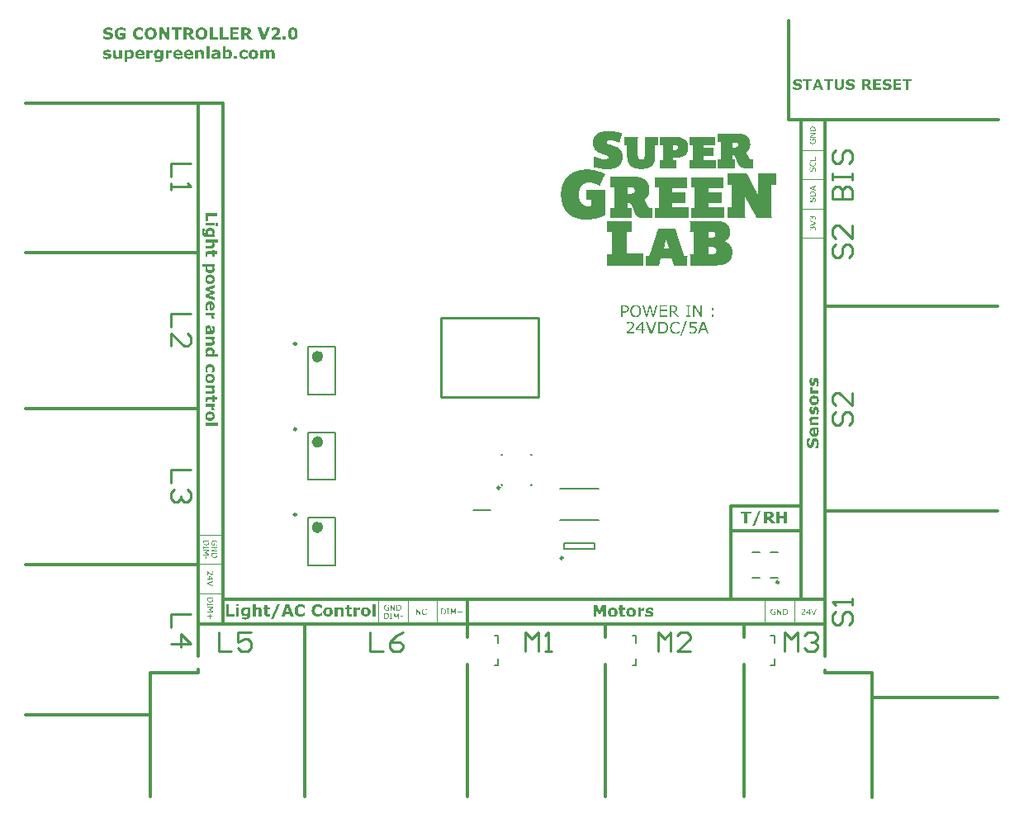
<source format=gto>
%FSLAX25Y25*%
%MOIN*%
G70*
G01*
G75*
%ADD10C,0.00787*%
%ADD11R,0.02362X0.03543*%
%ADD12R,0.03543X0.02362*%
%ADD13R,0.07087X0.03543*%
%ADD14R,0.15354X0.07087*%
%ADD15R,0.21654X0.05118*%
%ADD16R,0.02756X0.02362*%
%ADD17R,0.03937X0.06693*%
%ADD18R,0.02165X0.00984*%
%ADD19R,0.02362X0.02756*%
%ADD20R,0.03827X0.03158*%
%ADD21R,0.06693X0.06693*%
%ADD22R,0.03150X0.01181*%
%ADD23R,0.01181X0.03150*%
%ADD24R,0.06102X0.02362*%
%ADD25R,0.03543X0.05906*%
%ADD26R,0.05906X0.03543*%
%ADD27R,0.19685X0.19685*%
%ADD28R,0.06693X0.14567*%
%ADD29R,0.07087X0.29528*%
%ADD30R,0.03937X0.03543*%
%ADD31R,0.01575X0.03150*%
%ADD32R,0.15354X0.24410*%
%ADD33R,0.12992X0.17323*%
%ADD34R,0.07087X0.15354*%
%ADD35R,0.05118X0.21654*%
%ADD36C,0.03150*%
%ADD37R,0.04921X0.04803*%
%ADD38R,0.02756X0.05118*%
%ADD39R,0.04724X0.13386*%
%ADD40R,0.02362X0.04134*%
%ADD41C,0.02362*%
%ADD42C,0.02559*%
%ADD43C,0.01181*%
%ADD44C,0.00984*%
%ADD45C,0.03543*%
%ADD46C,0.01575*%
%ADD47C,0.03150*%
%ADD48C,0.04724*%
%ADD49C,0.02756*%
%ADD50C,0.02165*%
%ADD51C,0.01772*%
%ADD52R,0.06200X0.09744*%
%ADD53R,0.06200X0.17300*%
%ADD54R,0.04035X0.13976*%
%ADD55R,0.13976X0.04035*%
%ADD56C,0.07874*%
%ADD57C,0.06299*%
%ADD58C,0.03543*%
%ADD59C,0.09055*%
%ADD60O,0.15748X0.29134*%
%ADD61C,0.11811*%
%ADD62C,0.02559*%
%ADD63C,0.04000*%
%ADD64C,0.10630*%
%ADD65C,0.06693*%
%ADD66C,0.12008*%
%ADD67O,0.18504X0.31890*%
%ADD68C,0.14567*%
%ADD69C,0.03543*%
%ADD70C,0.01969*%
%ADD71R,0.19685X0.11811*%
%ADD72R,0.11811X0.19685*%
%ADD73R,0.03937X0.03937*%
%ADD74R,0.19685X0.19685*%
%ADD75R,0.17421X0.08465*%
%ADD76R,0.17815X0.04429*%
%ADD77R,0.17815X0.04429*%
%ADD78R,0.17421X0.08465*%
%ADD79R,0.17815X0.04429*%
%ADD80R,0.17421X0.08465*%
%ADD81R,0.17421X0.08465*%
%ADD82R,0.17815X0.04429*%
%ADD83R,0.04429X0.17815*%
%ADD84R,0.04429X0.17815*%
%ADD85R,0.04429X0.16043*%
%ADD86R,0.17913X0.15157*%
%ADD87C,0.01000*%
%ADD88C,0.00100*%
%ADD89C,0.00394*%
G36*
X-121635Y18022D02*
X-121584D01*
X-121468Y18007D01*
X-121337Y17993D01*
X-121191Y17964D01*
X-121045Y17920D01*
X-120906Y17869D01*
X-120899D01*
X-120892Y17861D01*
X-120848Y17840D01*
X-120775Y17803D01*
X-120695Y17745D01*
X-120600Y17679D01*
X-120498Y17599D01*
X-120396Y17504D01*
X-120301Y17402D01*
X-120294Y17388D01*
X-120265Y17351D01*
X-120221Y17293D01*
X-120177Y17213D01*
X-120119Y17118D01*
X-120068Y17001D01*
X-120017Y16877D01*
X-119973Y16739D01*
Y16732D01*
X-119966Y16724D01*
Y16702D01*
X-119959Y16673D01*
X-119937Y16600D01*
X-119915Y16498D01*
X-119901Y16382D01*
X-119879Y16250D01*
X-119871Y16104D01*
X-119864Y15959D01*
Y15951D01*
Y15944D01*
Y15922D01*
Y15893D01*
X-119871Y15827D01*
Y15740D01*
X-119886Y15638D01*
X-119901Y15521D01*
X-119915Y15405D01*
X-119944Y15288D01*
Y15273D01*
X-119959Y15237D01*
X-119973Y15179D01*
X-120002Y15099D01*
X-120032Y15011D01*
X-120061Y14916D01*
X-120148Y14712D01*
X-121118D01*
Y14880D01*
X-121111Y14894D01*
X-121081Y14923D01*
X-121045Y14975D01*
X-120994Y15040D01*
X-120987Y15047D01*
X-120979Y15055D01*
X-120965Y15077D01*
X-120943Y15099D01*
X-120892Y15171D01*
X-120841Y15266D01*
Y15273D01*
X-120826Y15288D01*
X-120819Y15317D01*
X-120804Y15354D01*
X-120768Y15441D01*
X-120731Y15551D01*
Y15558D01*
X-120724Y15580D01*
X-120717Y15609D01*
X-120702Y15653D01*
X-120695Y15704D01*
X-120688Y15762D01*
X-120680Y15908D01*
Y15915D01*
Y15930D01*
Y15951D01*
X-120688Y15981D01*
X-120695Y16061D01*
X-120717Y16163D01*
X-120753Y16280D01*
X-120804Y16396D01*
X-120877Y16506D01*
X-120972Y16608D01*
X-120987Y16615D01*
X-121023Y16644D01*
X-121089Y16680D01*
X-121176Y16724D01*
X-121293Y16775D01*
X-121424Y16812D01*
X-121584Y16841D01*
X-121759Y16848D01*
X-121810D01*
X-121847Y16841D01*
X-121891D01*
X-121934Y16834D01*
X-122051Y16819D01*
X-122175Y16790D01*
X-122306Y16746D01*
X-122430Y16680D01*
X-122539Y16600D01*
X-122554Y16586D01*
X-122583Y16556D01*
X-122620Y16498D01*
X-122671Y16418D01*
X-122722Y16316D01*
X-122758Y16192D01*
X-122787Y16053D01*
X-122802Y15886D01*
Y15879D01*
Y15849D01*
Y15813D01*
X-122795Y15762D01*
Y15704D01*
X-122780Y15638D01*
X-122758Y15507D01*
Y15499D01*
X-122751Y15478D01*
X-122736Y15448D01*
X-122722Y15405D01*
X-122685Y15310D01*
X-122642Y15215D01*
Y15208D01*
X-122627Y15201D01*
X-122598Y15157D01*
X-122561Y15099D01*
X-122510Y15033D01*
Y15026D01*
X-122496Y15018D01*
X-122467Y14982D01*
X-122423Y14931D01*
X-122372Y14880D01*
Y14712D01*
X-123349D01*
X-123356Y14727D01*
X-123371Y14756D01*
X-123392Y14814D01*
X-123422Y14887D01*
X-123451Y14967D01*
X-123487Y15062D01*
X-123516Y15171D01*
X-123546Y15281D01*
Y15295D01*
X-123560Y15332D01*
X-123567Y15390D01*
X-123582Y15470D01*
X-123597Y15565D01*
X-123604Y15674D01*
X-123618Y15791D01*
Y15922D01*
Y15930D01*
Y15944D01*
Y15966D01*
Y16003D01*
Y16039D01*
X-123611Y16090D01*
X-123604Y16207D01*
X-123589Y16338D01*
X-123575Y16476D01*
X-123546Y16629D01*
X-123509Y16775D01*
Y16782D01*
X-123502Y16790D01*
X-123495Y16812D01*
X-123487Y16841D01*
X-123465Y16906D01*
X-123422Y17001D01*
X-123378Y17103D01*
X-123319Y17213D01*
X-123247Y17329D01*
X-123166Y17439D01*
X-123159Y17453D01*
X-123123Y17482D01*
X-123079Y17533D01*
X-123006Y17599D01*
X-122926Y17672D01*
X-122831Y17745D01*
X-122714Y17810D01*
X-122590Y17876D01*
X-122583D01*
X-122576Y17883D01*
X-122554Y17891D01*
X-122525Y17898D01*
X-122452Y17927D01*
X-122350Y17949D01*
X-122233Y17978D01*
X-122088Y18007D01*
X-121934Y18022D01*
X-121759Y18029D01*
X-121679D01*
X-121635Y18022D01*
D02*
G37*
G36*
X-121657Y24772D02*
X-121614D01*
X-121504Y24765D01*
X-121380Y24750D01*
X-121242Y24721D01*
X-121103Y24692D01*
X-120972Y24648D01*
X-120965D01*
X-120958Y24641D01*
X-120914Y24626D01*
X-120848Y24597D01*
X-120761Y24554D01*
X-120666Y24503D01*
X-120564Y24444D01*
X-120462Y24371D01*
X-120367Y24291D01*
X-120360Y24284D01*
X-120331Y24255D01*
X-120287Y24211D01*
X-120236Y24145D01*
X-120177Y24072D01*
X-120112Y23985D01*
X-120054Y23883D01*
X-120002Y23774D01*
Y23766D01*
X-119995Y23759D01*
X-119981Y23723D01*
X-119959Y23657D01*
X-119930Y23577D01*
X-119908Y23482D01*
X-119886Y23380D01*
X-119871Y23271D01*
X-119864Y23154D01*
Y23147D01*
Y23139D01*
Y23103D01*
Y23045D01*
X-119871Y22964D01*
X-119879Y22884D01*
X-119893Y22797D01*
X-119915Y22709D01*
X-119937Y22629D01*
Y22622D01*
X-119951Y22593D01*
X-119966Y22556D01*
X-119981Y22498D01*
X-120010Y22440D01*
X-120032Y22367D01*
X-120105Y22206D01*
X-118603D01*
Y21062D01*
X-123524D01*
Y22206D01*
X-123159D01*
X-123166Y22221D01*
X-123196Y22257D01*
X-123239Y22316D01*
X-123290Y22388D01*
X-123349Y22476D01*
X-123407Y22564D01*
X-123465Y22666D01*
X-123509Y22760D01*
X-123516Y22775D01*
X-123524Y22804D01*
X-123546Y22855D01*
X-123560Y22928D01*
X-123582Y23015D01*
X-123604Y23118D01*
X-123611Y23227D01*
X-123618Y23351D01*
Y23358D01*
Y23380D01*
Y23416D01*
X-123611Y23460D01*
X-123604Y23511D01*
X-123589Y23577D01*
X-123553Y23730D01*
X-123495Y23890D01*
X-123458Y23978D01*
X-123407Y24065D01*
X-123349Y24153D01*
X-123283Y24240D01*
X-123210Y24320D01*
X-123123Y24393D01*
X-123115Y24400D01*
X-123101Y24408D01*
X-123072Y24430D01*
X-123028Y24452D01*
X-122977Y24481D01*
X-122919Y24517D01*
X-122846Y24554D01*
X-122766Y24583D01*
X-122671Y24619D01*
X-122569Y24656D01*
X-122459Y24692D01*
X-122343Y24721D01*
X-122211Y24743D01*
X-122073Y24765D01*
X-121927Y24772D01*
X-121774Y24780D01*
X-121701D01*
X-121657Y24772D01*
D02*
G37*
G36*
X-121606Y14209D02*
X-121533Y14202D01*
X-121446Y14187D01*
X-121351Y14173D01*
X-121249Y14151D01*
X-121140Y14129D01*
X-121023Y14093D01*
X-120914Y14049D01*
X-120797Y13998D01*
X-120680Y13939D01*
X-120571Y13874D01*
X-120462Y13794D01*
X-120367Y13706D01*
X-120360Y13699D01*
X-120345Y13684D01*
X-120323Y13655D01*
X-120287Y13611D01*
X-120250Y13560D01*
X-120207Y13495D01*
X-120163Y13422D01*
X-120112Y13334D01*
X-120068Y13232D01*
X-120024Y13130D01*
X-119981Y13006D01*
X-119944Y12882D01*
X-119908Y12744D01*
X-119886Y12598D01*
X-119871Y12438D01*
X-119864Y12270D01*
Y12263D01*
Y12226D01*
Y12183D01*
X-119871Y12117D01*
X-119879Y12037D01*
X-119893Y11949D01*
X-119908Y11847D01*
X-119930Y11745D01*
X-119951Y11629D01*
X-119988Y11512D01*
X-120032Y11395D01*
X-120076Y11271D01*
X-120141Y11155D01*
X-120207Y11045D01*
X-120287Y10936D01*
X-120374Y10834D01*
X-120382Y10827D01*
X-120396Y10812D01*
X-120425Y10790D01*
X-120469Y10754D01*
X-120520Y10717D01*
X-120579Y10673D01*
X-120651Y10622D01*
X-120731Y10579D01*
X-120826Y10528D01*
X-120928Y10484D01*
X-121045Y10440D01*
X-121169Y10404D01*
X-121300Y10367D01*
X-121439Y10345D01*
X-121592Y10331D01*
X-121752Y10324D01*
X-121832D01*
X-121898Y10331D01*
X-121971Y10338D01*
X-122058Y10353D01*
X-122153Y10367D01*
X-122255Y10389D01*
X-122357Y10418D01*
X-122474Y10447D01*
X-122590Y10491D01*
X-122700Y10542D01*
X-122817Y10601D01*
X-122926Y10673D01*
X-123028Y10746D01*
X-123130Y10841D01*
X-123137Y10848D01*
X-123152Y10863D01*
X-123174Y10892D01*
X-123210Y10936D01*
X-123247Y10987D01*
X-123290Y11052D01*
X-123334Y11125D01*
X-123378Y11213D01*
X-123429Y11308D01*
X-123473Y11417D01*
X-123516Y11534D01*
X-123553Y11658D01*
X-123589Y11796D01*
X-123611Y11942D01*
X-123626Y12102D01*
X-123633Y12270D01*
Y12277D01*
Y12314D01*
Y12358D01*
X-123626Y12423D01*
X-123618Y12503D01*
X-123604Y12591D01*
X-123589Y12686D01*
X-123567Y12795D01*
X-123546Y12912D01*
X-123509Y13028D01*
X-123473Y13145D01*
X-123422Y13269D01*
X-123363Y13385D01*
X-123298Y13495D01*
X-123217Y13604D01*
X-123130Y13706D01*
X-123123Y13713D01*
X-123108Y13728D01*
X-123079Y13750D01*
X-123035Y13786D01*
X-122984Y13823D01*
X-122926Y13867D01*
X-122853Y13910D01*
X-122766Y13961D01*
X-122678Y14005D01*
X-122576Y14056D01*
X-122459Y14100D01*
X-122335Y14136D01*
X-122204Y14173D01*
X-122066Y14195D01*
X-121913Y14209D01*
X-121752Y14216D01*
X-121665D01*
X-121606Y14209D01*
D02*
G37*
G36*
X-119973Y4827D02*
X-118960D01*
Y3682D01*
X-119973D01*
Y2625D01*
X-120746D01*
Y3682D01*
X-122386D01*
X-122415Y3675D01*
X-122496Y3661D01*
X-122583Y3631D01*
X-122590D01*
X-122605Y3624D01*
X-122649Y3595D01*
X-122707Y3551D01*
X-122766Y3478D01*
Y3471D01*
X-122773Y3456D01*
X-122780Y3435D01*
X-122795Y3398D01*
X-122802Y3347D01*
X-122817Y3296D01*
X-122824Y3230D01*
Y3150D01*
Y3143D01*
Y3136D01*
Y3114D01*
X-122817Y3092D01*
X-122809Y3019D01*
X-122787Y2924D01*
Y2917D01*
X-122780Y2902D01*
X-122773Y2873D01*
X-122766Y2844D01*
X-122744Y2778D01*
X-122729Y2742D01*
X-122714Y2720D01*
Y2625D01*
X-123502D01*
Y2633D01*
X-123509Y2654D01*
X-123516Y2698D01*
X-123524Y2742D01*
X-123531Y2808D01*
X-123546Y2873D01*
X-123567Y3019D01*
Y3026D01*
X-123575Y3055D01*
Y3099D01*
X-123582Y3158D01*
X-123589Y3230D01*
Y3318D01*
X-123597Y3413D01*
Y3522D01*
Y3529D01*
Y3551D01*
Y3588D01*
X-123589Y3631D01*
Y3682D01*
X-123582Y3748D01*
X-123560Y3894D01*
X-123531Y4054D01*
X-123487Y4214D01*
X-123422Y4375D01*
X-123378Y4440D01*
X-123334Y4506D01*
X-123319Y4521D01*
X-123283Y4557D01*
X-123254Y4579D01*
X-123217Y4608D01*
X-123166Y4637D01*
X-123115Y4667D01*
X-123057Y4696D01*
X-122992Y4725D01*
X-122911Y4754D01*
X-122831Y4776D01*
X-122736Y4798D01*
X-122634Y4812D01*
X-122525Y4820D01*
X-122408Y4827D01*
X-120746D01*
Y5293D01*
X-119973D01*
Y4827D01*
D02*
G37*
G36*
Y8363D02*
X-120360D01*
X-120352Y8348D01*
X-120323Y8311D01*
X-120280Y8253D01*
X-120221Y8180D01*
X-120163Y8093D01*
X-120105Y7991D01*
X-120046Y7889D01*
X-119995Y7787D01*
X-119988Y7772D01*
X-119973Y7736D01*
X-119951Y7677D01*
X-119930Y7604D01*
X-119908Y7510D01*
X-119886Y7408D01*
X-119871Y7291D01*
X-119864Y7167D01*
Y7160D01*
Y7138D01*
Y7109D01*
X-119871Y7072D01*
Y7021D01*
X-119879Y6970D01*
X-119908Y6839D01*
X-119944Y6693D01*
X-120010Y6547D01*
X-120090Y6402D01*
X-120148Y6336D01*
X-120207Y6270D01*
X-120214Y6263D01*
X-120221Y6256D01*
X-120243Y6241D01*
X-120272Y6219D01*
X-120301Y6197D01*
X-120345Y6168D01*
X-120396Y6139D01*
X-120455Y6103D01*
X-120527Y6073D01*
X-120600Y6044D01*
X-120680Y6015D01*
X-120775Y5993D01*
X-120870Y5971D01*
X-120979Y5957D01*
X-121089Y5942D01*
X-123524D01*
Y7087D01*
X-121621D01*
X-121555Y7094D01*
X-121482Y7101D01*
X-121329Y7116D01*
X-121322D01*
X-121293Y7123D01*
X-121256D01*
X-121205Y7130D01*
X-121103Y7152D01*
X-121052Y7174D01*
X-121009Y7189D01*
X-121001D01*
X-120987Y7196D01*
X-120943Y7233D01*
X-120892Y7291D01*
X-120841Y7371D01*
Y7378D01*
X-120834Y7393D01*
X-120819Y7422D01*
X-120812Y7459D01*
X-120797Y7510D01*
X-120790Y7568D01*
X-120783Y7633D01*
Y7706D01*
Y7714D01*
Y7736D01*
Y7765D01*
X-120790Y7808D01*
X-120797Y7852D01*
X-120804Y7911D01*
X-120834Y8027D01*
Y8034D01*
X-120841Y8056D01*
X-120855Y8085D01*
X-120870Y8129D01*
X-120899Y8173D01*
X-120928Y8231D01*
X-121001Y8363D01*
X-123524D01*
Y9507D01*
X-119973D01*
Y8363D01*
D02*
G37*
G36*
Y27987D02*
X-120360D01*
X-120352Y27973D01*
X-120323Y27936D01*
X-120280Y27878D01*
X-120221Y27805D01*
X-120163Y27718D01*
X-120105Y27615D01*
X-120046Y27513D01*
X-119995Y27411D01*
X-119988Y27397D01*
X-119973Y27360D01*
X-119951Y27302D01*
X-119930Y27229D01*
X-119908Y27134D01*
X-119886Y27032D01*
X-119871Y26916D01*
X-119864Y26792D01*
Y26784D01*
Y26763D01*
Y26733D01*
X-119871Y26697D01*
Y26646D01*
X-119879Y26595D01*
X-119908Y26464D01*
X-119944Y26318D01*
X-120010Y26172D01*
X-120090Y26026D01*
X-120148Y25961D01*
X-120207Y25895D01*
X-120214Y25888D01*
X-120221Y25880D01*
X-120243Y25866D01*
X-120272Y25844D01*
X-120301Y25822D01*
X-120345Y25793D01*
X-120396Y25764D01*
X-120455Y25727D01*
X-120527Y25698D01*
X-120600Y25669D01*
X-120680Y25640D01*
X-120775Y25618D01*
X-120870Y25596D01*
X-120979Y25581D01*
X-121089Y25567D01*
X-123524D01*
Y26711D01*
X-121621D01*
X-121555Y26719D01*
X-121482Y26726D01*
X-121329Y26741D01*
X-121322D01*
X-121293Y26748D01*
X-121256D01*
X-121205Y26755D01*
X-121103Y26777D01*
X-121052Y26799D01*
X-121009Y26814D01*
X-121001D01*
X-120987Y26821D01*
X-120943Y26857D01*
X-120892Y26916D01*
X-120841Y26996D01*
Y27003D01*
X-120834Y27018D01*
X-120819Y27047D01*
X-120812Y27083D01*
X-120797Y27134D01*
X-120790Y27193D01*
X-120783Y27258D01*
Y27331D01*
Y27338D01*
Y27360D01*
Y27389D01*
X-120790Y27433D01*
X-120797Y27477D01*
X-120804Y27535D01*
X-120834Y27652D01*
Y27659D01*
X-120841Y27681D01*
X-120855Y27710D01*
X-120870Y27754D01*
X-120899Y27798D01*
X-120928Y27856D01*
X-121001Y27987D01*
X-123524D01*
Y29132D01*
X-119973D01*
Y27987D01*
D02*
G37*
G36*
Y48749D02*
X-122423Y48144D01*
X-119973Y47386D01*
Y46380D01*
X-122423Y45658D01*
X-119973Y45060D01*
Y43887D01*
X-123524Y44987D01*
Y46198D01*
X-121133Y46919D01*
X-123524Y47634D01*
Y48858D01*
X-119973Y49945D01*
Y48749D01*
D02*
G37*
G36*
X-121606Y54253D02*
X-121533Y54246D01*
X-121446Y54231D01*
X-121351Y54217D01*
X-121249Y54195D01*
X-121140Y54173D01*
X-121023Y54137D01*
X-120914Y54093D01*
X-120797Y54042D01*
X-120680Y53983D01*
X-120571Y53918D01*
X-120462Y53838D01*
X-120367Y53750D01*
X-120360Y53743D01*
X-120345Y53728D01*
X-120323Y53699D01*
X-120287Y53655D01*
X-120250Y53604D01*
X-120207Y53539D01*
X-120163Y53466D01*
X-120112Y53378D01*
X-120068Y53276D01*
X-120024Y53174D01*
X-119981Y53050D01*
X-119944Y52926D01*
X-119908Y52788D01*
X-119886Y52642D01*
X-119871Y52482D01*
X-119864Y52314D01*
Y52307D01*
Y52270D01*
Y52227D01*
X-119871Y52161D01*
X-119879Y52081D01*
X-119893Y51993D01*
X-119908Y51891D01*
X-119930Y51789D01*
X-119951Y51672D01*
X-119988Y51556D01*
X-120032Y51439D01*
X-120076Y51315D01*
X-120141Y51199D01*
X-120207Y51089D01*
X-120287Y50980D01*
X-120374Y50878D01*
X-120382Y50871D01*
X-120396Y50856D01*
X-120425Y50834D01*
X-120469Y50798D01*
X-120520Y50761D01*
X-120579Y50717D01*
X-120651Y50666D01*
X-120731Y50623D01*
X-120826Y50572D01*
X-120928Y50528D01*
X-121045Y50484D01*
X-121169Y50448D01*
X-121300Y50411D01*
X-121439Y50389D01*
X-121592Y50375D01*
X-121752Y50367D01*
X-121832D01*
X-121898Y50375D01*
X-121971Y50382D01*
X-122058Y50397D01*
X-122153Y50411D01*
X-122255Y50433D01*
X-122357Y50462D01*
X-122474Y50491D01*
X-122590Y50535D01*
X-122700Y50586D01*
X-122817Y50644D01*
X-122926Y50717D01*
X-123028Y50790D01*
X-123130Y50885D01*
X-123137Y50892D01*
X-123152Y50907D01*
X-123174Y50936D01*
X-123210Y50980D01*
X-123247Y51031D01*
X-123290Y51096D01*
X-123334Y51169D01*
X-123378Y51257D01*
X-123429Y51352D01*
X-123473Y51461D01*
X-123516Y51578D01*
X-123553Y51702D01*
X-123589Y51840D01*
X-123611Y51986D01*
X-123626Y52146D01*
X-123633Y52314D01*
Y52321D01*
Y52358D01*
Y52401D01*
X-123626Y52467D01*
X-123618Y52547D01*
X-123604Y52635D01*
X-123589Y52729D01*
X-123567Y52839D01*
X-123546Y52956D01*
X-123509Y53072D01*
X-123473Y53189D01*
X-123422Y53313D01*
X-123363Y53429D01*
X-123298Y53539D01*
X-123217Y53648D01*
X-123130Y53750D01*
X-123123Y53757D01*
X-123108Y53772D01*
X-123079Y53794D01*
X-123035Y53830D01*
X-122984Y53867D01*
X-122926Y53910D01*
X-122853Y53954D01*
X-122766Y54005D01*
X-122678Y54049D01*
X-122576Y54100D01*
X-122459Y54144D01*
X-122335Y54180D01*
X-122204Y54217D01*
X-122066Y54238D01*
X-121913Y54253D01*
X-121752Y54260D01*
X-121665D01*
X-121606Y54253D01*
D02*
G37*
G36*
X-121686Y43457D02*
X-121628D01*
X-121555Y43449D01*
X-121468Y43435D01*
X-121373Y43420D01*
X-121271Y43398D01*
X-121162Y43369D01*
X-121045Y43333D01*
X-120928Y43289D01*
X-120812Y43238D01*
X-120702Y43172D01*
X-120586Y43099D01*
X-120484Y43019D01*
X-120382Y42924D01*
X-120374Y42917D01*
X-120360Y42903D01*
X-120331Y42866D01*
X-120301Y42822D01*
X-120265Y42771D01*
X-120221Y42706D01*
X-120170Y42625D01*
X-120119Y42538D01*
X-120076Y42436D01*
X-120024Y42327D01*
X-119981Y42203D01*
X-119944Y42072D01*
X-119915Y41933D01*
X-119886Y41780D01*
X-119871Y41620D01*
X-119864Y41445D01*
Y41437D01*
Y41408D01*
Y41364D01*
X-119871Y41299D01*
X-119879Y41233D01*
X-119886Y41146D01*
X-119901Y41058D01*
X-119922Y40956D01*
X-119973Y40745D01*
X-120010Y40635D01*
X-120054Y40526D01*
X-120105Y40424D01*
X-120163Y40322D01*
X-120229Y40227D01*
X-120309Y40140D01*
X-120316Y40132D01*
X-120331Y40118D01*
X-120352Y40096D01*
X-120389Y40074D01*
X-120433Y40038D01*
X-120491Y40001D01*
X-120557Y39965D01*
X-120630Y39921D01*
X-120717Y39877D01*
X-120812Y39841D01*
X-120914Y39804D01*
X-121023Y39768D01*
X-121147Y39746D01*
X-121278Y39724D01*
X-121417Y39709D01*
X-121570Y39702D01*
X-121964D01*
Y42312D01*
X-121985D01*
X-122007Y42305D01*
X-122029D01*
X-122109Y42290D01*
X-122204Y42261D01*
X-122306Y42225D01*
X-122415Y42174D01*
X-122518Y42093D01*
X-122605Y41999D01*
X-122612Y41984D01*
X-122642Y41940D01*
X-122671Y41875D01*
X-122714Y41780D01*
X-122751Y41656D01*
X-122787Y41510D01*
X-122817Y41335D01*
X-122824Y41131D01*
Y41124D01*
Y41116D01*
Y41073D01*
X-122817Y41000D01*
X-122809Y40912D01*
X-122795Y40803D01*
X-122766Y40686D01*
X-122736Y40562D01*
X-122693Y40439D01*
Y40431D01*
X-122685Y40424D01*
X-122671Y40380D01*
X-122642Y40322D01*
X-122605Y40242D01*
X-122569Y40154D01*
X-122518Y40067D01*
X-122467Y39979D01*
X-122408Y39899D01*
Y39768D01*
X-123327D01*
Y39775D01*
X-123334Y39782D01*
X-123341Y39804D01*
X-123349Y39834D01*
X-123378Y39906D01*
X-123414Y40001D01*
X-123451Y40118D01*
X-123480Y40242D01*
X-123516Y40366D01*
X-123546Y40497D01*
Y40504D01*
Y40511D01*
X-123560Y40555D01*
X-123567Y40628D01*
X-123582Y40723D01*
X-123597Y40832D01*
X-123604Y40963D01*
X-123618Y41102D01*
Y41255D01*
Y41270D01*
Y41299D01*
Y41357D01*
X-123611Y41430D01*
X-123604Y41517D01*
X-123597Y41627D01*
X-123582Y41736D01*
X-123560Y41860D01*
X-123502Y42123D01*
X-123465Y42261D01*
X-123422Y42399D01*
X-123363Y42531D01*
X-123298Y42662D01*
X-123225Y42786D01*
X-123144Y42895D01*
X-123137Y42903D01*
X-123123Y42917D01*
X-123093Y42946D01*
X-123057Y42983D01*
X-123006Y43027D01*
X-122948Y43077D01*
X-122875Y43129D01*
X-122795Y43180D01*
X-122700Y43231D01*
X-122598Y43282D01*
X-122488Y43333D01*
X-122364Y43376D01*
X-122233Y43413D01*
X-122088Y43442D01*
X-121934Y43457D01*
X-121774Y43464D01*
X-121738D01*
X-121686Y43457D01*
D02*
G37*
G36*
X-122364Y33717D02*
X-122277Y33703D01*
X-122175Y33681D01*
X-122073Y33652D01*
X-121964Y33615D01*
X-121869Y33557D01*
X-121854Y33549D01*
X-121825Y33528D01*
X-121781Y33484D01*
X-121730Y33426D01*
X-121665Y33360D01*
X-121599Y33272D01*
X-121541Y33178D01*
X-121482Y33061D01*
Y33054D01*
X-121475Y33046D01*
X-121460Y33003D01*
X-121431Y32937D01*
X-121402Y32842D01*
X-121366Y32733D01*
X-121337Y32602D01*
X-121300Y32449D01*
X-121278Y32281D01*
Y32274D01*
Y32259D01*
X-121271Y32237D01*
X-121264Y32201D01*
Y32157D01*
X-121256Y32106D01*
X-121242Y31982D01*
X-121227Y31836D01*
X-121213Y31676D01*
X-121198Y31494D01*
X-121184Y31312D01*
X-121118D01*
X-121067Y31326D01*
X-121009Y31341D01*
X-120936Y31370D01*
X-120870Y31413D01*
X-120812Y31472D01*
X-120761Y31552D01*
X-120753Y31559D01*
X-120739Y31596D01*
X-120724Y31647D01*
X-120702Y31727D01*
X-120680Y31822D01*
X-120659Y31946D01*
X-120651Y32084D01*
X-120644Y32252D01*
Y32266D01*
Y32303D01*
X-120651Y32361D01*
X-120659Y32434D01*
X-120666Y32522D01*
X-120688Y32624D01*
X-120710Y32740D01*
X-120746Y32857D01*
X-120753Y32871D01*
X-120761Y32908D01*
X-120783Y32966D01*
X-120804Y33032D01*
X-120855Y33178D01*
X-120877Y33251D01*
X-120899Y33309D01*
Y33411D01*
X-120046D01*
Y33404D01*
X-120039Y33375D01*
X-120024Y33331D01*
X-120010Y33272D01*
X-119995Y33192D01*
X-119973Y33097D01*
X-119951Y32974D01*
X-119930Y32835D01*
Y32828D01*
Y32813D01*
X-119922Y32791D01*
Y32762D01*
X-119908Y32682D01*
X-119893Y32580D01*
X-119886Y32456D01*
X-119871Y32318D01*
X-119864Y32172D01*
Y32019D01*
Y32004D01*
Y31975D01*
Y31924D01*
X-119871Y31858D01*
Y31778D01*
X-119879Y31690D01*
X-119886Y31589D01*
X-119901Y31479D01*
X-119937Y31253D01*
X-119995Y31020D01*
X-120024Y30911D01*
X-120068Y30801D01*
X-120119Y30706D01*
X-120170Y30619D01*
Y30612D01*
X-120185Y30597D01*
X-120199Y30575D01*
X-120229Y30553D01*
X-120258Y30517D01*
X-120301Y30480D01*
X-120345Y30444D01*
X-120396Y30400D01*
X-120462Y30356D01*
X-120527Y30320D01*
X-120608Y30284D01*
X-120688Y30247D01*
X-120783Y30225D01*
X-120877Y30203D01*
X-120987Y30189D01*
X-121103Y30182D01*
X-123524D01*
Y31312D01*
X-123152D01*
Y31319D01*
X-123166Y31326D01*
X-123181Y31348D01*
X-123196Y31377D01*
X-123247Y31450D01*
X-123319Y31545D01*
X-123327Y31552D01*
X-123334Y31567D01*
X-123356Y31596D01*
X-123371Y31625D01*
X-123422Y31705D01*
X-123473Y31800D01*
Y31807D01*
X-123487Y31829D01*
X-123495Y31866D01*
X-123516Y31909D01*
X-123531Y31960D01*
X-123553Y32019D01*
X-123582Y32150D01*
Y32157D01*
X-123589Y32179D01*
X-123597Y32215D01*
Y32266D01*
X-123604Y32325D01*
X-123611Y32390D01*
X-123618Y32544D01*
Y32551D01*
Y32565D01*
Y32594D01*
X-123611Y32624D01*
Y32667D01*
X-123604Y32718D01*
X-123582Y32835D01*
X-123538Y32974D01*
X-123487Y33112D01*
X-123407Y33251D01*
X-123363Y33323D01*
X-123305Y33389D01*
X-123298D01*
X-123290Y33404D01*
X-123247Y33440D01*
X-123181Y33498D01*
X-123086Y33557D01*
X-122970Y33615D01*
X-122831Y33673D01*
X-122678Y33710D01*
X-122590Y33717D01*
X-122503Y33724D01*
X-122437D01*
X-122364Y33717D01*
D02*
G37*
G36*
X-119973Y37756D02*
X-120498D01*
X-120491Y37749D01*
X-120484Y37741D01*
X-120469Y37719D01*
X-120447Y37690D01*
X-120389Y37625D01*
X-120323Y37537D01*
X-120250Y37435D01*
X-120185Y37326D01*
X-120119Y37216D01*
X-120068Y37107D01*
X-120061Y37092D01*
X-120054Y37063D01*
X-120032Y37005D01*
X-120010Y36939D01*
X-119995Y36859D01*
X-119973Y36772D01*
X-119966Y36684D01*
X-119959Y36597D01*
Y36589D01*
Y36560D01*
Y36516D01*
X-119966Y36465D01*
Y36458D01*
Y36451D01*
Y36415D01*
Y36371D01*
X-119973Y36327D01*
X-121060D01*
Y36429D01*
X-121052Y36444D01*
Y36458D01*
X-121045Y36487D01*
X-121038Y36516D01*
Y36560D01*
X-121030Y36604D01*
X-121023Y36662D01*
Y36670D01*
Y36691D01*
X-121016Y36721D01*
Y36757D01*
X-121009Y36845D01*
Y36932D01*
Y36939D01*
Y36976D01*
Y37020D01*
X-121016Y37078D01*
Y37143D01*
X-121023Y37216D01*
X-121045Y37362D01*
Y37369D01*
X-121052Y37391D01*
X-121060Y37428D01*
X-121067Y37479D01*
X-121081Y37537D01*
X-121103Y37603D01*
X-121154Y37756D01*
X-123524D01*
Y38900D01*
X-119973D01*
Y37756D01*
D02*
G37*
G36*
Y795D02*
X-120498D01*
X-120491Y788D01*
X-120484Y781D01*
X-120469Y759D01*
X-120447Y730D01*
X-120389Y664D01*
X-120323Y577D01*
X-120250Y475D01*
X-120185Y365D01*
X-120119Y256D01*
X-120068Y147D01*
X-120061Y132D01*
X-120054Y103D01*
X-120032Y45D01*
X-120010Y-21D01*
X-119995Y-101D01*
X-119973Y-189D01*
X-119966Y-276D01*
X-119959Y-364D01*
Y-371D01*
Y-400D01*
Y-444D01*
X-119966Y-495D01*
Y-502D01*
Y-509D01*
Y-546D01*
Y-590D01*
X-119973Y-633D01*
X-121060D01*
Y-531D01*
X-121052Y-517D01*
Y-502D01*
X-121045Y-473D01*
X-121038Y-444D01*
Y-400D01*
X-121030Y-356D01*
X-121023Y-298D01*
Y-291D01*
Y-269D01*
X-121016Y-240D01*
Y-203D01*
X-121009Y-116D01*
Y-28D01*
Y-21D01*
Y16D01*
Y59D01*
X-121016Y117D01*
Y183D01*
X-121023Y256D01*
X-121045Y402D01*
Y409D01*
X-121052Y431D01*
X-121060Y467D01*
X-121067Y519D01*
X-121081Y577D01*
X-121103Y642D01*
X-121154Y795D01*
X-123524D01*
Y1940D01*
X-119973D01*
Y795D01*
D02*
G37*
G36*
X-54953Y-83760D02*
X-56098D01*
Y-78839D01*
X-54953D01*
Y-83760D01*
D02*
G37*
G36*
X-61332Y-80202D02*
X-61237D01*
X-61193Y-80210D01*
Y-81296D01*
X-61295D01*
X-61310Y-81288D01*
X-61325D01*
X-61354Y-81281D01*
X-61383Y-81274D01*
X-61427D01*
X-61470Y-81267D01*
X-61529Y-81259D01*
X-61558D01*
X-61587Y-81252D01*
X-61623D01*
X-61711Y-81245D01*
X-61886D01*
X-61944Y-81252D01*
X-62010D01*
X-62083Y-81259D01*
X-62228Y-81281D01*
X-62236D01*
X-62258Y-81288D01*
X-62294Y-81296D01*
X-62345Y-81303D01*
X-62403Y-81318D01*
X-62469Y-81340D01*
X-62622Y-81391D01*
Y-83760D01*
X-63767D01*
Y-80210D01*
X-62622D01*
Y-80734D01*
X-62615Y-80727D01*
X-62608Y-80720D01*
X-62586Y-80705D01*
X-62556Y-80683D01*
X-62491Y-80625D01*
X-62403Y-80559D01*
X-62301Y-80487D01*
X-62192Y-80421D01*
X-62083Y-80355D01*
X-61973Y-80304D01*
X-61959Y-80297D01*
X-61930Y-80290D01*
X-61871Y-80268D01*
X-61806Y-80246D01*
X-61725Y-80231D01*
X-61638Y-80210D01*
X-61550Y-80202D01*
X-61463Y-80195D01*
X-61383D01*
X-61332Y-80202D01*
D02*
G37*
G36*
X-87984Y-83760D02*
X-89253D01*
X-89581Y-82812D01*
X-91316D01*
X-91644Y-83760D01*
X-92868D01*
X-91133Y-79050D01*
X-89726D01*
X-87984Y-83760D01*
D02*
G37*
G36*
X-110044D02*
X-111188D01*
Y-80210D01*
X-110044D01*
Y-83760D01*
D02*
G37*
G36*
X-103293Y-80596D02*
X-103278Y-80589D01*
X-103242Y-80559D01*
X-103184Y-80516D01*
X-103111Y-80458D01*
X-103023Y-80399D01*
X-102921Y-80341D01*
X-102819Y-80282D01*
X-102717Y-80231D01*
X-102702Y-80224D01*
X-102666Y-80210D01*
X-102608Y-80188D01*
X-102535Y-80166D01*
X-102440Y-80144D01*
X-102338Y-80122D01*
X-102221Y-80108D01*
X-102097Y-80100D01*
X-102039D01*
X-102003Y-80108D01*
X-101952D01*
X-101901Y-80115D01*
X-101769Y-80144D01*
X-101624Y-80180D01*
X-101478Y-80246D01*
X-101332Y-80326D01*
X-101266Y-80385D01*
X-101201Y-80443D01*
X-101193Y-80450D01*
X-101186Y-80458D01*
X-101172Y-80479D01*
X-101150Y-80509D01*
X-101128Y-80538D01*
X-101099Y-80581D01*
X-101070Y-80632D01*
X-101033Y-80691D01*
X-101004Y-80764D01*
X-100975Y-80836D01*
X-100946Y-80917D01*
X-100924Y-81011D01*
X-100902Y-81106D01*
X-100887Y-81216D01*
X-100873Y-81325D01*
Y-81449D01*
Y-83760D01*
X-102017D01*
Y-81996D01*
Y-81988D01*
Y-81959D01*
Y-81915D01*
Y-81857D01*
X-102025Y-81792D01*
X-102032Y-81719D01*
X-102046Y-81565D01*
Y-81558D01*
X-102054Y-81529D01*
Y-81493D01*
X-102061Y-81442D01*
X-102083Y-81340D01*
X-102105Y-81288D01*
X-102119Y-81245D01*
Y-81238D01*
X-102127Y-81223D01*
X-102163Y-81179D01*
X-102221Y-81128D01*
X-102302Y-81077D01*
X-102309D01*
X-102323Y-81070D01*
X-102353Y-81055D01*
X-102389Y-81048D01*
X-102440Y-81033D01*
X-102498Y-81026D01*
X-102564Y-81019D01*
X-102695D01*
X-102739Y-81026D01*
X-102783Y-81033D01*
X-102841Y-81041D01*
X-102958Y-81070D01*
X-102965D01*
X-102987Y-81077D01*
X-103016Y-81092D01*
X-103060Y-81106D01*
X-103103Y-81135D01*
X-103162Y-81165D01*
X-103293Y-81238D01*
Y-83760D01*
X-104438D01*
Y-78839D01*
X-103293D01*
Y-80596D01*
D02*
G37*
G36*
X-68899Y-80108D02*
X-68848D01*
X-68797Y-80115D01*
X-68665Y-80144D01*
X-68520Y-80180D01*
X-68374Y-80246D01*
X-68228Y-80326D01*
X-68163Y-80385D01*
X-68097Y-80443D01*
X-68090Y-80450D01*
X-68082Y-80458D01*
X-68068Y-80479D01*
X-68046Y-80509D01*
X-68024Y-80538D01*
X-67995Y-80581D01*
X-67966Y-80632D01*
X-67929Y-80691D01*
X-67900Y-80764D01*
X-67871Y-80836D01*
X-67842Y-80917D01*
X-67820Y-81011D01*
X-67798Y-81106D01*
X-67783Y-81216D01*
X-67769Y-81325D01*
Y-81449D01*
Y-83760D01*
X-68913D01*
Y-81996D01*
Y-81988D01*
Y-81959D01*
Y-81915D01*
Y-81857D01*
X-68921Y-81792D01*
X-68928Y-81719D01*
X-68942Y-81565D01*
Y-81558D01*
X-68950Y-81529D01*
Y-81493D01*
X-68957Y-81442D01*
X-68979Y-81340D01*
X-69001Y-81288D01*
X-69015Y-81245D01*
Y-81238D01*
X-69023Y-81223D01*
X-69059Y-81179D01*
X-69117Y-81128D01*
X-69198Y-81077D01*
X-69205D01*
X-69220Y-81070D01*
X-69249Y-81055D01*
X-69285Y-81048D01*
X-69336Y-81033D01*
X-69394Y-81026D01*
X-69460Y-81019D01*
X-69591D01*
X-69635Y-81026D01*
X-69679Y-81033D01*
X-69737Y-81041D01*
X-69854Y-81070D01*
X-69861D01*
X-69883Y-81077D01*
X-69912Y-81092D01*
X-69956Y-81106D01*
X-70000Y-81135D01*
X-70058Y-81165D01*
X-70189Y-81238D01*
Y-83760D01*
X-71334D01*
Y-80210D01*
X-70189D01*
Y-80596D01*
X-70174Y-80589D01*
X-70138Y-80559D01*
X-70080Y-80516D01*
X-70007Y-80458D01*
X-69919Y-80399D01*
X-69817Y-80341D01*
X-69715Y-80282D01*
X-69613Y-80231D01*
X-69599Y-80224D01*
X-69562Y-80210D01*
X-69504Y-80188D01*
X-69431Y-80166D01*
X-69336Y-80144D01*
X-69234Y-80122D01*
X-69117Y-80108D01*
X-68994Y-80100D01*
X-68935D01*
X-68899Y-80108D01*
D02*
G37*
G36*
X-118603Y-6874D02*
X-123524D01*
Y-5729D01*
X-118603D01*
Y-6874D01*
D02*
G37*
G36*
X-121606Y-1027D02*
X-121533Y-1034D01*
X-121446Y-1049D01*
X-121351Y-1063D01*
X-121249Y-1085D01*
X-121140Y-1107D01*
X-121023Y-1144D01*
X-120914Y-1187D01*
X-120797Y-1238D01*
X-120680Y-1297D01*
X-120571Y-1362D01*
X-120462Y-1443D01*
X-120367Y-1530D01*
X-120360Y-1537D01*
X-120345Y-1552D01*
X-120323Y-1581D01*
X-120287Y-1625D01*
X-120250Y-1676D01*
X-120207Y-1741D01*
X-120163Y-1814D01*
X-120112Y-1902D01*
X-120068Y-2004D01*
X-120024Y-2106D01*
X-119981Y-2230D01*
X-119944Y-2354D01*
X-119908Y-2492D01*
X-119886Y-2638D01*
X-119871Y-2798D01*
X-119864Y-2966D01*
Y-2973D01*
Y-3010D01*
Y-3054D01*
X-119871Y-3119D01*
X-119879Y-3199D01*
X-119893Y-3287D01*
X-119908Y-3389D01*
X-119930Y-3491D01*
X-119951Y-3608D01*
X-119988Y-3724D01*
X-120032Y-3841D01*
X-120076Y-3965D01*
X-120141Y-4081D01*
X-120207Y-4191D01*
X-120287Y-4300D01*
X-120374Y-4402D01*
X-120382Y-4409D01*
X-120396Y-4424D01*
X-120425Y-4446D01*
X-120469Y-4482D01*
X-120520Y-4519D01*
X-120579Y-4563D01*
X-120651Y-4614D01*
X-120731Y-4657D01*
X-120826Y-4708D01*
X-120928Y-4752D01*
X-121045Y-4796D01*
X-121169Y-4832D01*
X-121300Y-4869D01*
X-121439Y-4891D01*
X-121592Y-4905D01*
X-121752Y-4913D01*
X-121832D01*
X-121898Y-4905D01*
X-121971Y-4898D01*
X-122058Y-4883D01*
X-122153Y-4869D01*
X-122255Y-4847D01*
X-122357Y-4818D01*
X-122474Y-4789D01*
X-122590Y-4745D01*
X-122700Y-4694D01*
X-122817Y-4636D01*
X-122926Y-4563D01*
X-123028Y-4490D01*
X-123130Y-4395D01*
X-123137Y-4388D01*
X-123152Y-4373D01*
X-123174Y-4344D01*
X-123210Y-4300D01*
X-123247Y-4249D01*
X-123290Y-4184D01*
X-123334Y-4111D01*
X-123378Y-4023D01*
X-123429Y-3928D01*
X-123473Y-3819D01*
X-123516Y-3702D01*
X-123553Y-3579D01*
X-123589Y-3440D01*
X-123611Y-3294D01*
X-123626Y-3134D01*
X-123633Y-2966D01*
Y-2959D01*
Y-2922D01*
Y-2879D01*
X-123626Y-2813D01*
X-123618Y-2733D01*
X-123604Y-2645D01*
X-123589Y-2551D01*
X-123567Y-2441D01*
X-123546Y-2325D01*
X-123509Y-2208D01*
X-123473Y-2091D01*
X-123422Y-1967D01*
X-123363Y-1851D01*
X-123298Y-1741D01*
X-123217Y-1632D01*
X-123130Y-1530D01*
X-123123Y-1523D01*
X-123108Y-1508D01*
X-123079Y-1486D01*
X-123035Y-1450D01*
X-122984Y-1413D01*
X-122926Y-1370D01*
X-122853Y-1326D01*
X-122766Y-1275D01*
X-122678Y-1231D01*
X-122576Y-1180D01*
X-122459Y-1136D01*
X-122335Y-1100D01*
X-122204Y-1063D01*
X-122066Y-1042D01*
X-121913Y-1027D01*
X-121752Y-1020D01*
X-121665D01*
X-121606Y-1027D01*
D02*
G37*
G36*
X-110014Y-79707D02*
X-111217D01*
Y-78839D01*
X-110014D01*
Y-79707D01*
D02*
G37*
G36*
X-85002Y-78963D02*
X-84922D01*
X-84827Y-78970D01*
X-84645Y-78992D01*
X-84631D01*
X-84601Y-79000D01*
X-84558Y-79007D01*
X-84499Y-79014D01*
X-84434Y-79029D01*
X-84361Y-79043D01*
X-84208Y-79080D01*
X-84201D01*
X-84171Y-79087D01*
X-84135Y-79102D01*
X-84077Y-79116D01*
X-84018Y-79138D01*
X-83953Y-79160D01*
X-83821Y-79218D01*
X-83814D01*
X-83792Y-79233D01*
X-83756Y-79247D01*
X-83719Y-79262D01*
X-83617Y-79306D01*
X-83515Y-79349D01*
Y-80494D01*
X-83668D01*
X-83676Y-80479D01*
X-83697Y-80465D01*
X-83719Y-80443D01*
X-83792Y-80392D01*
X-83887Y-80319D01*
X-83894Y-80312D01*
X-83909Y-80297D01*
X-83938Y-80282D01*
X-83974Y-80253D01*
X-84018Y-80224D01*
X-84069Y-80188D01*
X-84186Y-80115D01*
X-84193Y-80108D01*
X-84215Y-80100D01*
X-84251Y-80078D01*
X-84295Y-80057D01*
X-84354Y-80027D01*
X-84419Y-79998D01*
X-84565Y-79940D01*
X-84572D01*
X-84601Y-79925D01*
X-84638Y-79918D01*
X-84689Y-79903D01*
X-84755Y-79889D01*
X-84827Y-79882D01*
X-84995Y-79867D01*
X-85039D01*
X-85090Y-79874D01*
X-85148D01*
X-85228Y-79889D01*
X-85309Y-79903D01*
X-85396Y-79925D01*
X-85484Y-79954D01*
X-85491D01*
X-85520Y-79969D01*
X-85564Y-79991D01*
X-85622Y-80020D01*
X-85688Y-80057D01*
X-85761Y-80100D01*
X-85834Y-80151D01*
X-85906Y-80217D01*
X-85914Y-80224D01*
X-85935Y-80253D01*
X-85972Y-80290D01*
X-86016Y-80348D01*
X-86067Y-80414D01*
X-86118Y-80494D01*
X-86169Y-80589D01*
X-86212Y-80698D01*
X-86220Y-80713D01*
X-86227Y-80749D01*
X-86249Y-80815D01*
X-86264Y-80895D01*
X-86286Y-81004D01*
X-86307Y-81128D01*
X-86315Y-81267D01*
X-86322Y-81420D01*
Y-81427D01*
Y-81442D01*
Y-81463D01*
Y-81493D01*
X-86315Y-81573D01*
X-86307Y-81675D01*
X-86293Y-81792D01*
X-86271Y-81915D01*
X-86242Y-82039D01*
X-86198Y-82156D01*
X-86191Y-82171D01*
X-86176Y-82207D01*
X-86147Y-82258D01*
X-86111Y-82324D01*
X-86067Y-82404D01*
X-86016Y-82477D01*
X-85950Y-82557D01*
X-85884Y-82623D01*
X-85877Y-82630D01*
X-85848Y-82652D01*
X-85812Y-82681D01*
X-85761Y-82717D01*
X-85695Y-82761D01*
X-85629Y-82798D01*
X-85549Y-82841D01*
X-85462Y-82871D01*
X-85447D01*
X-85418Y-82885D01*
X-85374Y-82892D01*
X-85309Y-82907D01*
X-85243Y-82921D01*
X-85163Y-82929D01*
X-84988Y-82943D01*
X-84951D01*
X-84908Y-82936D01*
X-84849D01*
X-84784Y-82929D01*
X-84711Y-82914D01*
X-84550Y-82878D01*
X-84543D01*
X-84514Y-82863D01*
X-84470Y-82849D01*
X-84419Y-82834D01*
X-84354Y-82805D01*
X-84288Y-82776D01*
X-84149Y-82703D01*
X-84142Y-82696D01*
X-84120Y-82688D01*
X-84091Y-82666D01*
X-84055Y-82644D01*
X-83967Y-82579D01*
X-83865Y-82506D01*
X-83858Y-82499D01*
X-83843Y-82491D01*
X-83821Y-82469D01*
X-83785Y-82448D01*
X-83719Y-82389D01*
X-83647Y-82324D01*
X-83515D01*
Y-83454D01*
X-83522D01*
X-83544Y-83468D01*
X-83581Y-83483D01*
X-83625Y-83505D01*
X-83676Y-83527D01*
X-83734Y-83548D01*
X-83858Y-83607D01*
X-83865D01*
X-83887Y-83614D01*
X-83916Y-83629D01*
X-83960Y-83643D01*
X-84011Y-83665D01*
X-84069Y-83687D01*
X-84193Y-83723D01*
X-84201D01*
X-84230Y-83731D01*
X-84281Y-83745D01*
X-84332Y-83760D01*
X-84405Y-83774D01*
X-84478Y-83789D01*
X-84631Y-83818D01*
X-84638D01*
X-84667Y-83825D01*
X-84711Y-83833D01*
X-84776D01*
X-84849Y-83840D01*
X-84944Y-83847D01*
X-85061Y-83855D01*
X-85272D01*
X-85323Y-83847D01*
X-85374D01*
X-85505Y-83833D01*
X-85651Y-83818D01*
X-85812Y-83789D01*
X-85987Y-83753D01*
X-86154Y-83701D01*
X-86162D01*
X-86176Y-83694D01*
X-86198Y-83687D01*
X-86227Y-83672D01*
X-86315Y-83636D01*
X-86417Y-83585D01*
X-86533Y-83519D01*
X-86664Y-83446D01*
X-86796Y-83352D01*
X-86920Y-83242D01*
Y-83235D01*
X-86934Y-83228D01*
X-86971Y-83184D01*
X-87029Y-83118D01*
X-87095Y-83031D01*
X-87175Y-82921D01*
X-87255Y-82790D01*
X-87335Y-82644D01*
X-87408Y-82477D01*
Y-82469D01*
X-87415Y-82455D01*
X-87423Y-82433D01*
X-87437Y-82397D01*
X-87452Y-82353D01*
X-87466Y-82302D01*
X-87481Y-82236D01*
X-87496Y-82171D01*
X-87525Y-82017D01*
X-87554Y-81835D01*
X-87576Y-81631D01*
X-87583Y-81413D01*
Y-81405D01*
Y-81391D01*
Y-81354D01*
Y-81318D01*
X-87576Y-81267D01*
Y-81208D01*
X-87561Y-81077D01*
X-87547Y-80917D01*
X-87517Y-80749D01*
X-87474Y-80574D01*
X-87423Y-80399D01*
Y-80392D01*
X-87415Y-80377D01*
X-87408Y-80355D01*
X-87393Y-80319D01*
X-87372Y-80282D01*
X-87350Y-80239D01*
X-87299Y-80129D01*
X-87233Y-80006D01*
X-87146Y-79874D01*
X-87044Y-79743D01*
X-86934Y-79612D01*
X-86927Y-79605D01*
X-86920Y-79597D01*
X-86876Y-79561D01*
X-86810Y-79502D01*
X-86723Y-79437D01*
X-86614Y-79357D01*
X-86482Y-79277D01*
X-86336Y-79196D01*
X-86176Y-79131D01*
X-86169D01*
X-86154Y-79123D01*
X-86132Y-79116D01*
X-86096Y-79102D01*
X-86052Y-79087D01*
X-86001Y-79072D01*
X-85943Y-79058D01*
X-85877Y-79043D01*
X-85731Y-79014D01*
X-85564Y-78985D01*
X-85382Y-78963D01*
X-85185Y-78956D01*
X-85075D01*
X-85002Y-78963D01*
D02*
G37*
G36*
X-78099D02*
X-78019D01*
X-77924Y-78970D01*
X-77742Y-78992D01*
X-77727D01*
X-77698Y-79000D01*
X-77654Y-79007D01*
X-77596Y-79014D01*
X-77530Y-79029D01*
X-77457Y-79043D01*
X-77304Y-79080D01*
X-77297D01*
X-77268Y-79087D01*
X-77231Y-79102D01*
X-77173Y-79116D01*
X-77115Y-79138D01*
X-77049Y-79160D01*
X-76918Y-79218D01*
X-76911D01*
X-76889Y-79233D01*
X-76852Y-79247D01*
X-76816Y-79262D01*
X-76714Y-79306D01*
X-76612Y-79349D01*
Y-80494D01*
X-76765D01*
X-76772Y-80479D01*
X-76794Y-80465D01*
X-76816Y-80443D01*
X-76889Y-80392D01*
X-76983Y-80319D01*
X-76991Y-80312D01*
X-77005Y-80297D01*
X-77034Y-80282D01*
X-77071Y-80253D01*
X-77115Y-80224D01*
X-77166Y-80188D01*
X-77282Y-80115D01*
X-77290Y-80108D01*
X-77311Y-80100D01*
X-77348Y-80078D01*
X-77392Y-80057D01*
X-77450Y-80027D01*
X-77516Y-79998D01*
X-77661Y-79940D01*
X-77669D01*
X-77698Y-79925D01*
X-77734Y-79918D01*
X-77785Y-79903D01*
X-77851Y-79889D01*
X-77924Y-79882D01*
X-78092Y-79867D01*
X-78135D01*
X-78186Y-79874D01*
X-78245D01*
X-78325Y-79889D01*
X-78405Y-79903D01*
X-78492Y-79925D01*
X-78580Y-79954D01*
X-78587D01*
X-78616Y-79969D01*
X-78660Y-79991D01*
X-78718Y-80020D01*
X-78784Y-80057D01*
X-78857Y-80100D01*
X-78930Y-80151D01*
X-79003Y-80217D01*
X-79010Y-80224D01*
X-79032Y-80253D01*
X-79068Y-80290D01*
X-79112Y-80348D01*
X-79163Y-80414D01*
X-79214Y-80494D01*
X-79265Y-80589D01*
X-79309Y-80698D01*
X-79316Y-80713D01*
X-79324Y-80749D01*
X-79345Y-80815D01*
X-79360Y-80895D01*
X-79382Y-81004D01*
X-79404Y-81128D01*
X-79411Y-81267D01*
X-79418Y-81420D01*
Y-81427D01*
Y-81442D01*
Y-81463D01*
Y-81493D01*
X-79411Y-81573D01*
X-79404Y-81675D01*
X-79389Y-81792D01*
X-79367Y-81915D01*
X-79338Y-82039D01*
X-79294Y-82156D01*
X-79287Y-82171D01*
X-79273Y-82207D01*
X-79243Y-82258D01*
X-79207Y-82324D01*
X-79163Y-82404D01*
X-79112Y-82477D01*
X-79046Y-82557D01*
X-78981Y-82623D01*
X-78974Y-82630D01*
X-78944Y-82652D01*
X-78908Y-82681D01*
X-78857Y-82717D01*
X-78791Y-82761D01*
X-78726Y-82798D01*
X-78645Y-82841D01*
X-78558Y-82871D01*
X-78544D01*
X-78514Y-82885D01*
X-78471Y-82892D01*
X-78405Y-82907D01*
X-78339Y-82921D01*
X-78259Y-82929D01*
X-78084Y-82943D01*
X-78048D01*
X-78004Y-82936D01*
X-77946D01*
X-77880Y-82929D01*
X-77807Y-82914D01*
X-77647Y-82878D01*
X-77640D01*
X-77610Y-82863D01*
X-77567Y-82849D01*
X-77516Y-82834D01*
X-77450Y-82805D01*
X-77384Y-82776D01*
X-77246Y-82703D01*
X-77239Y-82696D01*
X-77217Y-82688D01*
X-77188Y-82666D01*
X-77151Y-82644D01*
X-77064Y-82579D01*
X-76961Y-82506D01*
X-76954Y-82499D01*
X-76940Y-82491D01*
X-76918Y-82469D01*
X-76881Y-82448D01*
X-76816Y-82389D01*
X-76743Y-82324D01*
X-76612D01*
Y-83454D01*
X-76619D01*
X-76641Y-83468D01*
X-76677Y-83483D01*
X-76721Y-83505D01*
X-76772Y-83527D01*
X-76830Y-83548D01*
X-76954Y-83607D01*
X-76961D01*
X-76983Y-83614D01*
X-77013Y-83629D01*
X-77056Y-83643D01*
X-77107Y-83665D01*
X-77166Y-83687D01*
X-77290Y-83723D01*
X-77297D01*
X-77326Y-83731D01*
X-77377Y-83745D01*
X-77428Y-83760D01*
X-77501Y-83774D01*
X-77574Y-83789D01*
X-77727Y-83818D01*
X-77734D01*
X-77763Y-83825D01*
X-77807Y-83833D01*
X-77873D01*
X-77946Y-83840D01*
X-78040Y-83847D01*
X-78157Y-83855D01*
X-78369D01*
X-78420Y-83847D01*
X-78471D01*
X-78602Y-83833D01*
X-78748Y-83818D01*
X-78908Y-83789D01*
X-79083Y-83753D01*
X-79251Y-83701D01*
X-79258D01*
X-79273Y-83694D01*
X-79294Y-83687D01*
X-79324Y-83672D01*
X-79411Y-83636D01*
X-79513Y-83585D01*
X-79630Y-83519D01*
X-79761Y-83446D01*
X-79892Y-83352D01*
X-80016Y-83242D01*
Y-83235D01*
X-80031Y-83228D01*
X-80067Y-83184D01*
X-80125Y-83118D01*
X-80191Y-83031D01*
X-80271Y-82921D01*
X-80351Y-82790D01*
X-80432Y-82644D01*
X-80505Y-82477D01*
Y-82469D01*
X-80512Y-82455D01*
X-80519Y-82433D01*
X-80534Y-82397D01*
X-80548Y-82353D01*
X-80563Y-82302D01*
X-80577Y-82236D01*
X-80592Y-82171D01*
X-80621Y-82017D01*
X-80650Y-81835D01*
X-80672Y-81631D01*
X-80679Y-81413D01*
Y-81405D01*
Y-81391D01*
Y-81354D01*
Y-81318D01*
X-80672Y-81267D01*
Y-81208D01*
X-80658Y-81077D01*
X-80643Y-80917D01*
X-80614Y-80749D01*
X-80570Y-80574D01*
X-80519Y-80399D01*
Y-80392D01*
X-80512Y-80377D01*
X-80505Y-80355D01*
X-80490Y-80319D01*
X-80468Y-80282D01*
X-80446Y-80239D01*
X-80395Y-80129D01*
X-80330Y-80006D01*
X-80242Y-79874D01*
X-80140Y-79743D01*
X-80031Y-79612D01*
X-80023Y-79605D01*
X-80016Y-79597D01*
X-79972Y-79561D01*
X-79907Y-79502D01*
X-79819Y-79437D01*
X-79710Y-79357D01*
X-79579Y-79277D01*
X-79433Y-79196D01*
X-79273Y-79131D01*
X-79265D01*
X-79251Y-79123D01*
X-79229Y-79116D01*
X-79192Y-79102D01*
X-79149Y-79087D01*
X-79097Y-79072D01*
X-79039Y-79058D01*
X-78974Y-79043D01*
X-78828Y-79014D01*
X-78660Y-78985D01*
X-78478Y-78963D01*
X-78281Y-78956D01*
X-78172D01*
X-78099Y-78963D01*
D02*
G37*
G36*
X134155Y130380D02*
Y130374D01*
Y130347D01*
Y130308D01*
X134148Y130249D01*
X134142Y130183D01*
X134129Y130111D01*
X134116Y130026D01*
X134096Y129934D01*
X134070Y129836D01*
X134037Y129737D01*
X133997Y129639D01*
X133951Y129541D01*
X133892Y129442D01*
X133827Y129344D01*
X133755Y129258D01*
X133669Y129173D01*
X133663Y129167D01*
X133650Y129154D01*
X133617Y129134D01*
X133578Y129107D01*
X133532Y129075D01*
X133466Y129042D01*
X133394Y129003D01*
X133315Y128970D01*
X133217Y128930D01*
X133112Y128891D01*
X133000Y128858D01*
X132876Y128825D01*
X132738Y128799D01*
X132587Y128779D01*
X132430Y128766D01*
X132259Y128760D01*
X132167D01*
X132108Y128766D01*
X132029Y128773D01*
X131938Y128779D01*
X131839Y128793D01*
X131734Y128812D01*
X131505Y128858D01*
X131386Y128898D01*
X131268Y128937D01*
X131157Y128983D01*
X131045Y129035D01*
X130940Y129101D01*
X130849Y129173D01*
X130842Y129180D01*
X130829Y129193D01*
X130803Y129219D01*
X130776Y129252D01*
X130737Y129298D01*
X130698Y129350D01*
X130658Y129409D01*
X130612Y129481D01*
X130567Y129560D01*
X130527Y129652D01*
X130488Y129750D01*
X130448Y129855D01*
X130422Y129973D01*
X130396Y130098D01*
X130383Y130229D01*
X130376Y130374D01*
Y133083D01*
X131472D01*
Y130439D01*
Y130433D01*
Y130420D01*
Y130400D01*
Y130367D01*
X131485Y130288D01*
X131498Y130190D01*
X131518Y130078D01*
X131551Y129973D01*
X131596Y129868D01*
X131656Y129777D01*
X131662Y129770D01*
X131688Y129744D01*
X131734Y129711D01*
X131800Y129672D01*
X131885Y129632D01*
X131990Y129599D01*
X132115Y129573D01*
X132259Y129567D01*
X132298D01*
X132325Y129573D01*
X132397Y129580D01*
X132489Y129593D01*
X132587Y129619D01*
X132685Y129652D01*
X132784Y129704D01*
X132862Y129770D01*
X132869Y129783D01*
X132895Y129809D01*
X132928Y129862D01*
X132961Y129934D01*
X133000Y130026D01*
X133027Y130144D01*
X133053Y130282D01*
X133059Y130439D01*
Y133083D01*
X134155D01*
Y130380D01*
D02*
G37*
G36*
X115656Y133162D02*
X115761Y133155D01*
X115885Y133149D01*
X116023Y133135D01*
X116174Y133109D01*
X116325Y133083D01*
X116331D01*
X116344Y133076D01*
X116364D01*
X116397Y133070D01*
X116430Y133063D01*
X116469Y133050D01*
X116568Y133030D01*
X116679Y132998D01*
X116804Y132965D01*
X116922Y132925D01*
X117040Y132879D01*
Y131909D01*
X116922D01*
X116909Y131915D01*
X116876Y131941D01*
X116823Y131981D01*
X116745Y132027D01*
X116653Y132079D01*
X116548Y132138D01*
X116430Y132197D01*
X116292Y132250D01*
X116285D01*
X116272Y132256D01*
X116253Y132263D01*
X116226Y132270D01*
X116194Y132283D01*
X116154Y132296D01*
X116056Y132322D01*
X115944Y132342D01*
X115813Y132368D01*
X115675Y132381D01*
X115531Y132387D01*
X115446D01*
X115354Y132381D01*
X115255Y132368D01*
X115249D01*
X115236Y132361D01*
X115210D01*
X115177Y132355D01*
X115092Y132328D01*
X115000Y132296D01*
X114993D01*
X114980Y132289D01*
X114960Y132276D01*
X114934Y132263D01*
X114875Y132223D01*
X114809Y132165D01*
Y132158D01*
X114796Y132151D01*
X114783Y132132D01*
X114770Y132106D01*
X114744Y132046D01*
X114737Y132007D01*
X114731Y131968D01*
Y131961D01*
Y131941D01*
X114737Y131909D01*
X114744Y131869D01*
X114763Y131830D01*
X114783Y131784D01*
X114816Y131745D01*
X114855Y131705D01*
X114862Y131699D01*
X114882Y131692D01*
X114914Y131673D01*
X114967Y131653D01*
X115032Y131627D01*
X115118Y131600D01*
X115216Y131574D01*
X115341Y131548D01*
X115354D01*
X115380Y131541D01*
X115426Y131528D01*
X115485Y131515D01*
X115551Y131502D01*
X115629Y131482D01*
X115787Y131449D01*
X115800D01*
X115826Y131443D01*
X115866Y131430D01*
X115925Y131417D01*
X115997Y131397D01*
X116076Y131377D01*
X116161Y131351D01*
X116253Y131325D01*
X116259D01*
X116272Y131318D01*
X116298Y131312D01*
X116331Y131299D01*
X116371Y131279D01*
X116423Y131259D01*
X116528Y131213D01*
X116646Y131148D01*
X116764Y131076D01*
X116876Y130990D01*
X116974Y130892D01*
X116987Y130879D01*
X117014Y130839D01*
X117046Y130780D01*
X117092Y130702D01*
X117138Y130597D01*
X117171Y130472D01*
X117197Y130334D01*
X117210Y130177D01*
Y130170D01*
Y130151D01*
X117204Y130118D01*
Y130072D01*
X117197Y130019D01*
X117184Y129954D01*
X117164Y129888D01*
X117145Y129816D01*
X117112Y129731D01*
X117079Y129652D01*
X117033Y129567D01*
X116981Y129481D01*
X116922Y129396D01*
X116850Y129311D01*
X116764Y129232D01*
X116672Y129154D01*
X116666Y129147D01*
X116646Y129134D01*
X116620Y129121D01*
X116574Y129094D01*
X116522Y129062D01*
X116456Y129029D01*
X116377Y128996D01*
X116292Y128963D01*
X116194Y128924D01*
X116089Y128891D01*
X115971Y128858D01*
X115839Y128825D01*
X115702Y128799D01*
X115551Y128786D01*
X115393Y128773D01*
X115229Y128766D01*
X115098D01*
X115046Y128773D01*
X114921Y128779D01*
X114777Y128786D01*
X114619Y128806D01*
X114462Y128825D01*
X114311Y128858D01*
X114304D01*
X114291Y128865D01*
X114271D01*
X114245Y128878D01*
X114173Y128898D01*
X114075Y128924D01*
X113963Y128957D01*
X113839Y128996D01*
X113583Y129088D01*
Y130111D01*
X113707D01*
X113714Y130098D01*
X113734Y130085D01*
X113760Y130065D01*
X113832Y130019D01*
X113924Y129954D01*
X114035Y129888D01*
X114166Y129816D01*
X114311Y129750D01*
X114462Y129691D01*
X114468D01*
X114481Y129685D01*
X114501Y129678D01*
X114534Y129672D01*
X114573Y129659D01*
X114613Y129646D01*
X114718Y129619D01*
X114842Y129593D01*
X114980Y129567D01*
X115124Y129554D01*
X115269Y129547D01*
X115341D01*
X115374Y129554D01*
X115472D01*
X115531Y129560D01*
X115538D01*
X115557Y129567D01*
X115590D01*
X115629Y129573D01*
X115715Y129593D01*
X115800Y129619D01*
X115806D01*
X115820Y129626D01*
X115846Y129639D01*
X115872Y129659D01*
X115938Y129698D01*
X116003Y129750D01*
X116010Y129757D01*
X116016Y129763D01*
X116030Y129783D01*
X116049Y129809D01*
X116062Y129842D01*
X116076Y129882D01*
X116082Y129928D01*
X116089Y129980D01*
Y129987D01*
Y130006D01*
X116082Y130026D01*
X116076Y130059D01*
X116056Y130098D01*
X116036Y130138D01*
X116003Y130177D01*
X115964Y130216D01*
X115957Y130223D01*
X115944Y130236D01*
X115918Y130255D01*
X115879Y130275D01*
X115826Y130301D01*
X115774Y130328D01*
X115702Y130354D01*
X115623Y130374D01*
X115610D01*
X115584Y130387D01*
X115531Y130393D01*
X115465Y130406D01*
X115393Y130426D01*
X115308Y130446D01*
X115210Y130459D01*
X115111Y130479D01*
X115098D01*
X115065Y130485D01*
X115013Y130498D01*
X114954Y130518D01*
X114875Y130531D01*
X114790Y130557D01*
X114613Y130610D01*
X114606D01*
X114586Y130616D01*
X114560Y130630D01*
X114527Y130643D01*
X114481Y130656D01*
X114429Y130682D01*
X114317Y130734D01*
X114186Y130800D01*
X114062Y130879D01*
X113937Y130971D01*
X113884Y131023D01*
X113839Y131076D01*
Y131082D01*
X113832Y131089D01*
X113819Y131108D01*
X113806Y131128D01*
X113766Y131194D01*
X113727Y131286D01*
X113681Y131390D01*
X113648Y131522D01*
X113622Y131666D01*
X113609Y131823D01*
Y131830D01*
Y131850D01*
X113616Y131882D01*
Y131922D01*
X113622Y131974D01*
X113635Y132033D01*
X113655Y132092D01*
X113674Y132165D01*
X113701Y132243D01*
X113740Y132315D01*
X113779Y132401D01*
X113832Y132479D01*
X113891Y132558D01*
X113963Y132637D01*
X114042Y132715D01*
X114134Y132788D01*
X114140Y132794D01*
X114160Y132807D01*
X114186Y132820D01*
X114232Y132847D01*
X114285Y132873D01*
X114344Y132906D01*
X114422Y132945D01*
X114508Y132978D01*
X114600Y133011D01*
X114704Y133050D01*
X114816Y133083D01*
X114934Y133109D01*
X115065Y133135D01*
X115203Y133155D01*
X115354Y133162D01*
X115505Y133168D01*
X115616D01*
X115656Y133162D01*
D02*
G37*
G36*
X129786Y132263D02*
X128461D01*
Y128845D01*
X127365D01*
Y132263D01*
X126040D01*
Y133083D01*
X129786D01*
Y132263D01*
D02*
G37*
G36*
X121284D02*
X119959D01*
Y128845D01*
X118863D01*
Y132263D01*
X117538D01*
Y133083D01*
X121284D01*
Y132263D01*
D02*
G37*
G36*
X125856Y128845D02*
X124715D01*
X124420Y129698D01*
X122859D01*
X122563Y128845D01*
X121461D01*
X123022Y133083D01*
X124289D01*
X125856Y128845D01*
D02*
G37*
G36*
X137015Y133162D02*
X137120Y133155D01*
X137245Y133149D01*
X137382Y133135D01*
X137533Y133109D01*
X137684Y133083D01*
X137691D01*
X137704Y133076D01*
X137724D01*
X137756Y133070D01*
X137789Y133063D01*
X137828Y133050D01*
X137927Y133030D01*
X138038Y132998D01*
X138163Y132965D01*
X138281Y132925D01*
X138399Y132879D01*
Y131909D01*
X138281D01*
X138268Y131915D01*
X138235Y131941D01*
X138183Y131981D01*
X138104Y132027D01*
X138012Y132079D01*
X137907Y132138D01*
X137789Y132197D01*
X137651Y132250D01*
X137645D01*
X137632Y132256D01*
X137612Y132263D01*
X137586Y132270D01*
X137553Y132283D01*
X137514Y132296D01*
X137415Y132322D01*
X137304Y132342D01*
X137172Y132368D01*
X137035Y132381D01*
X136890Y132387D01*
X136805D01*
X136713Y132381D01*
X136615Y132368D01*
X136608D01*
X136595Y132361D01*
X136569D01*
X136536Y132355D01*
X136451Y132328D01*
X136359Y132296D01*
X136352D01*
X136339Y132289D01*
X136320Y132276D01*
X136293Y132263D01*
X136234Y132223D01*
X136169Y132165D01*
Y132158D01*
X136156Y132151D01*
X136143Y132132D01*
X136129Y132106D01*
X136103Y132046D01*
X136097Y132007D01*
X136090Y131968D01*
Y131961D01*
Y131941D01*
X136097Y131909D01*
X136103Y131869D01*
X136123Y131830D01*
X136143Y131784D01*
X136175Y131745D01*
X136215Y131705D01*
X136221Y131699D01*
X136241Y131692D01*
X136274Y131673D01*
X136326Y131653D01*
X136392Y131627D01*
X136477Y131600D01*
X136575Y131574D01*
X136700Y131548D01*
X136713D01*
X136740Y131541D01*
X136785Y131528D01*
X136844Y131515D01*
X136910Y131502D01*
X136989Y131482D01*
X137146Y131449D01*
X137159D01*
X137186Y131443D01*
X137225Y131430D01*
X137284Y131417D01*
X137356Y131397D01*
X137435Y131377D01*
X137520Y131351D01*
X137612Y131325D01*
X137619D01*
X137632Y131318D01*
X137658Y131312D01*
X137691Y131299D01*
X137730Y131279D01*
X137783Y131259D01*
X137888Y131213D01*
X138006Y131148D01*
X138124Y131076D01*
X138235Y130990D01*
X138334Y130892D01*
X138347Y130879D01*
X138373Y130839D01*
X138406Y130780D01*
X138452Y130702D01*
X138498Y130597D01*
X138530Y130472D01*
X138557Y130334D01*
X138570Y130177D01*
Y130170D01*
Y130151D01*
X138563Y130118D01*
Y130072D01*
X138557Y130019D01*
X138543Y129954D01*
X138524Y129888D01*
X138504Y129816D01*
X138471Y129731D01*
X138438Y129652D01*
X138393Y129567D01*
X138340Y129481D01*
X138281Y129396D01*
X138209Y129311D01*
X138124Y129232D01*
X138032Y129154D01*
X138025Y129147D01*
X138006Y129134D01*
X137979Y129121D01*
X137933Y129094D01*
X137881Y129062D01*
X137815Y129029D01*
X137737Y128996D01*
X137651Y128963D01*
X137553Y128924D01*
X137448Y128891D01*
X137330Y128858D01*
X137199Y128825D01*
X137061Y128799D01*
X136910Y128786D01*
X136753Y128773D01*
X136589Y128766D01*
X136457D01*
X136405Y128773D01*
X136280Y128779D01*
X136136Y128786D01*
X135978Y128806D01*
X135821Y128825D01*
X135670Y128858D01*
X135664D01*
X135651Y128865D01*
X135631D01*
X135605Y128878D01*
X135532Y128898D01*
X135434Y128924D01*
X135322Y128957D01*
X135198Y128996D01*
X134942Y129088D01*
Y130111D01*
X135067D01*
X135073Y130098D01*
X135093Y130085D01*
X135119Y130065D01*
X135191Y130019D01*
X135283Y129954D01*
X135395Y129888D01*
X135526Y129816D01*
X135670Y129750D01*
X135821Y129691D01*
X135828D01*
X135841Y129685D01*
X135860Y129678D01*
X135893Y129672D01*
X135933Y129659D01*
X135972Y129646D01*
X136077Y129619D01*
X136202Y129593D01*
X136339Y129567D01*
X136484Y129554D01*
X136628Y129547D01*
X136700D01*
X136733Y129554D01*
X136831D01*
X136890Y129560D01*
X136897D01*
X136917Y129567D01*
X136949D01*
X136989Y129573D01*
X137074Y129593D01*
X137159Y129619D01*
X137166D01*
X137179Y129626D01*
X137205Y129639D01*
X137232Y129659D01*
X137297Y129698D01*
X137363Y129750D01*
X137369Y129757D01*
X137376Y129763D01*
X137389Y129783D01*
X137409Y129809D01*
X137422Y129842D01*
X137435Y129882D01*
X137441Y129928D01*
X137448Y129980D01*
Y129987D01*
Y130006D01*
X137441Y130026D01*
X137435Y130059D01*
X137415Y130098D01*
X137396Y130138D01*
X137363Y130177D01*
X137323Y130216D01*
X137317Y130223D01*
X137304Y130236D01*
X137277Y130255D01*
X137238Y130275D01*
X137186Y130301D01*
X137133Y130328D01*
X137061Y130354D01*
X136982Y130374D01*
X136969D01*
X136943Y130387D01*
X136890Y130393D01*
X136825Y130406D01*
X136753Y130426D01*
X136667Y130446D01*
X136569Y130459D01*
X136470Y130479D01*
X136457D01*
X136425Y130485D01*
X136372Y130498D01*
X136313Y130518D01*
X136234Y130531D01*
X136149Y130557D01*
X135972Y130610D01*
X135965D01*
X135946Y130616D01*
X135919Y130630D01*
X135887Y130643D01*
X135841Y130656D01*
X135788Y130682D01*
X135677Y130734D01*
X135546Y130800D01*
X135421Y130879D01*
X135296Y130971D01*
X135244Y131023D01*
X135198Y131076D01*
Y131082D01*
X135191Y131089D01*
X135178Y131108D01*
X135165Y131128D01*
X135126Y131194D01*
X135086Y131286D01*
X135040Y131390D01*
X135008Y131522D01*
X134981Y131666D01*
X134968Y131823D01*
Y131830D01*
Y131850D01*
X134975Y131882D01*
Y131922D01*
X134981Y131974D01*
X134994Y132033D01*
X135014Y132092D01*
X135034Y132165D01*
X135060Y132243D01*
X135099Y132315D01*
X135139Y132401D01*
X135191Y132479D01*
X135250Y132558D01*
X135322Y132637D01*
X135401Y132715D01*
X135493Y132788D01*
X135500Y132794D01*
X135519Y132807D01*
X135546Y132820D01*
X135591Y132847D01*
X135644Y132873D01*
X135703Y132906D01*
X135782Y132945D01*
X135867Y132978D01*
X135959Y133011D01*
X136064Y133050D01*
X136175Y133083D01*
X136293Y133109D01*
X136425Y133135D01*
X136562Y133155D01*
X136713Y133162D01*
X136864Y133168D01*
X136976D01*
X137015Y133162D01*
D02*
G37*
G36*
X111168Y-46161D02*
X109950D01*
Y-44084D01*
X108157D01*
Y-46161D01*
X106939D01*
Y-41452D01*
X108157D01*
Y-43172D01*
X109950D01*
Y-41452D01*
X111168D01*
Y-46161D01*
D02*
G37*
G36*
X-36690Y-83169D02*
X-37079D01*
X-38193Y-81069D01*
Y-83169D01*
X-38484D01*
Y-80818D01*
X-38000D01*
X-36981Y-82740D01*
Y-80818D01*
X-36690D01*
Y-83169D01*
D02*
G37*
G36*
X104155Y-41459D02*
X104264Y-41467D01*
X104381Y-41474D01*
X104504Y-41489D01*
X104621Y-41503D01*
X104636D01*
X104672Y-41510D01*
X104730Y-41525D01*
X104811Y-41547D01*
X104898Y-41576D01*
X104993Y-41612D01*
X105088Y-41656D01*
X105190Y-41707D01*
X105204Y-41715D01*
X105233Y-41736D01*
X105285Y-41773D01*
X105343Y-41817D01*
X105408Y-41882D01*
X105481Y-41948D01*
X105554Y-42028D01*
X105613Y-42123D01*
X105620Y-42137D01*
X105634Y-42167D01*
X105664Y-42217D01*
X105693Y-42290D01*
X105722Y-42385D01*
X105751Y-42494D01*
X105766Y-42611D01*
X105773Y-42750D01*
Y-42757D01*
Y-42772D01*
Y-42801D01*
Y-42837D01*
X105766Y-42881D01*
X105758Y-42932D01*
X105744Y-43049D01*
X105715Y-43187D01*
X105671Y-43326D01*
X105605Y-43471D01*
X105525Y-43603D01*
X105510Y-43617D01*
X105481Y-43654D01*
X105423Y-43719D01*
X105350Y-43792D01*
X105255Y-43880D01*
X105131Y-43974D01*
X105000Y-44062D01*
X104840Y-44149D01*
X106414Y-46161D01*
X104920D01*
X103637Y-44434D01*
X103090D01*
Y-46161D01*
X101873D01*
Y-41452D01*
X104052D01*
X104155Y-41459D01*
D02*
G37*
G36*
X98162Y-47189D02*
X97193D01*
X99686Y-41241D01*
X100670D01*
X98162Y-47189D01*
D02*
G37*
G36*
X96682Y-42363D02*
X95210D01*
Y-46161D01*
X93992D01*
Y-42363D01*
X92520D01*
Y-41452D01*
X96682D01*
Y-42363D01*
D02*
G37*
G36*
X151821Y133155D02*
X151926Y133149D01*
X152051Y133142D01*
X152189Y133129D01*
X152340Y133103D01*
X152491Y133076D01*
X152497D01*
X152510Y133070D01*
X152530D01*
X152563Y133063D01*
X152596Y133057D01*
X152635Y133044D01*
X152733Y133024D01*
X152845Y132991D01*
X152970Y132958D01*
X153088Y132919D01*
X153206Y132873D01*
Y131902D01*
X153088D01*
X153075Y131909D01*
X153042Y131935D01*
X152989Y131974D01*
X152910Y132020D01*
X152819Y132073D01*
X152714Y132132D01*
X152596Y132191D01*
X152458Y132243D01*
X152451D01*
X152438Y132250D01*
X152418Y132256D01*
X152392Y132263D01*
X152359Y132276D01*
X152320Y132289D01*
X152222Y132315D01*
X152110Y132335D01*
X151979Y132361D01*
X151841Y132374D01*
X151697Y132381D01*
X151612D01*
X151520Y132374D01*
X151421Y132361D01*
X151415D01*
X151402Y132355D01*
X151375D01*
X151343Y132348D01*
X151257Y132322D01*
X151165Y132289D01*
X151159D01*
X151146Y132283D01*
X151126Y132270D01*
X151100Y132256D01*
X151041Y132217D01*
X150975Y132158D01*
Y132151D01*
X150962Y132145D01*
X150949Y132125D01*
X150936Y132099D01*
X150910Y132040D01*
X150903Y132001D01*
X150897Y131961D01*
Y131955D01*
Y131935D01*
X150903Y131902D01*
X150910Y131863D01*
X150929Y131823D01*
X150949Y131778D01*
X150982Y131738D01*
X151021Y131699D01*
X151028Y131692D01*
X151047Y131686D01*
X151080Y131666D01*
X151133Y131646D01*
X151198Y131620D01*
X151284Y131594D01*
X151382Y131568D01*
X151507Y131541D01*
X151520D01*
X151546Y131535D01*
X151592Y131522D01*
X151651Y131509D01*
X151716Y131495D01*
X151795Y131476D01*
X151953Y131443D01*
X151966D01*
X151992Y131436D01*
X152031Y131423D01*
X152091Y131410D01*
X152163Y131390D01*
X152241Y131371D01*
X152327Y131344D01*
X152418Y131318D01*
X152425D01*
X152438Y131312D01*
X152464Y131305D01*
X152497Y131292D01*
X152536Y131272D01*
X152589Y131253D01*
X152694Y131207D01*
X152812Y131141D01*
X152930Y131069D01*
X153042Y130984D01*
X153140Y130885D01*
X153153Y130872D01*
X153179Y130833D01*
X153212Y130774D01*
X153258Y130695D01*
X153304Y130590D01*
X153337Y130465D01*
X153363Y130328D01*
X153376Y130170D01*
Y130164D01*
Y130144D01*
X153370Y130111D01*
Y130065D01*
X153363Y130013D01*
X153350Y129947D01*
X153330Y129882D01*
X153311Y129809D01*
X153278Y129724D01*
X153245Y129646D01*
X153199Y129560D01*
X153147Y129475D01*
X153088Y129390D01*
X153015Y129304D01*
X152930Y129226D01*
X152838Y129147D01*
X152832Y129140D01*
X152812Y129127D01*
X152786Y129114D01*
X152740Y129088D01*
X152687Y129055D01*
X152622Y129022D01*
X152543Y128990D01*
X152458Y128957D01*
X152359Y128917D01*
X152254Y128884D01*
X152136Y128852D01*
X152005Y128819D01*
X151867Y128793D01*
X151716Y128779D01*
X151559Y128766D01*
X151395Y128760D01*
X151264D01*
X151211Y128766D01*
X151087Y128773D01*
X150943Y128779D01*
X150785Y128799D01*
X150628Y128819D01*
X150477Y128852D01*
X150470D01*
X150457Y128858D01*
X150437D01*
X150411Y128871D01*
X150339Y128891D01*
X150241Y128917D01*
X150129Y128950D01*
X150004Y128990D01*
X149749Y129081D01*
Y130105D01*
X149873D01*
X149880Y130092D01*
X149899Y130078D01*
X149926Y130059D01*
X149998Y130013D01*
X150090Y129947D01*
X150201Y129882D01*
X150332Y129809D01*
X150477Y129744D01*
X150628Y129685D01*
X150634D01*
X150647Y129678D01*
X150667Y129672D01*
X150700Y129665D01*
X150739Y129652D01*
X150778Y129639D01*
X150883Y129613D01*
X151008Y129586D01*
X151146Y129560D01*
X151290Y129547D01*
X151434Y129541D01*
X151507D01*
X151539Y129547D01*
X151638D01*
X151697Y129554D01*
X151703D01*
X151723Y129560D01*
X151756D01*
X151795Y129567D01*
X151881Y129586D01*
X151966Y129613D01*
X151972D01*
X151986Y129619D01*
X152012Y129632D01*
X152038Y129652D01*
X152104Y129691D01*
X152169Y129744D01*
X152176Y129750D01*
X152182Y129757D01*
X152195Y129777D01*
X152215Y129803D01*
X152228Y129836D01*
X152241Y129875D01*
X152248Y129921D01*
X152254Y129973D01*
Y129980D01*
Y130000D01*
X152248Y130019D01*
X152241Y130052D01*
X152222Y130092D01*
X152202Y130131D01*
X152169Y130170D01*
X152130Y130210D01*
X152123Y130216D01*
X152110Y130229D01*
X152084Y130249D01*
X152044Y130269D01*
X151992Y130295D01*
X151940Y130321D01*
X151867Y130347D01*
X151789Y130367D01*
X151776D01*
X151749Y130380D01*
X151697Y130387D01*
X151631Y130400D01*
X151559Y130420D01*
X151474Y130439D01*
X151375Y130452D01*
X151277Y130472D01*
X151264D01*
X151231Y130479D01*
X151179Y130492D01*
X151120Y130511D01*
X151041Y130525D01*
X150956Y130551D01*
X150778Y130603D01*
X150772D01*
X150752Y130610D01*
X150726Y130623D01*
X150693Y130636D01*
X150647Y130649D01*
X150595Y130675D01*
X150483Y130728D01*
X150352Y130793D01*
X150227Y130872D01*
X150103Y130964D01*
X150050Y131017D01*
X150004Y131069D01*
Y131076D01*
X149998Y131082D01*
X149985Y131102D01*
X149972Y131122D01*
X149932Y131187D01*
X149893Y131279D01*
X149847Y131384D01*
X149814Y131515D01*
X149788Y131659D01*
X149775Y131817D01*
Y131823D01*
Y131843D01*
X149781Y131876D01*
Y131915D01*
X149788Y131968D01*
X149801Y132027D01*
X149821Y132086D01*
X149840Y132158D01*
X149867Y132237D01*
X149906Y132309D01*
X149945Y132394D01*
X149998Y132473D01*
X150057Y132552D01*
X150129Y132630D01*
X150208Y132709D01*
X150300Y132781D01*
X150306Y132788D01*
X150326Y132801D01*
X150352Y132814D01*
X150398Y132840D01*
X150451Y132866D01*
X150510Y132899D01*
X150588Y132939D01*
X150673Y132971D01*
X150765Y133004D01*
X150870Y133044D01*
X150982Y133076D01*
X151100Y133103D01*
X151231Y133129D01*
X151369Y133149D01*
X151520Y133155D01*
X151671Y133162D01*
X151782D01*
X151821Y133155D01*
D02*
G37*
G36*
X-121497Y73105D02*
X-121395Y73098D01*
X-121278Y73083D01*
X-121147Y73061D01*
X-121016Y73032D01*
X-120892Y72996D01*
X-120885D01*
X-120877Y72988D01*
X-120841Y72974D01*
X-120775Y72945D01*
X-120702Y72908D01*
X-120615Y72857D01*
X-120520Y72799D01*
X-120425Y72726D01*
X-120338Y72646D01*
X-120331Y72638D01*
X-120301Y72609D01*
X-120258Y72566D01*
X-120207Y72500D01*
X-120156Y72427D01*
X-120097Y72340D01*
X-120039Y72237D01*
X-119988Y72128D01*
X-119981Y72114D01*
X-119966Y72077D01*
X-119951Y72012D01*
X-119922Y71931D01*
X-119901Y71844D01*
X-119886Y71734D01*
X-119871Y71618D01*
X-119864Y71501D01*
Y71487D01*
Y71450D01*
Y71399D01*
X-119871Y71326D01*
X-119879Y71246D01*
X-119893Y71166D01*
X-119937Y70984D01*
Y70969D01*
X-119951Y70940D01*
X-119966Y70896D01*
X-119988Y70838D01*
X-120010Y70772D01*
X-120046Y70699D01*
X-120126Y70546D01*
X-119973Y70510D01*
Y69394D01*
X-123203D01*
X-123247Y69402D01*
X-123298D01*
X-123414Y69409D01*
X-123546Y69431D01*
X-123684Y69453D01*
X-123822Y69489D01*
X-123954Y69540D01*
X-123961D01*
X-123968Y69547D01*
X-124012Y69569D01*
X-124070Y69599D01*
X-124151Y69642D01*
X-124238Y69701D01*
X-124326Y69774D01*
X-124413Y69854D01*
X-124493Y69941D01*
X-124501Y69956D01*
X-124522Y69985D01*
X-124559Y70043D01*
X-124602Y70116D01*
X-124646Y70204D01*
X-124697Y70313D01*
X-124741Y70430D01*
X-124777Y70561D01*
Y70568D01*
Y70575D01*
X-124785Y70597D01*
X-124792Y70626D01*
X-124807Y70699D01*
X-124821Y70801D01*
X-124836Y70925D01*
X-124850Y71064D01*
X-124858Y71217D01*
X-124865Y71385D01*
Y71392D01*
Y71399D01*
Y71421D01*
Y71450D01*
Y71523D01*
X-124858Y71618D01*
X-124850Y71727D01*
X-124843Y71851D01*
X-124829Y71982D01*
X-124814Y72114D01*
Y72121D01*
Y72128D01*
X-124807Y72172D01*
X-124799Y72237D01*
X-124785Y72325D01*
X-124770Y72420D01*
X-124756Y72522D01*
X-124734Y72631D01*
X-124712Y72733D01*
X-123822D01*
Y72595D01*
Y72587D01*
X-123837Y72558D01*
X-123852Y72514D01*
X-123873Y72456D01*
X-123895Y72383D01*
X-123917Y72296D01*
X-123946Y72201D01*
X-123968Y72092D01*
Y72077D01*
X-123983Y72041D01*
X-123990Y71982D01*
X-124005Y71909D01*
X-124019Y71822D01*
X-124027Y71734D01*
X-124041Y71545D01*
Y71538D01*
Y71530D01*
Y71494D01*
X-124034Y71436D01*
Y71363D01*
X-124027Y71283D01*
X-124012Y71195D01*
X-123997Y71115D01*
X-123976Y71035D01*
Y71027D01*
X-123961Y71005D01*
X-123954Y70969D01*
X-123932Y70925D01*
X-123881Y70823D01*
X-123852Y70772D01*
X-123815Y70728D01*
X-123808Y70721D01*
X-123793Y70714D01*
X-123772Y70699D01*
X-123742Y70678D01*
X-123706Y70656D01*
X-123662Y70626D01*
X-123553Y70590D01*
X-123546D01*
X-123524Y70583D01*
X-123495Y70575D01*
X-123451Y70561D01*
X-123392Y70553D01*
X-123334Y70546D01*
X-123261Y70539D01*
X-123108D01*
X-123115Y70546D01*
X-123137Y70575D01*
X-123166Y70619D01*
X-123210Y70678D01*
X-123254Y70743D01*
X-123298Y70823D01*
X-123341Y70903D01*
X-123378Y70998D01*
X-123385Y71013D01*
X-123392Y71042D01*
X-123407Y71093D01*
X-123422Y71159D01*
X-123443Y71246D01*
X-123458Y71341D01*
X-123465Y71443D01*
X-123473Y71560D01*
Y71567D01*
Y71589D01*
Y71632D01*
X-123465Y71684D01*
X-123458Y71742D01*
X-123451Y71815D01*
X-123436Y71895D01*
X-123414Y71982D01*
X-123363Y72165D01*
X-123327Y72267D01*
X-123283Y72361D01*
X-123232Y72456D01*
X-123174Y72544D01*
X-123108Y72631D01*
X-123028Y72711D01*
X-123021Y72719D01*
X-123006Y72726D01*
X-122977Y72748D01*
X-122940Y72777D01*
X-122897Y72806D01*
X-122838Y72835D01*
X-122766Y72872D01*
X-122685Y72908D01*
X-122598Y72952D01*
X-122496Y72988D01*
X-122379Y73018D01*
X-122255Y73047D01*
X-122124Y73076D01*
X-121978Y73098D01*
X-121825Y73105D01*
X-121657Y73112D01*
X-121584D01*
X-121497Y73105D01*
D02*
G37*
G36*
X-118603Y73892D02*
X-119470D01*
Y75095D01*
X-118603D01*
Y73892D01*
D02*
G37*
G36*
Y67171D02*
X-120360D01*
X-120352Y67156D01*
X-120323Y67120D01*
X-120280Y67062D01*
X-120221Y66989D01*
X-120163Y66901D01*
X-120105Y66799D01*
X-120046Y66697D01*
X-119995Y66595D01*
X-119988Y66580D01*
X-119973Y66544D01*
X-119951Y66486D01*
X-119930Y66413D01*
X-119908Y66318D01*
X-119886Y66216D01*
X-119871Y66099D01*
X-119864Y65975D01*
Y65968D01*
Y65946D01*
Y65917D01*
X-119871Y65881D01*
Y65830D01*
X-119879Y65779D01*
X-119908Y65647D01*
X-119944Y65502D01*
X-120010Y65356D01*
X-120090Y65210D01*
X-120148Y65144D01*
X-120207Y65079D01*
X-120214Y65071D01*
X-120221Y65064D01*
X-120243Y65050D01*
X-120272Y65028D01*
X-120301Y65006D01*
X-120345Y64977D01*
X-120396Y64947D01*
X-120455Y64911D01*
X-120527Y64882D01*
X-120600Y64853D01*
X-120680Y64824D01*
X-120775Y64802D01*
X-120870Y64780D01*
X-120979Y64765D01*
X-121089Y64751D01*
X-123524D01*
Y65895D01*
X-121621D01*
X-121555Y65903D01*
X-121482Y65910D01*
X-121329Y65924D01*
X-121322D01*
X-121293Y65932D01*
X-121256D01*
X-121205Y65939D01*
X-121103Y65961D01*
X-121052Y65983D01*
X-121009Y65997D01*
X-121001D01*
X-120987Y66005D01*
X-120943Y66041D01*
X-120892Y66099D01*
X-120841Y66180D01*
Y66187D01*
X-120834Y66201D01*
X-120819Y66231D01*
X-120812Y66267D01*
X-120797Y66318D01*
X-120790Y66376D01*
X-120783Y66442D01*
Y66515D01*
Y66522D01*
Y66544D01*
Y66573D01*
X-120790Y66617D01*
X-120797Y66661D01*
X-120804Y66719D01*
X-120834Y66836D01*
Y66843D01*
X-120841Y66865D01*
X-120855Y66894D01*
X-120870Y66938D01*
X-120899Y66981D01*
X-120928Y67040D01*
X-121001Y67171D01*
X-123524D01*
Y68316D01*
X-118603D01*
Y67171D01*
D02*
G37*
G36*
X-119973Y57388D02*
X-120345D01*
X-120338Y57373D01*
X-120309Y57344D01*
X-120272Y57293D01*
X-120229Y57220D01*
X-120170Y57140D01*
X-120112Y57052D01*
X-120002Y56856D01*
X-119995Y56841D01*
X-119981Y56805D01*
X-119959Y56746D01*
X-119930Y56673D01*
X-119908Y56579D01*
X-119886Y56469D01*
X-119871Y56353D01*
X-119864Y56221D01*
Y56214D01*
Y56192D01*
Y56156D01*
X-119871Y56112D01*
X-119879Y56054D01*
X-119893Y55988D01*
X-119922Y55842D01*
X-119988Y55675D01*
X-120024Y55594D01*
X-120076Y55507D01*
X-120126Y55419D01*
X-120199Y55339D01*
X-120272Y55259D01*
X-120360Y55186D01*
X-120367Y55179D01*
X-120382Y55172D01*
X-120411Y55150D01*
X-120447Y55128D01*
X-120498Y55099D01*
X-120557Y55070D01*
X-120630Y55033D01*
X-120710Y54997D01*
X-120804Y54967D01*
X-120899Y54931D01*
X-121009Y54902D01*
X-121133Y54873D01*
X-121264Y54851D01*
X-121395Y54829D01*
X-121548Y54822D01*
X-121701Y54814D01*
X-121774D01*
X-121862Y54822D01*
X-121964Y54829D01*
X-122088Y54851D01*
X-122226Y54873D01*
X-122364Y54909D01*
X-122503Y54953D01*
X-122510D01*
X-122518Y54960D01*
X-122561Y54975D01*
X-122627Y55004D01*
X-122714Y55048D01*
X-122809Y55099D01*
X-122904Y55157D01*
X-123006Y55223D01*
X-123101Y55303D01*
X-123108Y55310D01*
X-123144Y55347D01*
X-123188Y55390D01*
X-123239Y55456D01*
X-123298Y55536D01*
X-123363Y55624D01*
X-123422Y55718D01*
X-123473Y55828D01*
X-123480Y55842D01*
X-123495Y55879D01*
X-123509Y55937D01*
X-123531Y56010D01*
X-123560Y56105D01*
X-123575Y56207D01*
X-123589Y56316D01*
X-123597Y56440D01*
Y56455D01*
Y56491D01*
X-123589Y56549D01*
Y56622D01*
X-123582Y56703D01*
X-123567Y56790D01*
X-123553Y56877D01*
X-123531Y56958D01*
Y56965D01*
X-123516Y56994D01*
X-123509Y57038D01*
X-123487Y57089D01*
X-123465Y57155D01*
X-123429Y57227D01*
X-123356Y57388D01*
X-124829D01*
Y58532D01*
X-119973D01*
Y57388D01*
D02*
G37*
G36*
Y63635D02*
X-118960D01*
Y62491D01*
X-119973D01*
Y61434D01*
X-120746D01*
Y62491D01*
X-122386D01*
X-122415Y62484D01*
X-122496Y62469D01*
X-122583Y62440D01*
X-122590D01*
X-122605Y62432D01*
X-122649Y62403D01*
X-122707Y62360D01*
X-122766Y62287D01*
Y62279D01*
X-122773Y62265D01*
X-122780Y62243D01*
X-122795Y62207D01*
X-122802Y62155D01*
X-122817Y62104D01*
X-122824Y62039D01*
Y61959D01*
Y61951D01*
Y61944D01*
Y61922D01*
X-122817Y61900D01*
X-122809Y61827D01*
X-122787Y61733D01*
Y61725D01*
X-122780Y61711D01*
X-122773Y61682D01*
X-122766Y61652D01*
X-122744Y61587D01*
X-122729Y61550D01*
X-122714Y61528D01*
Y61434D01*
X-123502D01*
Y61441D01*
X-123509Y61463D01*
X-123516Y61507D01*
X-123524Y61550D01*
X-123531Y61616D01*
X-123546Y61682D01*
X-123567Y61827D01*
Y61835D01*
X-123575Y61864D01*
Y61908D01*
X-123582Y61966D01*
X-123589Y62039D01*
Y62126D01*
X-123597Y62221D01*
Y62330D01*
Y62338D01*
Y62360D01*
Y62396D01*
X-123589Y62440D01*
Y62491D01*
X-123582Y62556D01*
X-123560Y62702D01*
X-123531Y62863D01*
X-123487Y63023D01*
X-123422Y63183D01*
X-123378Y63249D01*
X-123334Y63315D01*
X-123319Y63329D01*
X-123283Y63366D01*
X-123254Y63388D01*
X-123217Y63417D01*
X-123166Y63446D01*
X-123115Y63475D01*
X-123057Y63504D01*
X-122992Y63533D01*
X-122911Y63562D01*
X-122831Y63584D01*
X-122736Y63606D01*
X-122634Y63621D01*
X-122525Y63628D01*
X-122408Y63635D01*
X-120746D01*
Y64102D01*
X-119973D01*
Y63635D01*
D02*
G37*
G36*
Y73922D02*
X-123524D01*
Y75066D01*
X-119973D01*
Y73922D01*
D02*
G37*
G36*
X157194Y132256D02*
X155220D01*
Y131528D01*
X157050D01*
Y130708D01*
X155220D01*
Y129659D01*
X157194D01*
Y128839D01*
X154124D01*
Y133076D01*
X157194D01*
Y132256D01*
D02*
G37*
G36*
X161432D02*
X160107D01*
Y128839D01*
X159011D01*
Y132256D01*
X157686D01*
Y133076D01*
X161432D01*
Y132256D01*
D02*
G37*
G36*
X149066D02*
X147092D01*
Y131528D01*
X148922D01*
Y130708D01*
X147092D01*
Y129659D01*
X149066D01*
Y128839D01*
X145996D01*
Y133076D01*
X149066D01*
Y132256D01*
D02*
G37*
G36*
X-118814Y77916D02*
X-122612D01*
Y75737D01*
X-123524D01*
Y79134D01*
X-118814D01*
Y77916D01*
D02*
G37*
G36*
X143490Y133070D02*
X143589Y133063D01*
X143694Y133057D01*
X143805Y133044D01*
X143910Y133030D01*
X143923D01*
X143956Y133024D01*
X144009Y133011D01*
X144081Y132991D01*
X144159Y132965D01*
X144245Y132932D01*
X144330Y132893D01*
X144422Y132847D01*
X144435Y132840D01*
X144461Y132820D01*
X144507Y132788D01*
X144560Y132748D01*
X144619Y132689D01*
X144684Y132630D01*
X144750Y132558D01*
X144802Y132473D01*
X144809Y132460D01*
X144822Y132433D01*
X144848Y132387D01*
X144875Y132322D01*
X144901Y132237D01*
X144927Y132138D01*
X144940Y132033D01*
X144947Y131909D01*
Y131902D01*
Y131889D01*
Y131863D01*
Y131830D01*
X144940Y131791D01*
X144933Y131745D01*
X144920Y131640D01*
X144894Y131515D01*
X144855Y131390D01*
X144796Y131259D01*
X144724Y131141D01*
X144710Y131128D01*
X144684Y131095D01*
X144632Y131036D01*
X144566Y130971D01*
X144481Y130892D01*
X144369Y130807D01*
X144251Y130728D01*
X144107Y130649D01*
X145524Y128839D01*
X144179D01*
X143025Y130393D01*
X142533D01*
Y128839D01*
X141437D01*
Y133076D01*
X143398D01*
X143490Y133070D01*
D02*
G37*
G36*
X-120385Y-69879D02*
X-122460Y-70622D01*
X-120385Y-71361D01*
Y-71681D01*
X-122736Y-70822D01*
Y-70403D01*
X-120385Y-69548D01*
Y-69879D01*
D02*
G37*
G36*
Y-68711D02*
Y-69002D01*
X-121823D01*
Y-69352D01*
X-122074D01*
Y-69002D01*
X-122736D01*
Y-68700D01*
X-122074D01*
Y-67572D01*
X-121713D01*
X-120385Y-68711D01*
D02*
G37*
G36*
X122200Y-83169D02*
X121781D01*
X120926Y-80818D01*
X121257D01*
X122000Y-82893D01*
X122739Y-80818D01*
X123059D01*
X122200Y-83169D01*
D02*
G37*
G36*
X117803Y-80774D02*
X117836D01*
X117868Y-80778D01*
X117908Y-80785D01*
X117952Y-80792D01*
X118040Y-80814D01*
X118134Y-80843D01*
X118225Y-80887D01*
X118269Y-80916D01*
X118309Y-80945D01*
X118313Y-80949D01*
X118316Y-80953D01*
X118327Y-80963D01*
X118342Y-80978D01*
X118356Y-80996D01*
X118374Y-81014D01*
X118393Y-81040D01*
X118414Y-81069D01*
X118451Y-81138D01*
X118484Y-81218D01*
X118498Y-81266D01*
X118509Y-81313D01*
X118513Y-81364D01*
X118516Y-81418D01*
Y-81426D01*
Y-81440D01*
Y-81466D01*
X118513Y-81498D01*
X118509Y-81539D01*
X118502Y-81582D01*
X118480Y-81670D01*
Y-81673D01*
X118473Y-81688D01*
X118465Y-81710D01*
X118454Y-81739D01*
X118440Y-81771D01*
X118425Y-81808D01*
X118382Y-81888D01*
X118378Y-81892D01*
X118371Y-81906D01*
X118356Y-81924D01*
X118342Y-81950D01*
X118320Y-81979D01*
X118294Y-82012D01*
X118236Y-82081D01*
X118232Y-82085D01*
X118221Y-82099D01*
X118203Y-82117D01*
X118181Y-82143D01*
X118149Y-82172D01*
X118116Y-82208D01*
X118079Y-82248D01*
X118036Y-82288D01*
X118029Y-82296D01*
X118007Y-82318D01*
X117974Y-82350D01*
X117930Y-82390D01*
X117876Y-82441D01*
X117817Y-82496D01*
X117756Y-82554D01*
X117686Y-82612D01*
X117683D01*
X117679Y-82620D01*
X117657Y-82638D01*
X117621Y-82667D01*
X117577Y-82703D01*
X117526Y-82747D01*
X117472Y-82798D01*
X117351Y-82896D01*
X118615D01*
Y-83169D01*
X117028D01*
Y-82838D01*
X117031D01*
X117035Y-82831D01*
X117057Y-82813D01*
X117089Y-82787D01*
X117130Y-82751D01*
X117180Y-82707D01*
X117235Y-82660D01*
X117293Y-82609D01*
X117355Y-82554D01*
X117359D01*
X117362Y-82547D01*
X117384Y-82529D01*
X117417Y-82503D01*
X117457Y-82467D01*
X117504Y-82423D01*
X117559Y-82376D01*
X117668Y-82274D01*
X117672Y-82270D01*
X117683Y-82259D01*
X117697Y-82245D01*
X117716Y-82227D01*
X117741Y-82201D01*
X117770Y-82172D01*
X117832Y-82106D01*
X117901Y-82030D01*
X117970Y-81954D01*
X118032Y-81877D01*
X118061Y-81841D01*
X118083Y-81808D01*
Y-81804D01*
X118087Y-81801D01*
X118094Y-81790D01*
X118101Y-81779D01*
X118120Y-81742D01*
X118141Y-81695D01*
X118160Y-81640D01*
X118178Y-81575D01*
X118192Y-81506D01*
X118196Y-81433D01*
Y-81429D01*
Y-81426D01*
Y-81404D01*
X118189Y-81371D01*
X118181Y-81327D01*
X118167Y-81284D01*
X118145Y-81236D01*
X118112Y-81189D01*
X118072Y-81149D01*
X118065Y-81146D01*
X118050Y-81131D01*
X118021Y-81116D01*
X117985Y-81094D01*
X117938Y-81076D01*
X117879Y-81058D01*
X117814Y-81047D01*
X117737Y-81043D01*
X117712D01*
X117683Y-81047D01*
X117643Y-81051D01*
X117595Y-81058D01*
X117544Y-81065D01*
X117486Y-81080D01*
X117424Y-81098D01*
X117417Y-81102D01*
X117395Y-81109D01*
X117362Y-81120D01*
X117322Y-81134D01*
X117275Y-81156D01*
X117220Y-81186D01*
X117159Y-81215D01*
X117100Y-81251D01*
X117086D01*
Y-80920D01*
X117089Y-80916D01*
X117108Y-80909D01*
X117130Y-80902D01*
X117162Y-80887D01*
X117206Y-80872D01*
X117257Y-80854D01*
X117315Y-80836D01*
X117381Y-80818D01*
X117384D01*
X117388Y-80814D01*
X117399D01*
X117413Y-80811D01*
X117450Y-80803D01*
X117497Y-80792D01*
X117552Y-80785D01*
X117614Y-80778D01*
X117679Y-80774D01*
X117745Y-80770D01*
X117781D01*
X117803Y-80774D01*
D02*
G37*
G36*
X120380Y-82256D02*
X120729D01*
Y-82507D01*
X120380D01*
Y-83169D01*
X120078D01*
Y-82507D01*
X118949D01*
Y-82147D01*
X120089Y-80818D01*
X120380D01*
Y-82256D01*
D02*
G37*
G36*
X-122405Y-65653D02*
X-122398Y-65657D01*
X-122380Y-65679D01*
X-122354Y-65711D01*
X-122318Y-65751D01*
X-122274Y-65803D01*
X-122227Y-65857D01*
X-122176Y-65915D01*
X-122121Y-65977D01*
Y-65981D01*
X-122114Y-65984D01*
X-122096Y-66006D01*
X-122070Y-66039D01*
X-122034Y-66079D01*
X-121990Y-66126D01*
X-121943Y-66181D01*
X-121841Y-66290D01*
X-121837Y-66294D01*
X-121826Y-66305D01*
X-121812Y-66319D01*
X-121793Y-66338D01*
X-121768Y-66363D01*
X-121739Y-66392D01*
X-121673Y-66454D01*
X-121597Y-66523D01*
X-121520Y-66592D01*
X-121444Y-66654D01*
X-121408Y-66683D01*
X-121375Y-66705D01*
X-121371D01*
X-121368Y-66709D01*
X-121357Y-66716D01*
X-121346Y-66723D01*
X-121309Y-66742D01*
X-121262Y-66764D01*
X-121207Y-66782D01*
X-121142Y-66800D01*
X-121073Y-66814D01*
X-121000Y-66818D01*
X-120971D01*
X-120938Y-66811D01*
X-120894Y-66803D01*
X-120851Y-66789D01*
X-120803Y-66767D01*
X-120756Y-66734D01*
X-120716Y-66694D01*
X-120712Y-66687D01*
X-120698Y-66672D01*
X-120683Y-66643D01*
X-120661Y-66607D01*
X-120643Y-66560D01*
X-120625Y-66501D01*
X-120614Y-66436D01*
X-120610Y-66359D01*
Y-66352D01*
Y-66334D01*
X-120614Y-66305D01*
X-120618Y-66265D01*
X-120625Y-66217D01*
X-120632Y-66167D01*
X-120647Y-66108D01*
X-120665Y-66046D01*
X-120669Y-66039D01*
X-120676Y-66017D01*
X-120687Y-65984D01*
X-120702Y-65944D01*
X-120723Y-65897D01*
X-120752Y-65842D01*
X-120782Y-65781D01*
X-120818Y-65722D01*
Y-65708D01*
X-120487D01*
X-120483Y-65711D01*
X-120476Y-65730D01*
X-120468Y-65751D01*
X-120454Y-65784D01*
X-120439Y-65828D01*
X-120421Y-65879D01*
X-120403Y-65937D01*
X-120385Y-66003D01*
Y-66006D01*
X-120381Y-66010D01*
Y-66021D01*
X-120378Y-66035D01*
X-120370Y-66072D01*
X-120359Y-66119D01*
X-120352Y-66174D01*
X-120345Y-66236D01*
X-120341Y-66301D01*
X-120337Y-66367D01*
Y-66370D01*
Y-66381D01*
Y-66403D01*
X-120341Y-66425D01*
Y-66458D01*
X-120345Y-66490D01*
X-120352Y-66531D01*
X-120359Y-66574D01*
X-120381Y-66662D01*
X-120410Y-66756D01*
X-120454Y-66847D01*
X-120483Y-66891D01*
X-120512Y-66931D01*
X-120516Y-66935D01*
X-120519Y-66938D01*
X-120530Y-66949D01*
X-120545Y-66964D01*
X-120563Y-66978D01*
X-120581Y-66996D01*
X-120607Y-67015D01*
X-120636Y-67036D01*
X-120705Y-67073D01*
X-120785Y-67106D01*
X-120833Y-67120D01*
X-120880Y-67131D01*
X-120931Y-67135D01*
X-120985Y-67138D01*
X-121033D01*
X-121065Y-67135D01*
X-121106Y-67131D01*
X-121149Y-67124D01*
X-121237Y-67102D01*
X-121240D01*
X-121255Y-67095D01*
X-121277Y-67087D01*
X-121306Y-67076D01*
X-121338Y-67062D01*
X-121375Y-67047D01*
X-121455Y-67004D01*
X-121459Y-67000D01*
X-121473Y-66993D01*
X-121491Y-66978D01*
X-121517Y-66964D01*
X-121546Y-66942D01*
X-121579Y-66916D01*
X-121648Y-66858D01*
X-121651Y-66854D01*
X-121666Y-66843D01*
X-121684Y-66825D01*
X-121710Y-66803D01*
X-121739Y-66771D01*
X-121775Y-66738D01*
X-121815Y-66702D01*
X-121855Y-66658D01*
X-121863Y-66651D01*
X-121885Y-66629D01*
X-121917Y-66596D01*
X-121957Y-66552D01*
X-122008Y-66498D01*
X-122063Y-66439D01*
X-122121Y-66378D01*
X-122179Y-66308D01*
Y-66305D01*
X-122187Y-66301D01*
X-122205Y-66279D01*
X-122234Y-66243D01*
X-122270Y-66199D01*
X-122314Y-66148D01*
X-122365Y-66094D01*
X-122463Y-65974D01*
Y-67237D01*
X-122736D01*
Y-65650D01*
X-122405D01*
Y-65653D01*
D02*
G37*
G36*
X-122058Y-53736D02*
Y-53739D01*
Y-53750D01*
Y-53768D01*
Y-53794D01*
Y-53823D01*
X-122062Y-53856D01*
Y-53892D01*
X-122065Y-53932D01*
X-122069Y-54020D01*
X-122080Y-54111D01*
X-122091Y-54202D01*
X-122109Y-54282D01*
Y-54285D01*
X-122113Y-54293D01*
Y-54300D01*
X-122120Y-54314D01*
X-122131Y-54354D01*
X-122145Y-54402D01*
X-122164Y-54456D01*
X-122189Y-54515D01*
X-122214Y-54573D01*
X-122247Y-54627D01*
Y-54631D01*
X-122255Y-54638D01*
X-122262Y-54649D01*
X-122273Y-54668D01*
X-122309Y-54711D01*
X-122353Y-54766D01*
X-122411Y-54824D01*
X-122480Y-54886D01*
X-122557Y-54948D01*
X-122648Y-55002D01*
X-122651D01*
X-122659Y-55010D01*
X-122673Y-55013D01*
X-122691Y-55024D01*
X-122717Y-55035D01*
X-122742Y-55046D01*
X-122775Y-55057D01*
X-122815Y-55072D01*
X-122855Y-55082D01*
X-122899Y-55093D01*
X-123001Y-55115D01*
X-123114Y-55130D01*
X-123237Y-55137D01*
X-123270D01*
X-123292Y-55133D01*
X-123321D01*
X-123354Y-55130D01*
X-123390Y-55126D01*
X-123430Y-55119D01*
X-123521Y-55104D01*
X-123620Y-55079D01*
X-123718Y-55042D01*
X-123820Y-54995D01*
X-123823D01*
X-123831Y-54988D01*
X-123845Y-54980D01*
X-123863Y-54970D01*
X-123885Y-54955D01*
X-123911Y-54940D01*
X-123965Y-54897D01*
X-124031Y-54842D01*
X-124100Y-54780D01*
X-124166Y-54707D01*
X-124224Y-54624D01*
X-124227Y-54616D01*
X-124238Y-54595D01*
X-124257Y-54562D01*
X-124278Y-54518D01*
X-124300Y-54467D01*
X-124326Y-54405D01*
X-124348Y-54336D01*
X-124366Y-54264D01*
Y-54260D01*
Y-54256D01*
X-124369Y-54242D01*
X-124373Y-54227D01*
X-124377Y-54209D01*
X-124380Y-54183D01*
X-124384Y-54158D01*
X-124388Y-54125D01*
X-124391Y-54089D01*
X-124395Y-54049D01*
X-124402Y-53961D01*
X-124406Y-53859D01*
X-124409Y-53743D01*
Y-53150D01*
X-122058D01*
Y-53736D01*
D02*
G37*
G36*
X-121579Y-83640D02*
X-120716D01*
Y-83902D01*
X-121579D01*
Y-84764D01*
X-121830D01*
Y-83902D01*
X-122693D01*
Y-83640D01*
X-121830D01*
Y-82777D01*
X-121579D01*
Y-83640D01*
D02*
G37*
G36*
X-122058Y-56473D02*
X-122298D01*
Y-56164D01*
X-124169D01*
Y-56473D01*
X-124409D01*
Y-55541D01*
X-124169D01*
Y-55850D01*
X-122298D01*
Y-55541D01*
X-122058D01*
Y-56473D01*
D02*
G37*
G36*
X-123237Y-60641D02*
X-123521D01*
Y-59654D01*
X-123237D01*
Y-60641D01*
D02*
G37*
G36*
X-122058Y-57427D02*
X-123368Y-58056D01*
X-122058Y-58661D01*
Y-59097D01*
X-124409D01*
Y-58784D01*
X-122386D01*
X-123761Y-58129D01*
Y-57943D01*
X-122386Y-57296D01*
X-124409D01*
Y-57004D01*
X-122058D01*
Y-57427D01*
D02*
G37*
G36*
X105834Y-80774D02*
X105889Y-80778D01*
X105951Y-80781D01*
X106016Y-80792D01*
X106093Y-80803D01*
X106169Y-80822D01*
X106173D01*
X106180Y-80825D01*
X106191D01*
X106206Y-80829D01*
X106227Y-80836D01*
X106249Y-80843D01*
X106304Y-80858D01*
X106373Y-80883D01*
X106449Y-80909D01*
X106533Y-80945D01*
X106624Y-80985D01*
Y-81353D01*
X106591D01*
X106584Y-81346D01*
X106573Y-81338D01*
X106559Y-81327D01*
X106537Y-81313D01*
X106511Y-81298D01*
X106482Y-81280D01*
X106449Y-81258D01*
X106446Y-81255D01*
X106435Y-81247D01*
X106417Y-81236D01*
X106391Y-81222D01*
X106366Y-81204D01*
X106333Y-81189D01*
X106267Y-81153D01*
X106264Y-81149D01*
X106249Y-81146D01*
X106227Y-81134D01*
X106195Y-81124D01*
X106158Y-81113D01*
X106118Y-81098D01*
X106071Y-81084D01*
X106020Y-81073D01*
X106013D01*
X105994Y-81069D01*
X105965Y-81062D01*
X105929Y-81054D01*
X105882Y-81051D01*
X105831Y-81043D01*
X105772Y-81040D01*
X105670D01*
X105641Y-81043D01*
X105609Y-81047D01*
X105569Y-81054D01*
X105525Y-81062D01*
X105481Y-81073D01*
X105430Y-81084D01*
X105379Y-81102D01*
X105328Y-81124D01*
X105274Y-81146D01*
X105223Y-81178D01*
X105175Y-81211D01*
X105124Y-81251D01*
X105081Y-81295D01*
X105077Y-81298D01*
X105070Y-81306D01*
X105059Y-81320D01*
X105044Y-81342D01*
X105026Y-81367D01*
X105008Y-81397D01*
X104986Y-81433D01*
X104968Y-81477D01*
X104946Y-81524D01*
X104924Y-81575D01*
X104906Y-81630D01*
X104888Y-81691D01*
X104873Y-81757D01*
X104862Y-81830D01*
X104855Y-81903D01*
X104851Y-81983D01*
Y-81986D01*
Y-82004D01*
Y-82026D01*
X104855Y-82059D01*
X104859Y-82095D01*
X104866Y-82143D01*
X104873Y-82190D01*
X104881Y-82245D01*
X104910Y-82358D01*
X104928Y-82416D01*
X104953Y-82478D01*
X104979Y-82536D01*
X105012Y-82591D01*
X105048Y-82645D01*
X105092Y-82696D01*
X105095Y-82700D01*
X105103Y-82707D01*
X105117Y-82718D01*
X105135Y-82736D01*
X105161Y-82754D01*
X105190Y-82776D01*
X105223Y-82798D01*
X105263Y-82820D01*
X105306Y-82845D01*
X105358Y-82867D01*
X105408Y-82889D01*
X105467Y-82907D01*
X105532Y-82925D01*
X105598Y-82936D01*
X105667Y-82944D01*
X105743Y-82947D01*
X105798D01*
X105838Y-82944D01*
X105885Y-82940D01*
X105936Y-82936D01*
X106045Y-82918D01*
X106053D01*
X106071Y-82915D01*
X106100Y-82907D01*
X106136Y-82896D01*
X106180Y-82885D01*
X106224Y-82875D01*
X106315Y-82842D01*
Y-82263D01*
X105685D01*
Y-81986D01*
X106624D01*
Y-82998D01*
X106621D01*
X106617Y-83002D01*
X106606Y-83005D01*
X106591Y-83013D01*
X106551Y-83031D01*
X106500Y-83049D01*
X106435Y-83075D01*
X106366Y-83100D01*
X106286Y-83126D01*
X106202Y-83151D01*
X106198D01*
X106191Y-83155D01*
X106180Y-83158D01*
X106162Y-83162D01*
X106144Y-83166D01*
X106118Y-83173D01*
X106060Y-83184D01*
X105994Y-83195D01*
X105918Y-83206D01*
X105842Y-83213D01*
X105762Y-83217D01*
X105714D01*
X105689Y-83213D01*
X105663D01*
X105594Y-83206D01*
X105518Y-83198D01*
X105430Y-83188D01*
X105343Y-83169D01*
X105256Y-83144D01*
X105252D01*
X105245Y-83140D01*
X105234Y-83136D01*
X105219Y-83129D01*
X105175Y-83111D01*
X105121Y-83086D01*
X105059Y-83053D01*
X104993Y-83016D01*
X104928Y-82969D01*
X104866Y-82915D01*
Y-82911D01*
X104859Y-82907D01*
X104841Y-82885D01*
X104812Y-82853D01*
X104775Y-82809D01*
X104731Y-82754D01*
X104691Y-82689D01*
X104651Y-82616D01*
X104615Y-82532D01*
Y-82529D01*
X104611Y-82521D01*
X104608Y-82511D01*
X104600Y-82492D01*
X104593Y-82470D01*
X104586Y-82441D01*
X104578Y-82412D01*
X104571Y-82376D01*
X104557Y-82296D01*
X104542Y-82205D01*
X104531Y-82103D01*
X104528Y-81990D01*
Y-81983D01*
Y-81964D01*
X104531Y-81935D01*
Y-81895D01*
X104539Y-81848D01*
X104546Y-81793D01*
X104557Y-81731D01*
X104568Y-81666D01*
X104586Y-81597D01*
X104608Y-81524D01*
X104633Y-81451D01*
X104666Y-81375D01*
X104702Y-81302D01*
X104746Y-81229D01*
X104797Y-81164D01*
X104855Y-81098D01*
X104859Y-81094D01*
X104870Y-81084D01*
X104888Y-81069D01*
X104917Y-81047D01*
X104950Y-81022D01*
X104990Y-80993D01*
X105037Y-80963D01*
X105092Y-80934D01*
X105154Y-80905D01*
X105223Y-80872D01*
X105296Y-80847D01*
X105376Y-80822D01*
X105463Y-80800D01*
X105558Y-80785D01*
X105656Y-80774D01*
X105762Y-80770D01*
X105798D01*
X105834Y-80774D01*
D02*
G37*
G36*
X122117Y85274D02*
X122154Y85270D01*
X122194Y85263D01*
X122241Y85248D01*
X122289Y85234D01*
X122339Y85212D01*
X122347Y85208D01*
X122361Y85201D01*
X122387Y85186D01*
X122420Y85164D01*
X122452Y85139D01*
X122492Y85110D01*
X122529Y85074D01*
X122565Y85033D01*
X122569Y85026D01*
X122583Y85012D01*
X122601Y84986D01*
X122623Y84950D01*
X122649Y84906D01*
X122674Y84855D01*
X122700Y84800D01*
X122725Y84739D01*
Y84735D01*
X122729Y84731D01*
X122733Y84710D01*
X122743Y84673D01*
X122751Y84626D01*
X122762Y84567D01*
X122773Y84498D01*
X122776Y84418D01*
X122780Y84334D01*
Y84331D01*
Y84324D01*
Y84309D01*
Y84291D01*
Y84269D01*
X122776Y84244D01*
X122773Y84182D01*
X122769Y84113D01*
X122758Y84032D01*
X122747Y83956D01*
X122733Y83876D01*
Y83872D01*
X122729Y83869D01*
Y83854D01*
X122725Y83839D01*
X122714Y83799D01*
X122696Y83749D01*
X122678Y83687D01*
X122652Y83617D01*
X122627Y83541D01*
X122594Y83465D01*
X122201D01*
Y83486D01*
Y83490D01*
X122208Y83494D01*
X122216Y83505D01*
X122227Y83519D01*
X122252Y83556D01*
X122285Y83606D01*
X122321Y83665D01*
X122361Y83734D01*
X122398Y83814D01*
X122431Y83898D01*
Y83901D01*
X122434Y83909D01*
X122438Y83920D01*
X122441Y83938D01*
X122449Y83960D01*
X122456Y83981D01*
X122470Y84040D01*
X122485Y84109D01*
X122500Y84182D01*
X122507Y84258D01*
X122511Y84338D01*
Y84342D01*
Y84353D01*
Y84367D01*
X122507Y84386D01*
Y84411D01*
X122503Y84440D01*
X122496Y84506D01*
X122485Y84575D01*
X122463Y84651D01*
X122438Y84724D01*
X122401Y84790D01*
Y84793D01*
X122398Y84797D01*
X122380Y84815D01*
X122358Y84841D01*
X122325Y84873D01*
X122281Y84902D01*
X122234Y84928D01*
X122176Y84946D01*
X122143Y84953D01*
X122085D01*
X122055Y84950D01*
X122023Y84942D01*
X121986Y84935D01*
X121946Y84921D01*
X121910Y84899D01*
X121881Y84873D01*
X121877Y84870D01*
X121870Y84859D01*
X121855Y84841D01*
X121837Y84815D01*
X121819Y84782D01*
X121801Y84742D01*
X121783Y84695D01*
X121764Y84640D01*
Y84637D01*
X121757Y84618D01*
X121753Y84597D01*
X121746Y84564D01*
X121739Y84527D01*
X121728Y84484D01*
X121721Y84437D01*
X121713Y84386D01*
Y84378D01*
X121710Y84360D01*
X121706Y84334D01*
X121699Y84298D01*
X121692Y84254D01*
X121681Y84203D01*
X121670Y84149D01*
X121659Y84091D01*
Y84087D01*
X121655Y84076D01*
X121651Y84061D01*
X121644Y84040D01*
X121637Y84014D01*
X121630Y83985D01*
X121604Y83916D01*
X121575Y83839D01*
X121535Y83763D01*
X121488Y83690D01*
X121462Y83657D01*
X121433Y83628D01*
X121430D01*
X121426Y83621D01*
X121404Y83606D01*
X121368Y83581D01*
X121320Y83556D01*
X121262Y83526D01*
X121189Y83501D01*
X121106Y83486D01*
X121014Y83479D01*
X120985D01*
X120964Y83483D01*
X120938Y83486D01*
X120909Y83494D01*
X120840Y83512D01*
X120763Y83541D01*
X120723Y83559D01*
X120683Y83585D01*
X120643Y83614D01*
X120603Y83647D01*
X120563Y83683D01*
X120527Y83727D01*
X120523Y83730D01*
X120519Y83738D01*
X120509Y83752D01*
X120498Y83770D01*
X120483Y83796D01*
X120468Y83825D01*
X120450Y83861D01*
X120432Y83901D01*
X120414Y83945D01*
X120396Y83992D01*
X120381Y84043D01*
X120367Y84102D01*
X120356Y84160D01*
X120345Y84222D01*
X120341Y84291D01*
X120337Y84360D01*
Y84364D01*
Y84371D01*
Y84386D01*
Y84404D01*
Y84425D01*
X120341Y84451D01*
X120345Y84509D01*
X120348Y84578D01*
X120359Y84655D01*
X120370Y84735D01*
X120388Y84815D01*
Y84819D01*
X120392Y84826D01*
Y84837D01*
X120396Y84851D01*
X120407Y84888D01*
X120421Y84939D01*
X120436Y84997D01*
X120458Y85059D01*
X120479Y85121D01*
X120505Y85183D01*
X120873D01*
Y85157D01*
X120869Y85150D01*
X120854Y85132D01*
X120833Y85103D01*
X120807Y85062D01*
X120778Y85015D01*
X120745Y84953D01*
X120712Y84884D01*
X120683Y84804D01*
Y84800D01*
X120680Y84793D01*
X120676Y84782D01*
X120672Y84768D01*
X120665Y84746D01*
X120658Y84724D01*
X120643Y84666D01*
X120632Y84600D01*
X120618Y84524D01*
X120610Y84440D01*
X120607Y84356D01*
Y84353D01*
Y84346D01*
Y84331D01*
Y84316D01*
X120610Y84294D01*
Y84269D01*
X120621Y84211D01*
X120632Y84149D01*
X120650Y84080D01*
X120676Y84014D01*
X120712Y83952D01*
X120716Y83945D01*
X120731Y83930D01*
X120756Y83905D01*
X120785Y83880D01*
X120825Y83850D01*
X120869Y83825D01*
X120923Y83810D01*
X120982Y83803D01*
X121007D01*
X121033Y83807D01*
X121065Y83814D01*
X121106Y83821D01*
X121142Y83832D01*
X121182Y83850D01*
X121215Y83876D01*
X121218Y83880D01*
X121229Y83890D01*
X121244Y83909D01*
X121262Y83938D01*
X121284Y83974D01*
X121302Y84022D01*
X121324Y84080D01*
X121342Y84145D01*
Y84149D01*
X121346Y84163D01*
X121349Y84185D01*
X121357Y84218D01*
X121364Y84258D01*
X121375Y84305D01*
X121386Y84364D01*
X121397Y84429D01*
Y84433D01*
Y84437D01*
X121400Y84447D01*
X121404Y84462D01*
X121408Y84495D01*
X121419Y84542D01*
X121426Y84589D01*
X121437Y84644D01*
X121451Y84698D01*
X121462Y84750D01*
Y84753D01*
X121466Y84760D01*
X121469Y84775D01*
X121477Y84793D01*
X121484Y84815D01*
X121491Y84841D01*
X121513Y84899D01*
X121542Y84961D01*
X121579Y85026D01*
X121622Y85088D01*
X121673Y85143D01*
X121681Y85150D01*
X121699Y85164D01*
X121732Y85186D01*
X121775Y85212D01*
X121830Y85234D01*
X121899Y85255D01*
X121976Y85270D01*
X122066Y85277D01*
X122088D01*
X122117Y85274D01*
D02*
G37*
G36*
X121619Y87767D02*
X121648D01*
X121681Y87763D01*
X121717Y87760D01*
X121757Y87752D01*
X121848Y87738D01*
X121946Y87713D01*
X122045Y87676D01*
X122147Y87629D01*
X122150D01*
X122158Y87621D01*
X122172Y87614D01*
X122190Y87603D01*
X122212Y87589D01*
X122238Y87574D01*
X122292Y87530D01*
X122358Y87476D01*
X122427Y87414D01*
X122492Y87341D01*
X122551Y87257D01*
X122554Y87250D01*
X122565Y87228D01*
X122583Y87196D01*
X122605Y87152D01*
X122627Y87101D01*
X122652Y87039D01*
X122674Y86970D01*
X122693Y86897D01*
Y86893D01*
Y86890D01*
X122696Y86875D01*
X122700Y86861D01*
X122704Y86843D01*
X122707Y86817D01*
X122711Y86791D01*
X122714Y86759D01*
X122718Y86722D01*
X122722Y86682D01*
X122729Y86595D01*
X122733Y86493D01*
X122736Y86377D01*
Y85783D01*
X120385D01*
Y86369D01*
Y86373D01*
Y86384D01*
Y86402D01*
Y86427D01*
Y86457D01*
X120388Y86489D01*
Y86526D01*
X120392Y86566D01*
X120396Y86653D01*
X120407Y86744D01*
X120418Y86835D01*
X120436Y86915D01*
Y86919D01*
X120439Y86926D01*
Y86933D01*
X120447Y86948D01*
X120458Y86988D01*
X120472Y87035D01*
X120490Y87090D01*
X120516Y87148D01*
X120541Y87207D01*
X120574Y87261D01*
Y87265D01*
X120581Y87272D01*
X120589Y87283D01*
X120599Y87301D01*
X120636Y87345D01*
X120680Y87399D01*
X120738Y87458D01*
X120807Y87520D01*
X120884Y87581D01*
X120975Y87636D01*
X120978D01*
X120985Y87643D01*
X121000Y87647D01*
X121018Y87658D01*
X121044Y87669D01*
X121069Y87680D01*
X121102Y87691D01*
X121142Y87705D01*
X121182Y87716D01*
X121226Y87727D01*
X121327Y87749D01*
X121440Y87763D01*
X121564Y87771D01*
X121597D01*
X121619Y87767D01*
D02*
G37*
G36*
X122736Y100248D02*
X120385D01*
Y100561D01*
X122460D01*
Y101737D01*
X122736D01*
Y100248D01*
D02*
G37*
G36*
X122117Y97478D02*
X122154Y97475D01*
X122194Y97467D01*
X122241Y97453D01*
X122289Y97438D01*
X122339Y97417D01*
X122347Y97413D01*
X122361Y97406D01*
X122387Y97391D01*
X122420Y97369D01*
X122452Y97344D01*
X122492Y97315D01*
X122529Y97278D01*
X122565Y97238D01*
X122569Y97231D01*
X122583Y97216D01*
X122601Y97191D01*
X122623Y97154D01*
X122649Y97111D01*
X122674Y97060D01*
X122700Y97005D01*
X122725Y96943D01*
Y96940D01*
X122729Y96936D01*
X122733Y96914D01*
X122743Y96878D01*
X122751Y96830D01*
X122762Y96772D01*
X122773Y96703D01*
X122776Y96623D01*
X122780Y96539D01*
Y96536D01*
Y96528D01*
Y96514D01*
Y96496D01*
Y96474D01*
X122776Y96448D01*
X122773Y96386D01*
X122769Y96317D01*
X122758Y96237D01*
X122747Y96161D01*
X122733Y96081D01*
Y96077D01*
X122729Y96073D01*
Y96059D01*
X122725Y96044D01*
X122714Y96004D01*
X122696Y95953D01*
X122678Y95891D01*
X122652Y95822D01*
X122627Y95746D01*
X122594Y95669D01*
X122201D01*
Y95691D01*
Y95695D01*
X122208Y95698D01*
X122216Y95709D01*
X122227Y95724D01*
X122252Y95760D01*
X122285Y95811D01*
X122321Y95869D01*
X122361Y95939D01*
X122398Y96019D01*
X122431Y96102D01*
Y96106D01*
X122434Y96113D01*
X122438Y96124D01*
X122441Y96143D01*
X122449Y96164D01*
X122456Y96186D01*
X122470Y96244D01*
X122485Y96314D01*
X122500Y96386D01*
X122507Y96463D01*
X122511Y96543D01*
Y96547D01*
Y96557D01*
Y96572D01*
X122507Y96590D01*
Y96616D01*
X122503Y96645D01*
X122496Y96710D01*
X122485Y96780D01*
X122463Y96856D01*
X122438Y96929D01*
X122401Y96994D01*
Y96998D01*
X122398Y97001D01*
X122380Y97020D01*
X122358Y97045D01*
X122325Y97078D01*
X122281Y97107D01*
X122234Y97133D01*
X122176Y97151D01*
X122143Y97158D01*
X122085D01*
X122055Y97154D01*
X122023Y97147D01*
X121986Y97140D01*
X121946Y97125D01*
X121910Y97103D01*
X121881Y97078D01*
X121877Y97074D01*
X121870Y97063D01*
X121855Y97045D01*
X121837Y97020D01*
X121819Y96987D01*
X121801Y96947D01*
X121783Y96900D01*
X121764Y96845D01*
Y96841D01*
X121757Y96823D01*
X121753Y96801D01*
X121746Y96769D01*
X121739Y96732D01*
X121728Y96688D01*
X121721Y96641D01*
X121713Y96590D01*
Y96583D01*
X121710Y96565D01*
X121706Y96539D01*
X121699Y96503D01*
X121692Y96459D01*
X121681Y96408D01*
X121670Y96354D01*
X121659Y96295D01*
Y96292D01*
X121655Y96281D01*
X121651Y96266D01*
X121644Y96244D01*
X121637Y96219D01*
X121630Y96190D01*
X121604Y96121D01*
X121575Y96044D01*
X121535Y95968D01*
X121488Y95895D01*
X121462Y95862D01*
X121433Y95833D01*
X121430D01*
X121426Y95826D01*
X121404Y95811D01*
X121368Y95786D01*
X121320Y95760D01*
X121262Y95731D01*
X121189Y95706D01*
X121106Y95691D01*
X121014Y95684D01*
X120985D01*
X120964Y95688D01*
X120938Y95691D01*
X120909Y95698D01*
X120840Y95717D01*
X120763Y95746D01*
X120723Y95764D01*
X120683Y95789D01*
X120643Y95819D01*
X120603Y95851D01*
X120563Y95888D01*
X120527Y95931D01*
X120523Y95935D01*
X120519Y95942D01*
X120509Y95957D01*
X120498Y95975D01*
X120483Y96000D01*
X120468Y96030D01*
X120450Y96066D01*
X120432Y96106D01*
X120414Y96150D01*
X120396Y96197D01*
X120381Y96248D01*
X120367Y96306D01*
X120356Y96364D01*
X120345Y96426D01*
X120341Y96496D01*
X120337Y96565D01*
Y96568D01*
Y96576D01*
Y96590D01*
Y96608D01*
Y96630D01*
X120341Y96656D01*
X120345Y96714D01*
X120348Y96783D01*
X120359Y96860D01*
X120370Y96940D01*
X120388Y97020D01*
Y97023D01*
X120392Y97031D01*
Y97042D01*
X120396Y97056D01*
X120407Y97092D01*
X120421Y97144D01*
X120436Y97202D01*
X120458Y97264D01*
X120479Y97325D01*
X120505Y97387D01*
X120872D01*
Y97362D01*
X120869Y97355D01*
X120854Y97336D01*
X120833Y97307D01*
X120807Y97267D01*
X120778Y97220D01*
X120745Y97158D01*
X120712Y97089D01*
X120683Y97009D01*
Y97005D01*
X120680Y96998D01*
X120676Y96987D01*
X120672Y96972D01*
X120665Y96951D01*
X120658Y96929D01*
X120643Y96870D01*
X120632Y96805D01*
X120618Y96728D01*
X120610Y96645D01*
X120607Y96561D01*
Y96557D01*
Y96550D01*
Y96536D01*
Y96521D01*
X120610Y96499D01*
Y96474D01*
X120621Y96416D01*
X120632Y96354D01*
X120650Y96285D01*
X120676Y96219D01*
X120712Y96157D01*
X120716Y96150D01*
X120731Y96135D01*
X120756Y96110D01*
X120785Y96084D01*
X120825Y96055D01*
X120869Y96030D01*
X120923Y96015D01*
X120982Y96008D01*
X121007D01*
X121033Y96012D01*
X121065Y96019D01*
X121106Y96026D01*
X121142Y96037D01*
X121182Y96055D01*
X121215Y96081D01*
X121218Y96084D01*
X121229Y96095D01*
X121244Y96113D01*
X121262Y96143D01*
X121284Y96179D01*
X121302Y96226D01*
X121324Y96285D01*
X121342Y96350D01*
Y96354D01*
X121346Y96368D01*
X121349Y96390D01*
X121357Y96423D01*
X121364Y96463D01*
X121375Y96510D01*
X121386Y96568D01*
X121397Y96634D01*
Y96637D01*
Y96641D01*
X121400Y96652D01*
X121404Y96667D01*
X121408Y96699D01*
X121418Y96747D01*
X121426Y96794D01*
X121437Y96849D01*
X121451Y96903D01*
X121462Y96954D01*
Y96958D01*
X121466Y96965D01*
X121469Y96980D01*
X121477Y96998D01*
X121484Y97020D01*
X121491Y97045D01*
X121513Y97103D01*
X121542Y97165D01*
X121579Y97231D01*
X121622Y97293D01*
X121673Y97347D01*
X121681Y97355D01*
X121699Y97369D01*
X121732Y97391D01*
X121775Y97417D01*
X121830Y97438D01*
X121899Y97460D01*
X121976Y97475D01*
X122066Y97482D01*
X122088D01*
X122117Y97478D01*
D02*
G37*
G36*
X122569Y99801D02*
X122576Y99790D01*
X122583Y99772D01*
X122591Y99753D01*
X122616Y99699D01*
X122642Y99644D01*
Y99641D01*
X122649Y99633D01*
X122652Y99615D01*
X122663Y99597D01*
X122674Y99568D01*
X122685Y99539D01*
X122696Y99502D01*
X122711Y99462D01*
Y99458D01*
X122714Y99444D01*
X122718Y99426D01*
X122725Y99400D01*
X122733Y99367D01*
X122740Y99331D01*
X122758Y99251D01*
Y99247D01*
X122762Y99233D01*
X122765Y99207D01*
X122769Y99178D01*
X122773Y99142D01*
X122776Y99098D01*
X122780Y99054D01*
Y99003D01*
Y99000D01*
Y98993D01*
Y98978D01*
Y98960D01*
X122776Y98938D01*
Y98913D01*
X122773Y98851D01*
X122762Y98778D01*
X122751Y98701D01*
X122733Y98618D01*
X122711Y98538D01*
Y98534D01*
X122707Y98527D01*
X122704Y98516D01*
X122696Y98501D01*
X122678Y98465D01*
X122656Y98414D01*
X122623Y98359D01*
X122583Y98297D01*
X122540Y98235D01*
X122485Y98174D01*
X122478Y98166D01*
X122456Y98148D01*
X122423Y98123D01*
X122380Y98086D01*
X122325Y98050D01*
X122259Y98010D01*
X122187Y97970D01*
X122103Y97937D01*
X122099D01*
X122092Y97933D01*
X122081Y97930D01*
X122063Y97922D01*
X122041Y97919D01*
X122012Y97912D01*
X121983Y97904D01*
X121946Y97897D01*
X121870Y97879D01*
X121779Y97868D01*
X121673Y97857D01*
X121564Y97853D01*
X121513D01*
X121488Y97857D01*
X121459D01*
X121426Y97861D01*
X121389Y97864D01*
X121309Y97872D01*
X121222Y97886D01*
X121131Y97908D01*
X121044Y97933D01*
X121040D01*
X121033Y97937D01*
X121022Y97941D01*
X121004Y97948D01*
X120964Y97970D01*
X120909Y97995D01*
X120847Y98028D01*
X120782Y98068D01*
X120716Y98115D01*
X120654Y98170D01*
X120647Y98177D01*
X120629Y98195D01*
X120603Y98228D01*
X120567Y98272D01*
X120530Y98323D01*
X120490Y98385D01*
X120454Y98454D01*
X120421Y98530D01*
Y98534D01*
X120417Y98541D01*
X120414Y98552D01*
X120407Y98567D01*
X120403Y98589D01*
X120396Y98610D01*
X120378Y98669D01*
X120363Y98741D01*
X120352Y98822D01*
X120341Y98909D01*
X120337Y99003D01*
Y99007D01*
Y99011D01*
Y99022D01*
Y99036D01*
X120341Y99073D01*
X120345Y99124D01*
X120348Y99178D01*
X120356Y99244D01*
X120370Y99313D01*
X120385Y99382D01*
Y99386D01*
X120388Y99389D01*
Y99400D01*
X120392Y99415D01*
X120407Y99455D01*
X120421Y99506D01*
X120443Y99568D01*
X120472Y99641D01*
X120505Y99721D01*
X120545Y99804D01*
X120916D01*
Y99779D01*
X120913Y99775D01*
X120909Y99772D01*
X120902Y99761D01*
X120891Y99746D01*
X120862Y99706D01*
X120825Y99659D01*
X120789Y99600D01*
X120749Y99535D01*
X120712Y99466D01*
X120683Y99393D01*
Y99389D01*
X120680Y99386D01*
X120676Y99375D01*
X120672Y99360D01*
X120658Y99320D01*
X120643Y99269D01*
X120632Y99207D01*
X120618Y99138D01*
X120610Y99062D01*
X120607Y98982D01*
Y98978D01*
Y98974D01*
Y98953D01*
X120610Y98916D01*
X120614Y98876D01*
X120621Y98825D01*
X120632Y98771D01*
X120647Y98716D01*
X120665Y98661D01*
X120669Y98654D01*
X120676Y98636D01*
X120691Y98610D01*
X120709Y98578D01*
X120734Y98538D01*
X120767Y98494D01*
X120803Y98450D01*
X120847Y98407D01*
X120851Y98403D01*
X120869Y98388D01*
X120894Y98370D01*
X120927Y98345D01*
X120971Y98316D01*
X121022Y98290D01*
X121080Y98261D01*
X121145Y98235D01*
X121149D01*
X121153Y98232D01*
X121164D01*
X121178Y98228D01*
X121215Y98217D01*
X121266Y98206D01*
X121327Y98195D01*
X121400Y98188D01*
X121477Y98181D01*
X121564Y98177D01*
X121604D01*
X121626Y98181D01*
X121651D01*
X121710Y98185D01*
X121779Y98192D01*
X121848Y98206D01*
X121924Y98221D01*
X121994Y98243D01*
X121997D01*
X122001Y98246D01*
X122023Y98254D01*
X122055Y98268D01*
X122096Y98290D01*
X122143Y98316D01*
X122190Y98345D01*
X122238Y98377D01*
X122281Y98418D01*
X122285Y98421D01*
X122299Y98436D01*
X122321Y98461D01*
X122347Y98490D01*
X122376Y98527D01*
X122405Y98570D01*
X122434Y98621D01*
X122456Y98672D01*
X122460Y98680D01*
X122463Y98698D01*
X122474Y98727D01*
X122481Y98767D01*
X122492Y98814D01*
X122503Y98869D01*
X122507Y98923D01*
X122511Y98985D01*
Y98989D01*
Y98996D01*
Y99007D01*
Y99025D01*
X122507Y99044D01*
Y99065D01*
X122500Y99124D01*
X122492Y99189D01*
X122478Y99258D01*
X122460Y99335D01*
X122434Y99408D01*
Y99411D01*
X122431Y99415D01*
X122427Y99426D01*
X122420Y99440D01*
X122401Y99480D01*
X122376Y99528D01*
X122343Y99586D01*
X122303Y99648D01*
X122256Y99713D01*
X122201Y99779D01*
Y99804D01*
X122569D01*
Y99801D01*
D02*
G37*
G36*
X122736Y89798D02*
X122081Y89569D01*
Y88546D01*
X122736Y88317D01*
Y88000D01*
X120385Y88855D01*
Y89274D01*
X122736Y90133D01*
Y89798D01*
D02*
G37*
G36*
X110297Y-80822D02*
X110333D01*
X110373Y-80825D01*
X110461Y-80829D01*
X110552Y-80840D01*
X110643Y-80851D01*
X110723Y-80869D01*
X110726D01*
X110734Y-80872D01*
X110741D01*
X110756Y-80880D01*
X110796Y-80891D01*
X110843Y-80905D01*
X110898Y-80923D01*
X110956Y-80949D01*
X111014Y-80974D01*
X111069Y-81007D01*
X111072D01*
X111080Y-81014D01*
X111091Y-81022D01*
X111109Y-81033D01*
X111152Y-81069D01*
X111207Y-81113D01*
X111265Y-81171D01*
X111327Y-81240D01*
X111389Y-81317D01*
X111444Y-81407D01*
Y-81411D01*
X111451Y-81418D01*
X111454Y-81433D01*
X111465Y-81451D01*
X111476Y-81477D01*
X111487Y-81502D01*
X111498Y-81535D01*
X111513Y-81575D01*
X111524Y-81615D01*
X111535Y-81659D01*
X111556Y-81761D01*
X111571Y-81874D01*
X111578Y-81997D01*
Y-82001D01*
Y-82012D01*
Y-82030D01*
X111575Y-82052D01*
Y-82081D01*
X111571Y-82114D01*
X111567Y-82150D01*
X111560Y-82190D01*
X111546Y-82281D01*
X111520Y-82379D01*
X111484Y-82478D01*
X111436Y-82580D01*
Y-82583D01*
X111429Y-82591D01*
X111422Y-82605D01*
X111411Y-82623D01*
X111396Y-82645D01*
X111382Y-82671D01*
X111338Y-82725D01*
X111283Y-82791D01*
X111222Y-82860D01*
X111149Y-82925D01*
X111065Y-82984D01*
X111058Y-82987D01*
X111036Y-82998D01*
X111003Y-83016D01*
X110959Y-83038D01*
X110908Y-83060D01*
X110847Y-83086D01*
X110777Y-83107D01*
X110705Y-83126D01*
X110697D01*
X110683Y-83129D01*
X110668Y-83133D01*
X110650Y-83136D01*
X110625Y-83140D01*
X110599Y-83144D01*
X110566Y-83148D01*
X110530Y-83151D01*
X110490Y-83155D01*
X110403Y-83162D01*
X110301Y-83166D01*
X110184Y-83169D01*
X109591D01*
Y-80818D01*
X110264D01*
X110297Y-80822D01*
D02*
G37*
G36*
X108965Y-83169D02*
X108575D01*
X107461Y-81069D01*
Y-83169D01*
X107170D01*
Y-80818D01*
X107654D01*
X108674Y-82740D01*
Y-80818D01*
X108965D01*
Y-83169D01*
D02*
G37*
G36*
X122099Y77864D02*
X122139Y77860D01*
X122183Y77853D01*
X122234Y77842D01*
X122285Y77828D01*
X122336Y77806D01*
X122343Y77802D01*
X122358Y77795D01*
X122383Y77780D01*
X122416Y77762D01*
X122452Y77740D01*
X122492Y77711D01*
X122529Y77678D01*
X122569Y77642D01*
X122572Y77638D01*
X122587Y77620D01*
X122609Y77598D01*
X122631Y77565D01*
X122660Y77522D01*
X122685Y77474D01*
X122711Y77424D01*
X122733Y77365D01*
X122736Y77358D01*
X122740Y77336D01*
X122747Y77303D01*
X122758Y77260D01*
X122769Y77209D01*
X122776Y77150D01*
X122780Y77081D01*
X122784Y77012D01*
Y77009D01*
Y77005D01*
Y76994D01*
Y76979D01*
X122780Y76939D01*
X122776Y76892D01*
X122773Y76830D01*
X122762Y76768D01*
X122751Y76699D01*
X122736Y76626D01*
Y76623D01*
X122733Y76619D01*
Y76608D01*
X122729Y76594D01*
X122718Y76561D01*
X122707Y76517D01*
X122693Y76466D01*
X122678Y76415D01*
X122656Y76364D01*
X122638Y76317D01*
X122303D01*
Y76339D01*
X122307Y76346D01*
X122318Y76364D01*
X122336Y76390D01*
X122354Y76430D01*
X122380Y76477D01*
X122405Y76528D01*
X122431Y76590D01*
X122452Y76656D01*
Y76659D01*
X122456Y76663D01*
Y76674D01*
X122460Y76688D01*
X122470Y76721D01*
X122481Y76768D01*
X122492Y76823D01*
X122500Y76881D01*
X122507Y76943D01*
X122511Y77009D01*
Y77012D01*
Y77027D01*
X122507Y77045D01*
Y77070D01*
X122503Y77103D01*
X122496Y77140D01*
X122478Y77220D01*
Y77223D01*
X122470Y77238D01*
X122463Y77260D01*
X122452Y77285D01*
X122423Y77343D01*
X122405Y77373D01*
X122383Y77402D01*
X122380Y77405D01*
X122372Y77413D01*
X122358Y77427D01*
X122339Y77442D01*
X122314Y77460D01*
X122289Y77478D01*
X122230Y77511D01*
X122227D01*
X122216Y77518D01*
X122197Y77522D01*
X122172Y77529D01*
X122143Y77536D01*
X122107Y77540D01*
X122066Y77547D01*
X121997D01*
X121976Y77544D01*
X121946D01*
X121914Y77536D01*
X121877Y77529D01*
X121844Y77518D01*
X121812Y77504D01*
X121808D01*
X121797Y77496D01*
X121783Y77489D01*
X121764Y77474D01*
X121721Y77442D01*
X121681Y77394D01*
X121677Y77391D01*
X121673Y77380D01*
X121662Y77365D01*
X121651Y77347D01*
X121641Y77322D01*
X121630Y77289D01*
X121619Y77256D01*
X121611Y77220D01*
Y77216D01*
X121608Y77201D01*
X121604Y77180D01*
X121600Y77154D01*
Y77121D01*
X121597Y77085D01*
X121593Y77001D01*
Y76859D01*
X121331D01*
Y76968D01*
Y76972D01*
Y76979D01*
Y76990D01*
Y77009D01*
X121327Y77030D01*
Y77052D01*
X121320Y77107D01*
X121306Y77169D01*
X121291Y77234D01*
X121266Y77296D01*
X121233Y77354D01*
X121229Y77362D01*
X121215Y77376D01*
X121189Y77402D01*
X121157Y77427D01*
X121116Y77453D01*
X121065Y77478D01*
X121007Y77493D01*
X120938Y77500D01*
X120909D01*
X120887Y77496D01*
X120840Y77485D01*
X120792Y77464D01*
X120789D01*
X120782Y77456D01*
X120771Y77449D01*
X120752Y77438D01*
X120720Y77405D01*
X120683Y77362D01*
X120680Y77358D01*
X120676Y77351D01*
X120669Y77336D01*
X120661Y77318D01*
X120650Y77296D01*
X120643Y77271D01*
X120629Y77212D01*
Y77209D01*
X120625Y77198D01*
X120621Y77183D01*
X120618Y77161D01*
Y77136D01*
X120614Y77107D01*
X120610Y77038D01*
Y77030D01*
Y77012D01*
X120614Y76983D01*
X120618Y76943D01*
X120625Y76896D01*
X120632Y76841D01*
X120647Y76779D01*
X120665Y76717D01*
X120669Y76710D01*
X120676Y76688D01*
X120687Y76656D01*
X120705Y76615D01*
X120727Y76568D01*
X120752Y76513D01*
X120782Y76459D01*
X120818Y76401D01*
Y76386D01*
X120487D01*
X120483Y76390D01*
X120476Y76408D01*
X120468Y76430D01*
X120454Y76463D01*
X120439Y76506D01*
X120421Y76557D01*
X120403Y76615D01*
X120385Y76681D01*
Y76685D01*
X120381Y76688D01*
Y76699D01*
X120378Y76714D01*
X120370Y76750D01*
X120359Y76797D01*
X120352Y76856D01*
X120345Y76918D01*
X120341Y76983D01*
X120337Y77049D01*
Y77052D01*
Y77056D01*
Y77078D01*
Y77110D01*
X120341Y77150D01*
X120345Y77198D01*
X120352Y77249D01*
X120359Y77300D01*
X120370Y77351D01*
Y77358D01*
X120378Y77373D01*
X120385Y77398D01*
X120396Y77431D01*
X120410Y77467D01*
X120429Y77507D01*
X120472Y77587D01*
X120476Y77591D01*
X120487Y77605D01*
X120501Y77627D01*
X120523Y77653D01*
X120552Y77678D01*
X120581Y77707D01*
X120618Y77733D01*
X120658Y77758D01*
X120661Y77762D01*
X120676Y77769D01*
X120698Y77777D01*
X120727Y77791D01*
X120763Y77802D01*
X120807Y77809D01*
X120854Y77817D01*
X120905Y77820D01*
X120923D01*
X120938Y77817D01*
X120975Y77813D01*
X121022Y77802D01*
X121076Y77788D01*
X121131Y77762D01*
X121189Y77726D01*
X121247Y77678D01*
X121255Y77671D01*
X121269Y77653D01*
X121295Y77624D01*
X121324Y77587D01*
X121357Y77536D01*
X121386Y77482D01*
X121415Y77420D01*
X121433Y77351D01*
X121455D01*
Y77354D01*
X121459Y77365D01*
Y77380D01*
X121466Y77402D01*
X121473Y77427D01*
X121480Y77456D01*
X121506Y77525D01*
Y77529D01*
X121513Y77544D01*
X121520Y77562D01*
X121535Y77584D01*
X121564Y77638D01*
X121608Y77693D01*
X121611Y77697D01*
X121619Y77707D01*
X121633Y77718D01*
X121655Y77737D01*
X121677Y77758D01*
X121706Y77777D01*
X121742Y77798D01*
X121779Y77817D01*
X121783Y77820D01*
X121797Y77824D01*
X121819Y77831D01*
X121848Y77842D01*
X121888Y77853D01*
X121932Y77860D01*
X121983Y77864D01*
X122041Y77868D01*
X122066D01*
X122099Y77864D01*
D02*
G37*
G36*
Y73594D02*
X122139Y73591D01*
X122183Y73583D01*
X122234Y73572D01*
X122285Y73558D01*
X122336Y73536D01*
X122343Y73532D01*
X122358Y73525D01*
X122383Y73510D01*
X122416Y73492D01*
X122452Y73470D01*
X122492Y73441D01*
X122529Y73409D01*
X122569Y73372D01*
X122572Y73369D01*
X122587Y73350D01*
X122609Y73329D01*
X122631Y73296D01*
X122660Y73252D01*
X122685Y73205D01*
X122711Y73154D01*
X122733Y73096D01*
X122736Y73088D01*
X122740Y73066D01*
X122747Y73034D01*
X122758Y72990D01*
X122769Y72939D01*
X122776Y72881D01*
X122780Y72812D01*
X122784Y72742D01*
Y72739D01*
Y72735D01*
Y72724D01*
Y72710D01*
X122780Y72670D01*
X122776Y72622D01*
X122773Y72561D01*
X122762Y72499D01*
X122751Y72429D01*
X122736Y72357D01*
Y72353D01*
X122733Y72349D01*
Y72338D01*
X122729Y72324D01*
X122718Y72291D01*
X122707Y72247D01*
X122693Y72197D01*
X122678Y72145D01*
X122656Y72095D01*
X122638Y72047D01*
X122303D01*
Y72069D01*
X122307Y72076D01*
X122318Y72095D01*
X122336Y72120D01*
X122354Y72160D01*
X122380Y72207D01*
X122405Y72258D01*
X122431Y72320D01*
X122452Y72386D01*
Y72389D01*
X122456Y72393D01*
Y72404D01*
X122460Y72418D01*
X122470Y72451D01*
X122481Y72499D01*
X122492Y72553D01*
X122500Y72611D01*
X122507Y72673D01*
X122511Y72739D01*
Y72742D01*
Y72757D01*
X122507Y72775D01*
Y72801D01*
X122503Y72834D01*
X122496Y72870D01*
X122478Y72950D01*
Y72954D01*
X122470Y72968D01*
X122463Y72990D01*
X122452Y73015D01*
X122423Y73074D01*
X122405Y73103D01*
X122383Y73132D01*
X122380Y73136D01*
X122372Y73143D01*
X122358Y73157D01*
X122339Y73172D01*
X122314Y73190D01*
X122289Y73208D01*
X122230Y73241D01*
X122227D01*
X122216Y73248D01*
X122197Y73252D01*
X122172Y73259D01*
X122143Y73267D01*
X122107Y73270D01*
X122066Y73278D01*
X121997D01*
X121976Y73274D01*
X121946D01*
X121914Y73267D01*
X121877Y73259D01*
X121844Y73248D01*
X121812Y73234D01*
X121808D01*
X121797Y73227D01*
X121783Y73219D01*
X121764Y73205D01*
X121721Y73172D01*
X121681Y73125D01*
X121677Y73121D01*
X121673Y73110D01*
X121662Y73096D01*
X121651Y73077D01*
X121641Y73052D01*
X121630Y73019D01*
X121619Y72986D01*
X121611Y72950D01*
Y72946D01*
X121608Y72932D01*
X121604Y72910D01*
X121600Y72884D01*
Y72852D01*
X121597Y72815D01*
X121593Y72732D01*
Y72590D01*
X121331D01*
Y72699D01*
Y72702D01*
Y72710D01*
Y72721D01*
Y72739D01*
X121327Y72761D01*
Y72782D01*
X121320Y72837D01*
X121306Y72899D01*
X121291Y72965D01*
X121266Y73026D01*
X121233Y73085D01*
X121229Y73092D01*
X121215Y73106D01*
X121189Y73132D01*
X121157Y73157D01*
X121116Y73183D01*
X121065Y73208D01*
X121007Y73223D01*
X120938Y73230D01*
X120909D01*
X120887Y73227D01*
X120840Y73216D01*
X120792Y73194D01*
X120789D01*
X120782Y73187D01*
X120771Y73179D01*
X120752Y73168D01*
X120720Y73136D01*
X120683Y73092D01*
X120680Y73088D01*
X120676Y73081D01*
X120669Y73066D01*
X120661Y73048D01*
X120650Y73026D01*
X120643Y73001D01*
X120629Y72943D01*
Y72939D01*
X120625Y72928D01*
X120621Y72914D01*
X120618Y72892D01*
Y72866D01*
X120614Y72837D01*
X120610Y72768D01*
Y72761D01*
Y72742D01*
X120614Y72713D01*
X120618Y72673D01*
X120625Y72626D01*
X120632Y72571D01*
X120647Y72509D01*
X120665Y72448D01*
X120669Y72440D01*
X120676Y72418D01*
X120687Y72386D01*
X120705Y72346D01*
X120727Y72298D01*
X120752Y72244D01*
X120782Y72189D01*
X120818Y72131D01*
Y72116D01*
X120487D01*
X120483Y72120D01*
X120476Y72138D01*
X120468Y72160D01*
X120454Y72193D01*
X120439Y72237D01*
X120421Y72287D01*
X120403Y72346D01*
X120385Y72411D01*
Y72415D01*
X120381Y72418D01*
Y72429D01*
X120378Y72444D01*
X120370Y72480D01*
X120359Y72528D01*
X120352Y72586D01*
X120345Y72648D01*
X120341Y72713D01*
X120337Y72779D01*
Y72782D01*
Y72786D01*
Y72808D01*
Y72841D01*
X120341Y72881D01*
X120345Y72928D01*
X120352Y72979D01*
X120359Y73030D01*
X120370Y73081D01*
Y73088D01*
X120378Y73103D01*
X120385Y73128D01*
X120396Y73161D01*
X120410Y73198D01*
X120429Y73238D01*
X120472Y73318D01*
X120476Y73321D01*
X120487Y73336D01*
X120501Y73358D01*
X120523Y73383D01*
X120552Y73409D01*
X120581Y73438D01*
X120618Y73463D01*
X120658Y73489D01*
X120661Y73492D01*
X120676Y73500D01*
X120698Y73507D01*
X120727Y73521D01*
X120763Y73532D01*
X120807Y73540D01*
X120854Y73547D01*
X120905Y73551D01*
X120923D01*
X120938Y73547D01*
X120975Y73543D01*
X121022Y73532D01*
X121076Y73518D01*
X121131Y73492D01*
X121189Y73456D01*
X121247Y73409D01*
X121255Y73401D01*
X121269Y73383D01*
X121295Y73354D01*
X121324Y73318D01*
X121357Y73267D01*
X121386Y73212D01*
X121415Y73150D01*
X121433Y73081D01*
X121455D01*
Y73085D01*
X121459Y73096D01*
Y73110D01*
X121466Y73132D01*
X121473Y73157D01*
X121480Y73187D01*
X121506Y73256D01*
Y73259D01*
X121513Y73274D01*
X121520Y73292D01*
X121535Y73314D01*
X121564Y73369D01*
X121608Y73423D01*
X121611Y73427D01*
X121619Y73438D01*
X121633Y73449D01*
X121655Y73467D01*
X121677Y73489D01*
X121706Y73507D01*
X121742Y73529D01*
X121779Y73547D01*
X121783Y73551D01*
X121797Y73554D01*
X121819Y73562D01*
X121848Y73572D01*
X121888Y73583D01*
X121932Y73591D01*
X121983Y73594D01*
X122041Y73598D01*
X122066D01*
X122099Y73594D01*
D02*
G37*
G36*
X122736Y75156D02*
Y74737D01*
X120385Y73882D01*
Y74213D01*
X122460Y74956D01*
X120385Y75695D01*
Y76015D01*
X122736Y75156D01*
D02*
G37*
G36*
X122882Y12461D02*
X122926Y12453D01*
X122977Y12439D01*
X123108Y12410D01*
X123247Y12344D01*
X123319Y12308D01*
X123392Y12257D01*
X123473Y12206D01*
X123546Y12133D01*
X123611Y12060D01*
X123677Y11972D01*
Y11965D01*
X123691Y11950D01*
X123706Y11921D01*
X123728Y11885D01*
X123757Y11834D01*
X123786Y11768D01*
X123815Y11703D01*
X123844Y11615D01*
X123874Y11528D01*
X123903Y11425D01*
X123932Y11316D01*
X123961Y11192D01*
X123983Y11068D01*
X123997Y10930D01*
X124005Y10777D01*
X124012Y10623D01*
Y10616D01*
Y10602D01*
Y10580D01*
Y10543D01*
Y10500D01*
X124005Y10449D01*
X123997Y10332D01*
X123990Y10201D01*
X123976Y10055D01*
X123954Y9902D01*
X123925Y9756D01*
Y9749D01*
X123917Y9741D01*
Y9720D01*
X123910Y9690D01*
X123888Y9625D01*
X123866Y9537D01*
X123837Y9443D01*
X123808Y9341D01*
X123764Y9238D01*
X123728Y9144D01*
X122787D01*
Y9246D01*
Y9253D01*
X122802Y9260D01*
X122831Y9304D01*
X122875Y9362D01*
X122926Y9443D01*
Y9450D01*
X122941Y9464D01*
X122955Y9486D01*
X122970Y9523D01*
X122992Y9567D01*
X123021Y9625D01*
X123050Y9683D01*
X123079Y9756D01*
Y9763D01*
X123094Y9785D01*
X123108Y9829D01*
X123123Y9873D01*
X123145Y9931D01*
X123159Y10004D01*
X123203Y10157D01*
Y10164D01*
X123210Y10193D01*
X123217Y10244D01*
X123225Y10303D01*
X123239Y10376D01*
X123247Y10456D01*
X123254Y10543D01*
Y10638D01*
Y10645D01*
Y10653D01*
Y10696D01*
X123247Y10755D01*
Y10828D01*
X123239Y10908D01*
X123225Y10988D01*
X123203Y11068D01*
X123181Y11134D01*
X123174Y11141D01*
X123167Y11163D01*
X123152Y11185D01*
X123123Y11221D01*
X123094Y11250D01*
X123057Y11272D01*
X123013Y11294D01*
X122962Y11302D01*
X122941D01*
X122919Y11294D01*
X122889Y11287D01*
X122824Y11258D01*
X122795Y11236D01*
X122773Y11199D01*
Y11192D01*
X122766Y11178D01*
X122751Y11156D01*
X122736Y11119D01*
X122722Y11068D01*
X122700Y11010D01*
X122678Y10930D01*
X122656Y10842D01*
Y10835D01*
X122649Y10820D01*
Y10791D01*
X122642Y10755D01*
X122634Y10704D01*
X122620Y10645D01*
X122612Y10580D01*
X122598Y10500D01*
Y10492D01*
X122590Y10463D01*
X122583Y10419D01*
X122576Y10368D01*
X122561Y10310D01*
X122547Y10244D01*
X122518Y10106D01*
Y10099D01*
X122510Y10084D01*
X122503Y10062D01*
X122496Y10026D01*
X122467Y9938D01*
X122423Y9836D01*
X122365Y9720D01*
X122299Y9603D01*
X122219Y9486D01*
X122124Y9392D01*
X122109Y9384D01*
X122073Y9355D01*
X122015Y9319D01*
X121942Y9275D01*
X121840Y9231D01*
X121730Y9195D01*
X121599Y9166D01*
X121453Y9158D01*
X121402D01*
X121366Y9166D01*
X121322Y9173D01*
X121271Y9187D01*
X121154Y9217D01*
X121023Y9275D01*
X120950Y9311D01*
X120877Y9362D01*
X120805Y9413D01*
X120732Y9479D01*
X120666Y9552D01*
X120600Y9639D01*
X120593Y9647D01*
X120586Y9661D01*
X120571Y9690D01*
X120549Y9727D01*
X120520Y9778D01*
X120491Y9836D01*
X120462Y9909D01*
X120425Y9989D01*
X120396Y10077D01*
X120367Y10179D01*
X120338Y10288D01*
X120309Y10405D01*
X120287Y10536D01*
X120272Y10667D01*
X120258Y10813D01*
Y10966D01*
Y10973D01*
Y10981D01*
Y11003D01*
Y11032D01*
X120265Y11112D01*
Y11214D01*
X120280Y11331D01*
X120294Y11462D01*
X120316Y11593D01*
X120345Y11732D01*
Y11739D01*
Y11746D01*
X120360Y11790D01*
X120374Y11856D01*
X120396Y11943D01*
X120418Y12031D01*
X120447Y12125D01*
X120484Y12220D01*
X120513Y12308D01*
X121410D01*
Y12206D01*
X121402Y12191D01*
X121380Y12162D01*
X121351Y12111D01*
X121315Y12038D01*
X121271Y11950D01*
X121220Y11856D01*
X121176Y11739D01*
X121133Y11622D01*
X121125Y11608D01*
X121111Y11564D01*
X121096Y11506D01*
X121074Y11418D01*
X121052Y11323D01*
X121030Y11214D01*
X121023Y11097D01*
X121016Y10973D01*
Y10959D01*
Y10930D01*
X121023Y10879D01*
Y10813D01*
X121038Y10740D01*
X121052Y10660D01*
X121067Y10580D01*
X121096Y10507D01*
Y10500D01*
X121111Y10478D01*
X121125Y10449D01*
X121154Y10419D01*
X121184Y10383D01*
X121220Y10354D01*
X121264Y10332D01*
X121315Y10325D01*
X121337D01*
X121359Y10332D01*
X121388D01*
X121446Y10361D01*
X121475Y10376D01*
X121504Y10405D01*
Y10412D01*
X121519Y10427D01*
X121526Y10449D01*
X121548Y10485D01*
X121570Y10543D01*
X121592Y10609D01*
X121614Y10696D01*
X121643Y10806D01*
Y10813D01*
X121650Y10835D01*
Y10871D01*
X121665Y10915D01*
X121672Y10973D01*
X121679Y11039D01*
X121708Y11178D01*
Y11185D01*
X121716Y11214D01*
X121723Y11250D01*
X121730Y11309D01*
X121738Y11367D01*
X121752Y11433D01*
X121789Y11586D01*
Y11593D01*
X121796Y11608D01*
X121803Y11630D01*
X121810Y11659D01*
X121840Y11739D01*
X121876Y11841D01*
X121927Y11943D01*
X121993Y12060D01*
X122073Y12162D01*
X122160Y12249D01*
X122175Y12257D01*
X122204Y12286D01*
X122263Y12322D01*
X122335Y12359D01*
X122423Y12402D01*
X122532Y12431D01*
X122656Y12461D01*
X122787Y12468D01*
X122838D01*
X122882Y12461D01*
D02*
G37*
G36*
X-96054Y-84788D02*
X-97024D01*
X-94530Y-78839D01*
X-93546D01*
X-96054Y-84788D01*
D02*
G37*
G36*
X121453Y8633D02*
X121446Y8619D01*
Y8604D01*
X121439Y8575D01*
X121431Y8546D01*
Y8502D01*
X121424Y8458D01*
X121417Y8400D01*
Y8393D01*
Y8371D01*
X121410Y8342D01*
Y8305D01*
X121402Y8218D01*
Y8130D01*
Y8123D01*
Y8087D01*
Y8043D01*
X121410Y7985D01*
Y7919D01*
X121417Y7846D01*
X121439Y7700D01*
Y7693D01*
X121446Y7671D01*
X121453Y7635D01*
X121461Y7584D01*
X121475Y7525D01*
X121497Y7460D01*
X121548Y7307D01*
X123917D01*
Y6162D01*
X120367D01*
Y7307D01*
X120892D01*
X120885Y7314D01*
X120877Y7321D01*
X120863Y7343D01*
X120841Y7372D01*
X120783Y7438D01*
X120717Y7525D01*
X120644Y7627D01*
X120579Y7737D01*
X120513Y7846D01*
X120462Y7955D01*
X120455Y7970D01*
X120447Y7999D01*
X120425Y8057D01*
X120404Y8123D01*
X120389Y8203D01*
X120367Y8291D01*
X120360Y8378D01*
X120352Y8466D01*
Y8473D01*
Y8502D01*
Y8546D01*
X120360Y8597D01*
Y8604D01*
Y8612D01*
Y8648D01*
Y8692D01*
X120367Y8735D01*
X121453D01*
Y8633D01*
D02*
G37*
G36*
X122882Y950D02*
X122926Y942D01*
X122977Y928D01*
X123108Y899D01*
X123247Y833D01*
X123319Y797D01*
X123392Y746D01*
X123473Y695D01*
X123546Y622D01*
X123611Y549D01*
X123677Y461D01*
Y454D01*
X123691Y439D01*
X123706Y410D01*
X123728Y374D01*
X123757Y323D01*
X123786Y257D01*
X123815Y192D01*
X123844Y104D01*
X123874Y17D01*
X123903Y-85D01*
X123932Y-195D01*
X123961Y-319D01*
X123983Y-443D01*
X123997Y-581D01*
X124005Y-734D01*
X124012Y-887D01*
Y-895D01*
Y-909D01*
Y-931D01*
Y-968D01*
Y-1011D01*
X124005Y-1062D01*
X123997Y-1179D01*
X123990Y-1310D01*
X123976Y-1456D01*
X123954Y-1609D01*
X123925Y-1755D01*
Y-1762D01*
X123917Y-1770D01*
Y-1791D01*
X123910Y-1821D01*
X123888Y-1886D01*
X123866Y-1974D01*
X123837Y-2068D01*
X123808Y-2170D01*
X123764Y-2272D01*
X123728Y-2367D01*
X122787D01*
Y-2265D01*
Y-2258D01*
X122802Y-2251D01*
X122831Y-2207D01*
X122875Y-2149D01*
X122926Y-2068D01*
Y-2061D01*
X122941Y-2046D01*
X122955Y-2025D01*
X122970Y-1988D01*
X122992Y-1944D01*
X123021Y-1886D01*
X123050Y-1828D01*
X123079Y-1755D01*
Y-1748D01*
X123094Y-1726D01*
X123108Y-1682D01*
X123123Y-1638D01*
X123145Y-1580D01*
X123159Y-1507D01*
X123203Y-1354D01*
Y-1347D01*
X123210Y-1318D01*
X123217Y-1266D01*
X123225Y-1208D01*
X123239Y-1135D01*
X123247Y-1055D01*
X123254Y-968D01*
Y-873D01*
Y-865D01*
Y-858D01*
Y-814D01*
X123247Y-756D01*
Y-683D01*
X123239Y-603D01*
X123225Y-523D01*
X123203Y-443D01*
X123181Y-377D01*
X123174Y-370D01*
X123167Y-348D01*
X123152Y-326D01*
X123123Y-290D01*
X123094Y-260D01*
X123057Y-239D01*
X123013Y-217D01*
X122962Y-209D01*
X122941D01*
X122919Y-217D01*
X122889Y-224D01*
X122824Y-253D01*
X122795Y-275D01*
X122773Y-311D01*
Y-319D01*
X122766Y-333D01*
X122751Y-355D01*
X122736Y-392D01*
X122722Y-443D01*
X122700Y-501D01*
X122678Y-581D01*
X122656Y-669D01*
Y-676D01*
X122649Y-691D01*
Y-720D01*
X122642Y-756D01*
X122634Y-807D01*
X122620Y-865D01*
X122612Y-931D01*
X122598Y-1011D01*
Y-1019D01*
X122590Y-1048D01*
X122583Y-1091D01*
X122576Y-1142D01*
X122561Y-1201D01*
X122547Y-1266D01*
X122518Y-1405D01*
Y-1412D01*
X122510Y-1427D01*
X122503Y-1449D01*
X122496Y-1485D01*
X122467Y-1573D01*
X122423Y-1675D01*
X122365Y-1791D01*
X122299Y-1908D01*
X122219Y-2025D01*
X122124Y-2119D01*
X122109Y-2127D01*
X122073Y-2156D01*
X122015Y-2192D01*
X121942Y-2236D01*
X121840Y-2280D01*
X121730Y-2316D01*
X121599Y-2345D01*
X121453Y-2353D01*
X121402D01*
X121366Y-2345D01*
X121322Y-2338D01*
X121271Y-2324D01*
X121154Y-2294D01*
X121023Y-2236D01*
X120950Y-2200D01*
X120877Y-2149D01*
X120805Y-2097D01*
X120732Y-2032D01*
X120666Y-1959D01*
X120600Y-1871D01*
X120593Y-1864D01*
X120586Y-1850D01*
X120571Y-1821D01*
X120549Y-1784D01*
X120520Y-1733D01*
X120491Y-1675D01*
X120462Y-1602D01*
X120425Y-1522D01*
X120396Y-1434D01*
X120367Y-1332D01*
X120338Y-1223D01*
X120309Y-1106D01*
X120287Y-975D01*
X120272Y-844D01*
X120258Y-698D01*
Y-545D01*
Y-538D01*
Y-530D01*
Y-508D01*
Y-479D01*
X120265Y-399D01*
Y-297D01*
X120280Y-180D01*
X120294Y-49D01*
X120316Y82D01*
X120345Y221D01*
Y228D01*
Y235D01*
X120360Y279D01*
X120374Y345D01*
X120396Y432D01*
X120418Y520D01*
X120447Y614D01*
X120484Y709D01*
X120513Y797D01*
X121410D01*
Y695D01*
X121402Y680D01*
X121380Y651D01*
X121351Y600D01*
X121315Y527D01*
X121271Y439D01*
X121220Y345D01*
X121176Y228D01*
X121133Y111D01*
X121125Y97D01*
X121111Y53D01*
X121096Y-5D01*
X121074Y-93D01*
X121052Y-187D01*
X121030Y-297D01*
X121023Y-414D01*
X121016Y-538D01*
Y-552D01*
Y-581D01*
X121023Y-632D01*
Y-698D01*
X121038Y-771D01*
X121052Y-851D01*
X121067Y-931D01*
X121096Y-1004D01*
Y-1011D01*
X121111Y-1033D01*
X121125Y-1062D01*
X121154Y-1091D01*
X121184Y-1128D01*
X121220Y-1157D01*
X121264Y-1179D01*
X121315Y-1186D01*
X121337D01*
X121359Y-1179D01*
X121388D01*
X121446Y-1150D01*
X121475Y-1135D01*
X121504Y-1106D01*
Y-1099D01*
X121519Y-1084D01*
X121526Y-1062D01*
X121548Y-1026D01*
X121570Y-968D01*
X121592Y-902D01*
X121614Y-814D01*
X121643Y-705D01*
Y-698D01*
X121650Y-676D01*
Y-640D01*
X121665Y-596D01*
X121672Y-538D01*
X121679Y-472D01*
X121708Y-333D01*
Y-326D01*
X121716Y-297D01*
X121723Y-260D01*
X121730Y-202D01*
X121738Y-144D01*
X121752Y-78D01*
X121789Y75D01*
Y82D01*
X121796Y97D01*
X121803Y119D01*
X121810Y148D01*
X121840Y228D01*
X121876Y330D01*
X121927Y432D01*
X121993Y549D01*
X122073Y651D01*
X122160Y738D01*
X122175Y746D01*
X122204Y775D01*
X122263Y811D01*
X122335Y848D01*
X122423Y891D01*
X122532Y920D01*
X122656Y950D01*
X122787Y957D01*
X122838D01*
X122882Y950D01*
D02*
G37*
G36*
X122292Y5338D02*
X122365Y5331D01*
X122452Y5316D01*
X122547Y5302D01*
X122649Y5280D01*
X122751Y5251D01*
X122868Y5222D01*
X122984Y5178D01*
X123094Y5127D01*
X123210Y5068D01*
X123319Y4996D01*
X123422Y4923D01*
X123524Y4828D01*
X123531Y4821D01*
X123546Y4806D01*
X123567Y4777D01*
X123604Y4733D01*
X123640Y4682D01*
X123684Y4617D01*
X123728Y4544D01*
X123772Y4456D01*
X123823Y4361D01*
X123866Y4252D01*
X123910Y4135D01*
X123946Y4011D01*
X123983Y3873D01*
X124005Y3727D01*
X124019Y3567D01*
X124027Y3399D01*
Y3392D01*
Y3355D01*
Y3312D01*
X124019Y3246D01*
X124012Y3166D01*
X123997Y3078D01*
X123983Y2984D01*
X123961Y2874D01*
X123939Y2758D01*
X123903Y2641D01*
X123866Y2524D01*
X123815Y2400D01*
X123757Y2284D01*
X123691Y2174D01*
X123611Y2065D01*
X123524Y1963D01*
X123516Y1956D01*
X123502Y1941D01*
X123473Y1919D01*
X123429Y1883D01*
X123378Y1846D01*
X123319Y1803D01*
X123247Y1759D01*
X123159Y1708D01*
X123072Y1664D01*
X122970Y1613D01*
X122853Y1569D01*
X122729Y1533D01*
X122598Y1496D01*
X122459Y1475D01*
X122306Y1460D01*
X122146Y1453D01*
X122058D01*
X122000Y1460D01*
X121927Y1467D01*
X121840Y1482D01*
X121745Y1496D01*
X121643Y1518D01*
X121534Y1540D01*
X121417Y1577D01*
X121308Y1620D01*
X121191Y1671D01*
X121074Y1730D01*
X120965Y1795D01*
X120855Y1876D01*
X120761Y1963D01*
X120754Y1970D01*
X120739Y1985D01*
X120717Y2014D01*
X120681Y2058D01*
X120644Y2109D01*
X120600Y2174D01*
X120557Y2247D01*
X120506Y2335D01*
X120462Y2437D01*
X120418Y2539D01*
X120374Y2663D01*
X120338Y2787D01*
X120301Y2925D01*
X120280Y3071D01*
X120265Y3232D01*
X120258Y3399D01*
Y3406D01*
Y3443D01*
Y3487D01*
X120265Y3552D01*
X120272Y3632D01*
X120287Y3720D01*
X120301Y3822D01*
X120323Y3924D01*
X120345Y4041D01*
X120382Y4157D01*
X120425Y4274D01*
X120469Y4398D01*
X120535Y4515D01*
X120600Y4624D01*
X120681Y4733D01*
X120768Y4835D01*
X120775Y4843D01*
X120790Y4857D01*
X120819Y4879D01*
X120863Y4916D01*
X120914Y4952D01*
X120972Y4996D01*
X121045Y5047D01*
X121125Y5090D01*
X121220Y5141D01*
X121322Y5185D01*
X121439Y5229D01*
X121563Y5265D01*
X121694Y5302D01*
X121832Y5324D01*
X121985Y5338D01*
X122146Y5346D01*
X122226D01*
X122292Y5338D01*
D02*
G37*
G36*
X-107448Y-80108D02*
X-107368Y-80115D01*
X-107288Y-80129D01*
X-107106Y-80173D01*
X-107091D01*
X-107062Y-80188D01*
X-107018Y-80202D01*
X-106960Y-80224D01*
X-106894Y-80246D01*
X-106821Y-80282D01*
X-106668Y-80363D01*
X-106632Y-80210D01*
X-105517D01*
Y-83359D01*
Y-83366D01*
Y-83381D01*
Y-83410D01*
Y-83439D01*
X-105524Y-83483D01*
Y-83534D01*
X-105531Y-83650D01*
X-105553Y-83782D01*
X-105575Y-83920D01*
X-105611Y-84059D01*
X-105662Y-84190D01*
Y-84197D01*
X-105670Y-84205D01*
X-105691Y-84248D01*
X-105721Y-84307D01*
X-105764Y-84387D01*
X-105823Y-84474D01*
X-105896Y-84562D01*
X-105976Y-84649D01*
X-106063Y-84729D01*
X-106078Y-84737D01*
X-106107Y-84759D01*
X-106165Y-84795D01*
X-106238Y-84839D01*
X-106326Y-84882D01*
X-106435Y-84934D01*
X-106552Y-84977D01*
X-106683Y-85014D01*
X-106697D01*
X-106719Y-85021D01*
X-106748Y-85028D01*
X-106821Y-85043D01*
X-106923Y-85057D01*
X-107047Y-85072D01*
X-107186Y-85087D01*
X-107339Y-85094D01*
X-107507Y-85101D01*
X-107645D01*
X-107740Y-85094D01*
X-107849Y-85087D01*
X-107973Y-85079D01*
X-108104Y-85065D01*
X-108236Y-85050D01*
X-108250D01*
X-108294Y-85043D01*
X-108360Y-85036D01*
X-108447Y-85021D01*
X-108542Y-85006D01*
X-108644Y-84992D01*
X-108753Y-84970D01*
X-108855Y-84948D01*
Y-84059D01*
X-108710D01*
X-108680Y-84073D01*
X-108637Y-84088D01*
X-108578Y-84110D01*
X-108505Y-84132D01*
X-108418Y-84153D01*
X-108323Y-84183D01*
X-108214Y-84205D01*
X-108199D01*
X-108163Y-84219D01*
X-108104Y-84226D01*
X-108031Y-84241D01*
X-107944Y-84256D01*
X-107857Y-84263D01*
X-107667Y-84277D01*
X-107616D01*
X-107558Y-84270D01*
X-107485D01*
X-107405Y-84263D01*
X-107317Y-84248D01*
X-107237Y-84234D01*
X-107157Y-84212D01*
X-107149D01*
X-107128Y-84197D01*
X-107091Y-84190D01*
X-107047Y-84168D01*
X-106945Y-84117D01*
X-106894Y-84088D01*
X-106851Y-84051D01*
X-106843Y-84044D01*
X-106836Y-84030D01*
X-106821Y-84008D01*
X-106799Y-83978D01*
X-106778Y-83942D01*
X-106748Y-83898D01*
X-106712Y-83789D01*
Y-83782D01*
X-106705Y-83760D01*
X-106697Y-83731D01*
X-106683Y-83687D01*
X-106676Y-83629D01*
X-106668Y-83570D01*
X-106661Y-83497D01*
Y-83417D01*
Y-83344D01*
X-106668Y-83352D01*
X-106697Y-83373D01*
X-106741Y-83403D01*
X-106799Y-83446D01*
X-106865Y-83490D01*
X-106945Y-83534D01*
X-107026Y-83578D01*
X-107120Y-83614D01*
X-107135Y-83621D01*
X-107164Y-83629D01*
X-107215Y-83643D01*
X-107281Y-83658D01*
X-107368Y-83680D01*
X-107463Y-83694D01*
X-107565Y-83701D01*
X-107682Y-83709D01*
X-107755D01*
X-107806Y-83701D01*
X-107864Y-83694D01*
X-107937Y-83687D01*
X-108017Y-83672D01*
X-108104Y-83650D01*
X-108287Y-83600D01*
X-108389Y-83563D01*
X-108484Y-83519D01*
X-108578Y-83468D01*
X-108666Y-83410D01*
X-108753Y-83344D01*
X-108833Y-83264D01*
X-108841Y-83257D01*
X-108848Y-83242D01*
X-108870Y-83213D01*
X-108899Y-83177D01*
X-108928Y-83133D01*
X-108957Y-83075D01*
X-108994Y-83002D01*
X-109030Y-82921D01*
X-109074Y-82834D01*
X-109110Y-82732D01*
X-109140Y-82615D01*
X-109169Y-82491D01*
X-109198Y-82360D01*
X-109220Y-82214D01*
X-109227Y-82061D01*
X-109234Y-81894D01*
Y-81886D01*
Y-81872D01*
Y-81850D01*
Y-81821D01*
X-109227Y-81733D01*
X-109220Y-81631D01*
X-109205Y-81515D01*
X-109183Y-81383D01*
X-109154Y-81252D01*
X-109118Y-81128D01*
Y-81121D01*
X-109110Y-81114D01*
X-109096Y-81077D01*
X-109067Y-81011D01*
X-109030Y-80939D01*
X-108979Y-80851D01*
X-108921Y-80756D01*
X-108848Y-80662D01*
X-108768Y-80574D01*
X-108760Y-80567D01*
X-108731Y-80538D01*
X-108688Y-80494D01*
X-108622Y-80443D01*
X-108549Y-80392D01*
X-108462Y-80334D01*
X-108360Y-80275D01*
X-108250Y-80224D01*
X-108236Y-80217D01*
X-108199Y-80202D01*
X-108134Y-80188D01*
X-108053Y-80159D01*
X-107966Y-80137D01*
X-107857Y-80122D01*
X-107740Y-80108D01*
X-107623Y-80100D01*
X-107521D01*
X-107448Y-80108D01*
D02*
G37*
G36*
X-65509Y-80210D02*
X-64452D01*
Y-80982D01*
X-65509D01*
Y-82244D01*
Y-82251D01*
Y-82273D01*
Y-82309D01*
Y-82353D01*
Y-82462D01*
Y-82572D01*
Y-82579D01*
Y-82593D01*
Y-82623D01*
X-65502Y-82652D01*
X-65487Y-82732D01*
X-65458Y-82819D01*
Y-82827D01*
X-65451Y-82841D01*
X-65421Y-82885D01*
X-65378Y-82943D01*
X-65305Y-83002D01*
X-65298D01*
X-65283Y-83009D01*
X-65261Y-83016D01*
X-65225Y-83031D01*
X-65174Y-83038D01*
X-65123Y-83053D01*
X-65057Y-83060D01*
X-64940D01*
X-64919Y-83053D01*
X-64846Y-83045D01*
X-64751Y-83024D01*
X-64744D01*
X-64729Y-83016D01*
X-64700Y-83009D01*
X-64671Y-83002D01*
X-64605Y-82980D01*
X-64569Y-82965D01*
X-64547Y-82951D01*
X-64452D01*
Y-83738D01*
X-64459D01*
X-64481Y-83745D01*
X-64525Y-83753D01*
X-64569Y-83760D01*
X-64634Y-83767D01*
X-64700Y-83782D01*
X-64846Y-83804D01*
X-64853D01*
X-64882Y-83811D01*
X-64926D01*
X-64984Y-83818D01*
X-65057Y-83825D01*
X-65144D01*
X-65239Y-83833D01*
X-65414D01*
X-65458Y-83825D01*
X-65509D01*
X-65575Y-83818D01*
X-65720Y-83796D01*
X-65881Y-83767D01*
X-66041Y-83723D01*
X-66202Y-83658D01*
X-66267Y-83614D01*
X-66333Y-83570D01*
X-66347Y-83556D01*
X-66384Y-83519D01*
X-66406Y-83490D01*
X-66435Y-83454D01*
X-66464Y-83403D01*
X-66493Y-83352D01*
X-66522Y-83293D01*
X-66551Y-83228D01*
X-66581Y-83148D01*
X-66602Y-83067D01*
X-66624Y-82973D01*
X-66639Y-82871D01*
X-66646Y-82761D01*
X-66654Y-82644D01*
Y-80982D01*
X-67120D01*
Y-80210D01*
X-66654D01*
Y-79196D01*
X-65509D01*
Y-80210D01*
D02*
G37*
G36*
X-114039Y-82849D02*
X-111859D01*
Y-83760D01*
X-115256D01*
Y-79050D01*
X-114039D01*
Y-82849D01*
D02*
G37*
G36*
X-98613Y-80210D02*
X-97556D01*
Y-80982D01*
X-98613D01*
Y-82244D01*
Y-82251D01*
Y-82273D01*
Y-82309D01*
Y-82353D01*
Y-82462D01*
Y-82572D01*
Y-82579D01*
Y-82593D01*
Y-82623D01*
X-98606Y-82652D01*
X-98591Y-82732D01*
X-98562Y-82819D01*
Y-82827D01*
X-98554Y-82841D01*
X-98525Y-82885D01*
X-98482Y-82943D01*
X-98409Y-83002D01*
X-98401D01*
X-98387Y-83009D01*
X-98365Y-83016D01*
X-98329Y-83031D01*
X-98277Y-83038D01*
X-98226Y-83053D01*
X-98161Y-83060D01*
X-98044D01*
X-98022Y-83053D01*
X-97949Y-83045D01*
X-97855Y-83024D01*
X-97847D01*
X-97833Y-83016D01*
X-97804Y-83009D01*
X-97774Y-83002D01*
X-97709Y-82980D01*
X-97672Y-82965D01*
X-97651Y-82951D01*
X-97556D01*
Y-83738D01*
X-97563D01*
X-97585Y-83745D01*
X-97629Y-83753D01*
X-97672Y-83760D01*
X-97738Y-83767D01*
X-97804Y-83782D01*
X-97949Y-83804D01*
X-97957D01*
X-97986Y-83811D01*
X-98030D01*
X-98088Y-83818D01*
X-98161Y-83825D01*
X-98248D01*
X-98343Y-83833D01*
X-98518D01*
X-98562Y-83825D01*
X-98613D01*
X-98678Y-83818D01*
X-98824Y-83796D01*
X-98985Y-83767D01*
X-99145Y-83723D01*
X-99305Y-83658D01*
X-99371Y-83614D01*
X-99437Y-83570D01*
X-99451Y-83556D01*
X-99488Y-83519D01*
X-99510Y-83490D01*
X-99539Y-83454D01*
X-99568Y-83403D01*
X-99597Y-83352D01*
X-99626Y-83293D01*
X-99655Y-83228D01*
X-99685Y-83148D01*
X-99706Y-83067D01*
X-99728Y-82973D01*
X-99743Y-82871D01*
X-99750Y-82761D01*
X-99757Y-82644D01*
Y-80982D01*
X-100224D01*
Y-80210D01*
X-99757D01*
Y-79196D01*
X-98613D01*
Y-80210D01*
D02*
G37*
G36*
X-73944Y-80108D02*
X-73863Y-80115D01*
X-73776Y-80129D01*
X-73674Y-80144D01*
X-73572Y-80166D01*
X-73455Y-80188D01*
X-73338Y-80224D01*
X-73222Y-80268D01*
X-73098Y-80312D01*
X-72981Y-80377D01*
X-72872Y-80443D01*
X-72763Y-80523D01*
X-72660Y-80611D01*
X-72653Y-80618D01*
X-72639Y-80632D01*
X-72617Y-80662D01*
X-72580Y-80705D01*
X-72544Y-80756D01*
X-72500Y-80815D01*
X-72449Y-80888D01*
X-72405Y-80968D01*
X-72354Y-81063D01*
X-72311Y-81165D01*
X-72267Y-81281D01*
X-72230Y-81405D01*
X-72194Y-81536D01*
X-72172Y-81675D01*
X-72157Y-81828D01*
X-72150Y-81988D01*
Y-81996D01*
Y-82025D01*
Y-82069D01*
X-72157Y-82134D01*
X-72165Y-82207D01*
X-72179Y-82295D01*
X-72194Y-82389D01*
X-72216Y-82491D01*
X-72245Y-82593D01*
X-72274Y-82710D01*
X-72318Y-82827D01*
X-72369Y-82936D01*
X-72427Y-83053D01*
X-72500Y-83162D01*
X-72573Y-83264D01*
X-72668Y-83366D01*
X-72675Y-83373D01*
X-72690Y-83388D01*
X-72719Y-83410D01*
X-72763Y-83446D01*
X-72813Y-83483D01*
X-72879Y-83527D01*
X-72952Y-83570D01*
X-73040Y-83614D01*
X-73134Y-83665D01*
X-73244Y-83709D01*
X-73360Y-83753D01*
X-73484Y-83789D01*
X-73623Y-83825D01*
X-73769Y-83847D01*
X-73929Y-83862D01*
X-74097Y-83869D01*
X-74184D01*
X-74250Y-83862D01*
X-74330Y-83855D01*
X-74417Y-83840D01*
X-74512Y-83825D01*
X-74621Y-83804D01*
X-74738Y-83782D01*
X-74855Y-83745D01*
X-74971Y-83709D01*
X-75095Y-83658D01*
X-75212Y-83600D01*
X-75321Y-83534D01*
X-75431Y-83454D01*
X-75533Y-83366D01*
X-75540Y-83359D01*
X-75555Y-83344D01*
X-75576Y-83315D01*
X-75613Y-83271D01*
X-75649Y-83220D01*
X-75693Y-83162D01*
X-75737Y-83089D01*
X-75788Y-83002D01*
X-75832Y-82914D01*
X-75883Y-82812D01*
X-75926Y-82696D01*
X-75963Y-82572D01*
X-75999Y-82440D01*
X-76021Y-82302D01*
X-76036Y-82149D01*
X-76043Y-81988D01*
Y-81981D01*
Y-81952D01*
Y-81901D01*
X-76036Y-81843D01*
X-76028Y-81770D01*
X-76014Y-81682D01*
X-75999Y-81587D01*
X-75977Y-81485D01*
X-75955Y-81376D01*
X-75919Y-81259D01*
X-75875Y-81150D01*
X-75824Y-81033D01*
X-75766Y-80917D01*
X-75700Y-80807D01*
X-75620Y-80698D01*
X-75533Y-80603D01*
X-75525Y-80596D01*
X-75511Y-80581D01*
X-75482Y-80559D01*
X-75438Y-80523D01*
X-75387Y-80487D01*
X-75321Y-80443D01*
X-75248Y-80399D01*
X-75161Y-80348D01*
X-75059Y-80304D01*
X-74957Y-80261D01*
X-74833Y-80217D01*
X-74709Y-80180D01*
X-74570Y-80144D01*
X-74425Y-80122D01*
X-74264Y-80108D01*
X-74097Y-80100D01*
X-74009D01*
X-73944Y-80108D01*
D02*
G37*
G36*
X-58707D02*
X-58627Y-80115D01*
X-58540Y-80129D01*
X-58438Y-80144D01*
X-58336Y-80166D01*
X-58219Y-80188D01*
X-58102Y-80224D01*
X-57986Y-80268D01*
X-57862Y-80312D01*
X-57745Y-80377D01*
X-57636Y-80443D01*
X-57526Y-80523D01*
X-57424Y-80611D01*
X-57417Y-80618D01*
X-57402Y-80632D01*
X-57381Y-80662D01*
X-57344Y-80705D01*
X-57308Y-80756D01*
X-57264Y-80815D01*
X-57213Y-80888D01*
X-57169Y-80968D01*
X-57118Y-81063D01*
X-57074Y-81165D01*
X-57031Y-81281D01*
X-56994Y-81405D01*
X-56958Y-81536D01*
X-56936Y-81675D01*
X-56921Y-81828D01*
X-56914Y-81988D01*
Y-81996D01*
Y-82025D01*
Y-82069D01*
X-56921Y-82134D01*
X-56929Y-82207D01*
X-56943Y-82295D01*
X-56958Y-82389D01*
X-56980Y-82491D01*
X-57009Y-82593D01*
X-57038Y-82710D01*
X-57082Y-82827D01*
X-57133Y-82936D01*
X-57191Y-83053D01*
X-57264Y-83162D01*
X-57337Y-83264D01*
X-57432Y-83366D01*
X-57439Y-83373D01*
X-57454Y-83388D01*
X-57483Y-83410D01*
X-57526Y-83446D01*
X-57577Y-83483D01*
X-57643Y-83527D01*
X-57716Y-83570D01*
X-57803Y-83614D01*
X-57898Y-83665D01*
X-58008Y-83709D01*
X-58124Y-83753D01*
X-58248Y-83789D01*
X-58387Y-83825D01*
X-58532Y-83847D01*
X-58693Y-83862D01*
X-58860Y-83869D01*
X-58948D01*
X-59014Y-83862D01*
X-59094Y-83855D01*
X-59181Y-83840D01*
X-59276Y-83825D01*
X-59385Y-83804D01*
X-59502Y-83782D01*
X-59619Y-83745D01*
X-59735Y-83709D01*
X-59859Y-83658D01*
X-59976Y-83600D01*
X-60085Y-83534D01*
X-60194Y-83454D01*
X-60297Y-83366D01*
X-60304Y-83359D01*
X-60318Y-83344D01*
X-60340Y-83315D01*
X-60377Y-83271D01*
X-60413Y-83220D01*
X-60457Y-83162D01*
X-60501Y-83089D01*
X-60552Y-83002D01*
X-60596Y-82914D01*
X-60646Y-82812D01*
X-60690Y-82696D01*
X-60727Y-82572D01*
X-60763Y-82440D01*
X-60785Y-82302D01*
X-60800Y-82149D01*
X-60807Y-81988D01*
Y-81981D01*
Y-81952D01*
Y-81901D01*
X-60800Y-81843D01*
X-60792Y-81770D01*
X-60778Y-81682D01*
X-60763Y-81587D01*
X-60741Y-81485D01*
X-60719Y-81376D01*
X-60683Y-81259D01*
X-60639Y-81150D01*
X-60588Y-81033D01*
X-60530Y-80917D01*
X-60464Y-80807D01*
X-60384Y-80698D01*
X-60297Y-80603D01*
X-60289Y-80596D01*
X-60275Y-80581D01*
X-60246Y-80559D01*
X-60202Y-80523D01*
X-60151Y-80487D01*
X-60085Y-80443D01*
X-60012Y-80399D01*
X-59925Y-80348D01*
X-59823Y-80304D01*
X-59721Y-80261D01*
X-59597Y-80217D01*
X-59473Y-80180D01*
X-59334Y-80144D01*
X-59188Y-80122D01*
X-59028Y-80108D01*
X-58860Y-80100D01*
X-58773D01*
X-58707Y-80108D01*
D02*
G37*
G36*
X123917Y-4321D02*
X122015D01*
X121949Y-4328D01*
X121876Y-4335D01*
X121723Y-4350D01*
X121716D01*
X121687Y-4357D01*
X121650D01*
X121599Y-4365D01*
X121497Y-4387D01*
X121446Y-4408D01*
X121402Y-4423D01*
X121395D01*
X121380Y-4430D01*
X121337Y-4467D01*
X121286Y-4525D01*
X121235Y-4605D01*
Y-4613D01*
X121227Y-4627D01*
X121213Y-4656D01*
X121205Y-4693D01*
X121191Y-4744D01*
X121184Y-4802D01*
X121176Y-4868D01*
Y-4941D01*
Y-4948D01*
Y-4970D01*
Y-4999D01*
X121184Y-5043D01*
X121191Y-5086D01*
X121198Y-5145D01*
X121227Y-5261D01*
Y-5269D01*
X121235Y-5291D01*
X121249Y-5320D01*
X121264Y-5363D01*
X121293Y-5407D01*
X121322Y-5466D01*
X121395Y-5597D01*
X123917D01*
Y-6741D01*
X120367D01*
Y-5597D01*
X120754D01*
X120746Y-5582D01*
X120717Y-5546D01*
X120673Y-5487D01*
X120615Y-5415D01*
X120557Y-5327D01*
X120498Y-5225D01*
X120440Y-5123D01*
X120389Y-5021D01*
X120382Y-5006D01*
X120367Y-4970D01*
X120345Y-4911D01*
X120323Y-4839D01*
X120301Y-4744D01*
X120280Y-4642D01*
X120265Y-4525D01*
X120258Y-4401D01*
Y-4394D01*
Y-4372D01*
Y-4343D01*
X120265Y-4306D01*
Y-4255D01*
X120272Y-4204D01*
X120301Y-4073D01*
X120338Y-3927D01*
X120404Y-3782D01*
X120484Y-3636D01*
X120542Y-3570D01*
X120600Y-3505D01*
X120608Y-3497D01*
X120615Y-3490D01*
X120637Y-3475D01*
X120666Y-3453D01*
X120695Y-3432D01*
X120739Y-3402D01*
X120790Y-3373D01*
X120848Y-3337D01*
X120921Y-3308D01*
X120994Y-3278D01*
X121074Y-3249D01*
X121169Y-3227D01*
X121264Y-3206D01*
X121373Y-3191D01*
X121483Y-3176D01*
X123917D01*
Y-4321D01*
D02*
G37*
G36*
X40995Y-80304D02*
X41075Y-80312D01*
X41163Y-80326D01*
X41265Y-80341D01*
X41367Y-80363D01*
X41484Y-80385D01*
X41600Y-80421D01*
X41717Y-80465D01*
X41841Y-80509D01*
X41957Y-80574D01*
X42067Y-80640D01*
X42176Y-80720D01*
X42278Y-80807D01*
X42285Y-80815D01*
X42300Y-80829D01*
X42322Y-80858D01*
X42358Y-80902D01*
X42395Y-80953D01*
X42439Y-81011D01*
X42490Y-81084D01*
X42533Y-81165D01*
X42584Y-81259D01*
X42628Y-81362D01*
X42672Y-81478D01*
X42708Y-81602D01*
X42745Y-81733D01*
X42767Y-81872D01*
X42781Y-82025D01*
X42788Y-82185D01*
Y-82192D01*
Y-82222D01*
Y-82265D01*
X42781Y-82331D01*
X42774Y-82404D01*
X42759Y-82491D01*
X42745Y-82586D01*
X42723Y-82688D01*
X42694Y-82790D01*
X42665Y-82907D01*
X42621Y-83024D01*
X42570Y-83133D01*
X42511Y-83250D01*
X42439Y-83359D01*
X42366Y-83461D01*
X42271Y-83563D01*
X42264Y-83570D01*
X42249Y-83585D01*
X42220Y-83607D01*
X42176Y-83643D01*
X42125Y-83680D01*
X42059Y-83723D01*
X41987Y-83767D01*
X41899Y-83811D01*
X41804Y-83862D01*
X41695Y-83906D01*
X41578Y-83949D01*
X41454Y-83986D01*
X41316Y-84022D01*
X41170Y-84044D01*
X41010Y-84059D01*
X40842Y-84066D01*
X40755D01*
X40689Y-84059D01*
X40609Y-84052D01*
X40521Y-84037D01*
X40426Y-84022D01*
X40317Y-84000D01*
X40200Y-83979D01*
X40084Y-83942D01*
X39967Y-83906D01*
X39843Y-83855D01*
X39727Y-83796D01*
X39617Y-83731D01*
X39508Y-83650D01*
X39406Y-83563D01*
X39399Y-83556D01*
X39384Y-83541D01*
X39362Y-83512D01*
X39326Y-83468D01*
X39289Y-83417D01*
X39246Y-83359D01*
X39202Y-83286D01*
X39151Y-83198D01*
X39107Y-83111D01*
X39056Y-83009D01*
X39012Y-82892D01*
X38976Y-82768D01*
X38939Y-82637D01*
X38917Y-82499D01*
X38903Y-82346D01*
X38896Y-82185D01*
Y-82178D01*
Y-82149D01*
Y-82098D01*
X38903Y-82039D01*
X38910Y-81967D01*
X38925Y-81879D01*
X38939Y-81784D01*
X38961Y-81682D01*
X38983Y-81573D01*
X39020Y-81456D01*
X39063Y-81347D01*
X39114Y-81230D01*
X39173Y-81114D01*
X39238Y-81004D01*
X39318Y-80895D01*
X39406Y-80800D01*
X39413Y-80793D01*
X39428Y-80778D01*
X39457Y-80756D01*
X39501Y-80720D01*
X39552Y-80683D01*
X39617Y-80640D01*
X39690Y-80596D01*
X39778Y-80545D01*
X39880Y-80501D01*
X39982Y-80458D01*
X40106Y-80414D01*
X40230Y-80377D01*
X40368Y-80341D01*
X40514Y-80319D01*
X40674Y-80304D01*
X40842Y-80297D01*
X40929D01*
X40995Y-80304D01*
D02*
G37*
G36*
X48395D02*
X48475Y-80312D01*
X48562Y-80326D01*
X48664Y-80341D01*
X48766Y-80363D01*
X48883Y-80385D01*
X49000Y-80421D01*
X49116Y-80465D01*
X49240Y-80509D01*
X49357Y-80574D01*
X49466Y-80640D01*
X49575Y-80720D01*
X49678Y-80807D01*
X49685Y-80815D01*
X49699Y-80829D01*
X49721Y-80858D01*
X49758Y-80902D01*
X49794Y-80953D01*
X49838Y-81011D01*
X49889Y-81084D01*
X49933Y-81165D01*
X49984Y-81259D01*
X50027Y-81362D01*
X50071Y-81478D01*
X50108Y-81602D01*
X50144Y-81733D01*
X50166Y-81872D01*
X50181Y-82025D01*
X50188Y-82185D01*
Y-82192D01*
Y-82222D01*
Y-82265D01*
X50181Y-82331D01*
X50173Y-82404D01*
X50159Y-82491D01*
X50144Y-82586D01*
X50122Y-82688D01*
X50093Y-82790D01*
X50064Y-82907D01*
X50020Y-83024D01*
X49969Y-83133D01*
X49911Y-83250D01*
X49838Y-83359D01*
X49765Y-83461D01*
X49670Y-83563D01*
X49663Y-83570D01*
X49648Y-83585D01*
X49619Y-83607D01*
X49575Y-83643D01*
X49524Y-83680D01*
X49459Y-83723D01*
X49386Y-83767D01*
X49298Y-83811D01*
X49204Y-83862D01*
X49094Y-83906D01*
X48978Y-83949D01*
X48854Y-83986D01*
X48715Y-84022D01*
X48569Y-84044D01*
X48409Y-84059D01*
X48241Y-84066D01*
X48154D01*
X48088Y-84059D01*
X48008Y-84052D01*
X47921Y-84037D01*
X47826Y-84022D01*
X47717Y-84000D01*
X47600Y-83979D01*
X47483Y-83942D01*
X47367Y-83906D01*
X47243Y-83855D01*
X47126Y-83796D01*
X47017Y-83731D01*
X46907Y-83650D01*
X46805Y-83563D01*
X46798Y-83556D01*
X46783Y-83541D01*
X46762Y-83512D01*
X46725Y-83468D01*
X46689Y-83417D01*
X46645Y-83359D01*
X46601Y-83286D01*
X46550Y-83198D01*
X46506Y-83111D01*
X46455Y-83009D01*
X46412Y-82892D01*
X46375Y-82768D01*
X46339Y-82637D01*
X46317Y-82499D01*
X46302Y-82346D01*
X46295Y-82185D01*
Y-82178D01*
Y-82149D01*
Y-82098D01*
X46302Y-82039D01*
X46310Y-81967D01*
X46324Y-81879D01*
X46339Y-81784D01*
X46360Y-81682D01*
X46382Y-81573D01*
X46419Y-81456D01*
X46463Y-81347D01*
X46514Y-81230D01*
X46572Y-81114D01*
X46638Y-81004D01*
X46718Y-80895D01*
X46805Y-80800D01*
X46812Y-80793D01*
X46827Y-80778D01*
X46856Y-80756D01*
X46900Y-80720D01*
X46951Y-80683D01*
X47017Y-80640D01*
X47089Y-80596D01*
X47177Y-80545D01*
X47279Y-80501D01*
X47381Y-80458D01*
X47505Y-80414D01*
X47629Y-80377D01*
X47767Y-80341D01*
X47913Y-80319D01*
X48074Y-80304D01*
X48241Y-80297D01*
X48329D01*
X48395Y-80304D01*
D02*
G37*
G36*
X-120385Y-76767D02*
Y-76771D01*
Y-76782D01*
Y-76800D01*
Y-76825D01*
Y-76854D01*
X-120388Y-76887D01*
Y-76924D01*
X-120392Y-76964D01*
X-120396Y-77051D01*
X-120407Y-77142D01*
X-120417Y-77233D01*
X-120436Y-77313D01*
Y-77317D01*
X-120439Y-77324D01*
Y-77331D01*
X-120447Y-77346D01*
X-120458Y-77386D01*
X-120472Y-77433D01*
X-120490Y-77488D01*
X-120516Y-77546D01*
X-120541Y-77604D01*
X-120574Y-77659D01*
Y-77663D01*
X-120581Y-77670D01*
X-120589Y-77681D01*
X-120599Y-77699D01*
X-120636Y-77743D01*
X-120680Y-77797D01*
X-120738Y-77855D01*
X-120807Y-77917D01*
X-120884Y-77979D01*
X-120975Y-78034D01*
X-120978D01*
X-120985Y-78041D01*
X-121000Y-78045D01*
X-121018Y-78056D01*
X-121044Y-78067D01*
X-121069Y-78078D01*
X-121102Y-78088D01*
X-121142Y-78103D01*
X-121182Y-78114D01*
X-121226Y-78125D01*
X-121327Y-78147D01*
X-121440Y-78161D01*
X-121564Y-78168D01*
X-121597D01*
X-121619Y-78165D01*
X-121648D01*
X-121681Y-78161D01*
X-121717Y-78158D01*
X-121757Y-78150D01*
X-121848Y-78136D01*
X-121946Y-78110D01*
X-122045Y-78074D01*
X-122146Y-78027D01*
X-122150D01*
X-122158Y-78019D01*
X-122172Y-78012D01*
X-122190Y-78001D01*
X-122212Y-77987D01*
X-122238Y-77972D01*
X-122292Y-77928D01*
X-122358Y-77874D01*
X-122427Y-77812D01*
X-122492Y-77739D01*
X-122551Y-77655D01*
X-122554Y-77648D01*
X-122565Y-77626D01*
X-122583Y-77593D01*
X-122605Y-77550D01*
X-122627Y-77499D01*
X-122652Y-77437D01*
X-122674Y-77368D01*
X-122693Y-77295D01*
Y-77291D01*
Y-77288D01*
X-122696Y-77273D01*
X-122700Y-77258D01*
X-122704Y-77240D01*
X-122707Y-77215D01*
X-122711Y-77189D01*
X-122714Y-77157D01*
X-122718Y-77120D01*
X-122722Y-77080D01*
X-122729Y-76993D01*
X-122733Y-76891D01*
X-122736Y-76774D01*
Y-76181D01*
X-120385D01*
Y-76767D01*
D02*
G37*
G36*
Y-80458D02*
X-121695Y-81088D01*
X-120385Y-81692D01*
Y-82129D01*
X-122736D01*
Y-81816D01*
X-120712D01*
X-122088Y-81161D01*
Y-80975D01*
X-120712Y-80327D01*
X-122736D01*
Y-80036D01*
X-120385D01*
Y-80458D01*
D02*
G37*
G36*
Y-79504D02*
X-120625D01*
Y-79195D01*
X-122496D01*
Y-79504D01*
X-122736D01*
Y-78573D01*
X-122496D01*
Y-78882D01*
X-120625D01*
Y-78573D01*
X-120385D01*
Y-79504D01*
D02*
G37*
G36*
X44815Y-80406D02*
X45872D01*
Y-81179D01*
X44815D01*
Y-82440D01*
Y-82448D01*
Y-82469D01*
Y-82506D01*
Y-82550D01*
Y-82659D01*
Y-82768D01*
Y-82776D01*
Y-82790D01*
Y-82819D01*
X44822Y-82849D01*
X44837Y-82929D01*
X44866Y-83016D01*
Y-83024D01*
X44873Y-83038D01*
X44903Y-83082D01*
X44946Y-83140D01*
X45019Y-83198D01*
X45026D01*
X45041Y-83206D01*
X45063Y-83213D01*
X45099Y-83228D01*
X45150Y-83235D01*
X45201Y-83250D01*
X45267Y-83257D01*
X45384D01*
X45406Y-83250D01*
X45478Y-83242D01*
X45573Y-83220D01*
X45581D01*
X45595Y-83213D01*
X45624Y-83206D01*
X45653Y-83198D01*
X45719Y-83177D01*
X45755Y-83162D01*
X45777Y-83148D01*
X45872D01*
Y-83935D01*
X45865D01*
X45843Y-83942D01*
X45799Y-83949D01*
X45755Y-83957D01*
X45690Y-83964D01*
X45624Y-83979D01*
X45478Y-84000D01*
X45471D01*
X45442Y-84008D01*
X45398D01*
X45340Y-84015D01*
X45267Y-84022D01*
X45180D01*
X45085Y-84030D01*
X44910D01*
X44866Y-84022D01*
X44815D01*
X44750Y-84015D01*
X44604Y-83993D01*
X44443Y-83964D01*
X44283Y-83920D01*
X44122Y-83855D01*
X44057Y-83811D01*
X43991Y-83767D01*
X43977Y-83753D01*
X43940Y-83716D01*
X43918Y-83687D01*
X43889Y-83650D01*
X43860Y-83600D01*
X43831Y-83548D01*
X43802Y-83490D01*
X43773Y-83425D01*
X43743Y-83344D01*
X43722Y-83264D01*
X43700Y-83169D01*
X43685Y-83067D01*
X43678Y-82958D01*
X43670Y-82841D01*
Y-81179D01*
X43204D01*
Y-80406D01*
X43670D01*
Y-79393D01*
X44815D01*
Y-80406D01*
D02*
G37*
G36*
X122503Y-11822D02*
X122554D01*
X122612Y-11830D01*
X122685Y-11844D01*
X122758Y-11866D01*
X122838Y-11888D01*
X122933Y-11924D01*
X123021Y-11961D01*
X123115Y-12012D01*
X123210Y-12070D01*
X123305Y-12136D01*
X123400Y-12216D01*
X123487Y-12311D01*
X123575Y-12413D01*
X123582Y-12420D01*
X123597Y-12442D01*
X123611Y-12471D01*
X123640Y-12522D01*
X123677Y-12581D01*
X123713Y-12653D01*
X123750Y-12741D01*
X123786Y-12836D01*
X123830Y-12945D01*
X123866Y-13062D01*
X123903Y-13193D01*
X123939Y-13339D01*
X123968Y-13492D01*
X123983Y-13659D01*
X123997Y-13834D01*
X124005Y-14017D01*
Y-14024D01*
Y-14046D01*
Y-14075D01*
Y-14111D01*
Y-14163D01*
X123997Y-14221D01*
X123990Y-14359D01*
X123983Y-14520D01*
X123961Y-14695D01*
X123939Y-14870D01*
X123903Y-15037D01*
Y-15045D01*
X123896Y-15059D01*
Y-15081D01*
X123881Y-15110D01*
X123859Y-15190D01*
X123830Y-15300D01*
X123793Y-15424D01*
X123750Y-15562D01*
X123648Y-15846D01*
X122510D01*
Y-15715D01*
Y-15708D01*
X122525Y-15701D01*
X122539Y-15679D01*
X122561Y-15650D01*
X122612Y-15569D01*
X122685Y-15467D01*
X122758Y-15344D01*
X122838Y-15198D01*
X122911Y-15037D01*
X122977Y-14870D01*
Y-14862D01*
X122984Y-14848D01*
X122992Y-14826D01*
X122999Y-14789D01*
X123013Y-14746D01*
X123028Y-14702D01*
X123057Y-14585D01*
X123086Y-14447D01*
X123115Y-14294D01*
X123130Y-14133D01*
X123137Y-13973D01*
Y-13966D01*
Y-13951D01*
Y-13929D01*
Y-13893D01*
X123130Y-13856D01*
Y-13805D01*
Y-13747D01*
X123123Y-13681D01*
Y-13674D01*
X123115Y-13652D01*
Y-13616D01*
X123108Y-13572D01*
X123086Y-13477D01*
X123057Y-13382D01*
Y-13375D01*
X123050Y-13361D01*
X123035Y-13331D01*
X123013Y-13302D01*
X122970Y-13229D01*
X122911Y-13157D01*
X122904Y-13149D01*
X122897Y-13142D01*
X122875Y-13127D01*
X122846Y-13105D01*
X122809Y-13091D01*
X122766Y-13076D01*
X122714Y-13069D01*
X122656Y-13062D01*
X122627D01*
X122605Y-13069D01*
X122569Y-13076D01*
X122525Y-13098D01*
X122481Y-13120D01*
X122437Y-13157D01*
X122394Y-13200D01*
X122386Y-13207D01*
X122372Y-13222D01*
X122350Y-13251D01*
X122328Y-13295D01*
X122299Y-13353D01*
X122270Y-13412D01*
X122241Y-13492D01*
X122219Y-13579D01*
Y-13594D01*
X122204Y-13623D01*
X122197Y-13681D01*
X122182Y-13754D01*
X122160Y-13834D01*
X122139Y-13929D01*
X122124Y-14039D01*
X122102Y-14148D01*
Y-14163D01*
X122095Y-14199D01*
X122080Y-14257D01*
X122058Y-14323D01*
X122044Y-14410D01*
X122015Y-14505D01*
X121956Y-14702D01*
Y-14709D01*
X121949Y-14731D01*
X121934Y-14760D01*
X121920Y-14797D01*
X121905Y-14848D01*
X121876Y-14906D01*
X121818Y-15030D01*
X121745Y-15176D01*
X121657Y-15314D01*
X121555Y-15453D01*
X121497Y-15511D01*
X121439Y-15562D01*
X121431D01*
X121424Y-15569D01*
X121402Y-15584D01*
X121380Y-15599D01*
X121308Y-15642D01*
X121205Y-15686D01*
X121089Y-15737D01*
X120943Y-15774D01*
X120783Y-15803D01*
X120608Y-15817D01*
X120579D01*
X120542Y-15810D01*
X120498D01*
X120440Y-15803D01*
X120374Y-15788D01*
X120309Y-15766D01*
X120229Y-15744D01*
X120141Y-15715D01*
X120061Y-15672D01*
X119966Y-15628D01*
X119879Y-15569D01*
X119791Y-15504D01*
X119704Y-15424D01*
X119616Y-15336D01*
X119536Y-15234D01*
X119529Y-15227D01*
X119514Y-15205D01*
X119500Y-15176D01*
X119470Y-15125D01*
X119441Y-15066D01*
X119405Y-15001D01*
X119361Y-14913D01*
X119325Y-14819D01*
X119288Y-14717D01*
X119244Y-14600D01*
X119208Y-14476D01*
X119179Y-14345D01*
X119150Y-14199D01*
X119128Y-14046D01*
X119121Y-13878D01*
X119113Y-13711D01*
Y-13703D01*
Y-13689D01*
Y-13667D01*
Y-13630D01*
Y-13587D01*
X119121Y-13543D01*
X119128Y-13426D01*
X119135Y-13288D01*
X119150Y-13135D01*
X119179Y-12967D01*
X119208Y-12799D01*
Y-12792D01*
X119215Y-12777D01*
Y-12755D01*
X119223Y-12719D01*
X119230Y-12683D01*
X119244Y-12639D01*
X119266Y-12529D01*
X119303Y-12406D01*
X119339Y-12267D01*
X119383Y-12136D01*
X119434Y-12005D01*
X120513D01*
Y-12136D01*
X120506Y-12150D01*
X120476Y-12187D01*
X120433Y-12245D01*
X120382Y-12333D01*
X120323Y-12435D01*
X120258Y-12551D01*
X120192Y-12683D01*
X120134Y-12836D01*
Y-12843D01*
X120126Y-12858D01*
X120119Y-12879D01*
X120112Y-12909D01*
X120097Y-12945D01*
X120083Y-12989D01*
X120054Y-13098D01*
X120032Y-13222D01*
X120003Y-13368D01*
X119988Y-13521D01*
X119981Y-13681D01*
Y-13689D01*
Y-13711D01*
Y-13740D01*
Y-13776D01*
X119988Y-13878D01*
X120003Y-13987D01*
Y-13995D01*
X120010Y-14009D01*
Y-14039D01*
X120017Y-14075D01*
X120046Y-14170D01*
X120083Y-14272D01*
Y-14279D01*
X120090Y-14294D01*
X120105Y-14316D01*
X120119Y-14345D01*
X120163Y-14410D01*
X120229Y-14483D01*
X120236D01*
X120243Y-14498D01*
X120265Y-14512D01*
X120294Y-14527D01*
X120360Y-14556D01*
X120404Y-14563D01*
X120447Y-14571D01*
X120476D01*
X120513Y-14563D01*
X120557Y-14556D01*
X120600Y-14534D01*
X120651Y-14512D01*
X120695Y-14476D01*
X120739Y-14432D01*
X120746Y-14425D01*
X120754Y-14403D01*
X120775Y-14367D01*
X120797Y-14308D01*
X120826Y-14235D01*
X120855Y-14141D01*
X120885Y-14031D01*
X120914Y-13893D01*
Y-13878D01*
X120921Y-13849D01*
X120936Y-13798D01*
X120950Y-13732D01*
X120965Y-13659D01*
X120987Y-13572D01*
X121023Y-13397D01*
Y-13382D01*
X121030Y-13353D01*
X121045Y-13309D01*
X121060Y-13244D01*
X121081Y-13164D01*
X121103Y-13076D01*
X121133Y-12981D01*
X121162Y-12879D01*
Y-12872D01*
X121169Y-12858D01*
X121176Y-12828D01*
X121191Y-12792D01*
X121213Y-12748D01*
X121235Y-12690D01*
X121286Y-12573D01*
X121359Y-12442D01*
X121439Y-12311D01*
X121534Y-12187D01*
X121643Y-12077D01*
X121657Y-12063D01*
X121701Y-12034D01*
X121767Y-11997D01*
X121854Y-11946D01*
X121971Y-11895D01*
X122109Y-11859D01*
X122263Y-11830D01*
X122437Y-11815D01*
X122467D01*
X122503Y-11822D01*
D02*
G37*
G36*
X122357Y-10153D02*
X122379D01*
X122401Y-10146D01*
X122423D01*
X122503Y-10131D01*
X122598Y-10102D01*
X122700Y-10065D01*
X122809Y-10014D01*
X122911Y-9934D01*
X122999Y-9839D01*
X123006Y-9825D01*
X123035Y-9781D01*
X123064Y-9716D01*
X123108Y-9621D01*
X123145Y-9497D01*
X123181Y-9351D01*
X123210Y-9176D01*
X123217Y-8972D01*
Y-8965D01*
Y-8957D01*
Y-8914D01*
X123210Y-8841D01*
X123203Y-8753D01*
X123188Y-8644D01*
X123159Y-8527D01*
X123130Y-8403D01*
X123086Y-8279D01*
Y-8272D01*
X123079Y-8265D01*
X123064Y-8221D01*
X123035Y-8163D01*
X122999Y-8083D01*
X122962Y-7995D01*
X122911Y-7908D01*
X122860Y-7820D01*
X122802Y-7740D01*
Y-7609D01*
X123721D01*
Y-7616D01*
X123728Y-7623D01*
X123735Y-7645D01*
X123742Y-7674D01*
X123772Y-7747D01*
X123808Y-7842D01*
X123844Y-7959D01*
X123874Y-8083D01*
X123910Y-8207D01*
X123939Y-8338D01*
Y-8345D01*
Y-8352D01*
X123954Y-8396D01*
X123961Y-8469D01*
X123976Y-8564D01*
X123990Y-8673D01*
X123997Y-8804D01*
X124012Y-8943D01*
Y-9096D01*
Y-9110D01*
Y-9140D01*
Y-9198D01*
X124005Y-9271D01*
X123997Y-9358D01*
X123990Y-9468D01*
X123976Y-9577D01*
X123954Y-9701D01*
X123896Y-9963D01*
X123859Y-10102D01*
X123815Y-10240D01*
X123757Y-10372D01*
X123691Y-10503D01*
X123618Y-10627D01*
X123538Y-10736D01*
X123531Y-10744D01*
X123516Y-10758D01*
X123487Y-10787D01*
X123451Y-10824D01*
X123400Y-10867D01*
X123341Y-10918D01*
X123268Y-10970D01*
X123188Y-11021D01*
X123094Y-11072D01*
X122992Y-11123D01*
X122882Y-11174D01*
X122758Y-11217D01*
X122627Y-11254D01*
X122481Y-11283D01*
X122328Y-11298D01*
X122168Y-11305D01*
X122131D01*
X122080Y-11298D01*
X122022D01*
X121949Y-11290D01*
X121862Y-11276D01*
X121767Y-11261D01*
X121665Y-11239D01*
X121555Y-11210D01*
X121439Y-11174D01*
X121322Y-11130D01*
X121205Y-11079D01*
X121096Y-11013D01*
X120979Y-10940D01*
X120877Y-10860D01*
X120775Y-10765D01*
X120768Y-10758D01*
X120754Y-10744D01*
X120724Y-10707D01*
X120695Y-10663D01*
X120659Y-10612D01*
X120615Y-10547D01*
X120564Y-10466D01*
X120513Y-10379D01*
X120469Y-10277D01*
X120418Y-10167D01*
X120374Y-10044D01*
X120338Y-9912D01*
X120309Y-9774D01*
X120280Y-9621D01*
X120265Y-9460D01*
X120258Y-9285D01*
Y-9278D01*
Y-9249D01*
Y-9205D01*
X120265Y-9140D01*
X120272Y-9074D01*
X120280Y-8987D01*
X120294Y-8899D01*
X120316Y-8797D01*
X120367Y-8586D01*
X120404Y-8476D01*
X120447Y-8367D01*
X120498Y-8265D01*
X120557Y-8163D01*
X120622Y-8068D01*
X120702Y-7981D01*
X120710Y-7973D01*
X120724Y-7959D01*
X120746Y-7937D01*
X120783Y-7915D01*
X120826Y-7879D01*
X120885Y-7842D01*
X120950Y-7806D01*
X121023Y-7762D01*
X121111Y-7718D01*
X121205Y-7682D01*
X121308Y-7645D01*
X121417Y-7609D01*
X121541Y-7587D01*
X121672Y-7565D01*
X121810Y-7550D01*
X121964Y-7543D01*
X122357D01*
Y-10153D01*
D02*
G37*
G36*
X53439Y-80399D02*
X53534D01*
X53578Y-80406D01*
Y-81493D01*
X53476D01*
X53461Y-81485D01*
X53446D01*
X53417Y-81478D01*
X53388Y-81471D01*
X53344D01*
X53301Y-81463D01*
X53242Y-81456D01*
X53213D01*
X53184Y-81449D01*
X53148D01*
X53060Y-81442D01*
X52885D01*
X52827Y-81449D01*
X52761D01*
X52688Y-81456D01*
X52543Y-81478D01*
X52535D01*
X52513Y-81485D01*
X52477Y-81493D01*
X52426Y-81500D01*
X52368Y-81515D01*
X52302Y-81536D01*
X52149Y-81587D01*
Y-83957D01*
X51004D01*
Y-80406D01*
X52149D01*
Y-80931D01*
X52156Y-80924D01*
X52163Y-80917D01*
X52185Y-80902D01*
X52214Y-80880D01*
X52280Y-80822D01*
X52368Y-80756D01*
X52470Y-80683D01*
X52579Y-80618D01*
X52688Y-80552D01*
X52798Y-80501D01*
X52812Y-80494D01*
X52841Y-80487D01*
X52900Y-80465D01*
X52965Y-80443D01*
X53045Y-80428D01*
X53133Y-80406D01*
X53220Y-80399D01*
X53308Y-80392D01*
X53388D01*
X53439Y-80399D01*
D02*
G37*
G36*
X38021Y-83957D02*
X36803D01*
Y-80807D01*
X35929Y-82849D01*
X35083D01*
X34215Y-80807D01*
Y-83957D01*
X33071D01*
Y-79247D01*
X34478D01*
X35542Y-81609D01*
X36599Y-79247D01*
X38021D01*
Y-83957D01*
D02*
G37*
G36*
X55954Y-80304D02*
X56056D01*
X56173Y-80319D01*
X56304Y-80334D01*
X56435Y-80355D01*
X56574Y-80385D01*
X56588D01*
X56632Y-80399D01*
X56698Y-80414D01*
X56785Y-80436D01*
X56873Y-80458D01*
X56968Y-80487D01*
X57062Y-80523D01*
X57150Y-80552D01*
Y-81449D01*
X57048D01*
X57033Y-81442D01*
X57004Y-81420D01*
X56953Y-81391D01*
X56880Y-81354D01*
X56792Y-81310D01*
X56698Y-81259D01*
X56581Y-81216D01*
X56464Y-81172D01*
X56450Y-81165D01*
X56406Y-81150D01*
X56348Y-81135D01*
X56260Y-81114D01*
X56166Y-81092D01*
X56056Y-81070D01*
X55940Y-81063D01*
X55816Y-81055D01*
X55772D01*
X55721Y-81063D01*
X55655D01*
X55582Y-81077D01*
X55502Y-81092D01*
X55422Y-81106D01*
X55349Y-81135D01*
X55342D01*
X55320Y-81150D01*
X55291Y-81165D01*
X55262Y-81194D01*
X55225Y-81223D01*
X55196Y-81259D01*
X55174Y-81303D01*
X55167Y-81354D01*
Y-81362D01*
Y-81376D01*
X55174Y-81398D01*
Y-81427D01*
X55203Y-81485D01*
X55218Y-81515D01*
X55247Y-81544D01*
X55254D01*
X55269Y-81558D01*
X55291Y-81566D01*
X55327Y-81587D01*
X55386Y-81609D01*
X55451Y-81631D01*
X55539Y-81653D01*
X55648Y-81682D01*
X55655D01*
X55677Y-81690D01*
X55714D01*
X55757Y-81704D01*
X55816Y-81711D01*
X55881Y-81719D01*
X56020Y-81748D01*
X56027D01*
X56056Y-81755D01*
X56093Y-81762D01*
X56151Y-81770D01*
X56209Y-81777D01*
X56275Y-81792D01*
X56428Y-81828D01*
X56435D01*
X56450Y-81835D01*
X56472Y-81843D01*
X56501Y-81850D01*
X56581Y-81879D01*
X56683Y-81915D01*
X56785Y-81967D01*
X56902Y-82032D01*
X57004Y-82112D01*
X57091Y-82200D01*
X57099Y-82214D01*
X57128Y-82244D01*
X57164Y-82302D01*
X57201Y-82375D01*
X57244Y-82462D01*
X57274Y-82572D01*
X57303Y-82696D01*
X57310Y-82827D01*
Y-82834D01*
Y-82849D01*
Y-82878D01*
X57303Y-82921D01*
X57296Y-82965D01*
X57281Y-83016D01*
X57252Y-83148D01*
X57186Y-83286D01*
X57150Y-83359D01*
X57099Y-83432D01*
X57048Y-83512D01*
X56975Y-83585D01*
X56902Y-83650D01*
X56814Y-83716D01*
X56807D01*
X56792Y-83731D01*
X56763Y-83745D01*
X56727Y-83767D01*
X56676Y-83796D01*
X56610Y-83825D01*
X56545Y-83855D01*
X56457Y-83884D01*
X56370Y-83913D01*
X56268Y-83942D01*
X56158Y-83971D01*
X56034Y-84000D01*
X55910Y-84022D01*
X55772Y-84037D01*
X55619Y-84044D01*
X55466Y-84052D01*
X55342D01*
X55291Y-84044D01*
X55174Y-84037D01*
X55043Y-84030D01*
X54897Y-84015D01*
X54744Y-83993D01*
X54598Y-83964D01*
X54591D01*
X54584Y-83957D01*
X54562D01*
X54533Y-83949D01*
X54467Y-83928D01*
X54379Y-83906D01*
X54285Y-83877D01*
X54183Y-83847D01*
X54081Y-83804D01*
X53986Y-83767D01*
Y-82827D01*
X54095D01*
X54102Y-82841D01*
X54146Y-82871D01*
X54205Y-82914D01*
X54285Y-82965D01*
X54292D01*
X54307Y-82980D01*
X54329Y-82994D01*
X54365Y-83009D01*
X54409Y-83031D01*
X54467Y-83060D01*
X54525Y-83089D01*
X54598Y-83118D01*
X54606D01*
X54627Y-83133D01*
X54671Y-83148D01*
X54715Y-83162D01*
X54773Y-83184D01*
X54846Y-83198D01*
X54999Y-83242D01*
X55006D01*
X55036Y-83250D01*
X55087Y-83257D01*
X55145Y-83264D01*
X55218Y-83279D01*
X55298Y-83286D01*
X55386Y-83293D01*
X55539D01*
X55597Y-83286D01*
X55670D01*
X55750Y-83279D01*
X55830Y-83264D01*
X55910Y-83242D01*
X55976Y-83220D01*
X55983Y-83213D01*
X56005Y-83206D01*
X56027Y-83191D01*
X56063Y-83162D01*
X56093Y-83133D01*
X56115Y-83096D01*
X56136Y-83053D01*
X56144Y-83002D01*
Y-82994D01*
Y-82980D01*
X56136Y-82958D01*
X56129Y-82929D01*
X56100Y-82863D01*
X56078Y-82834D01*
X56042Y-82812D01*
X56034D01*
X56020Y-82805D01*
X55998Y-82790D01*
X55962Y-82776D01*
X55910Y-82761D01*
X55852Y-82739D01*
X55772Y-82717D01*
X55685Y-82696D01*
X55677D01*
X55663Y-82688D01*
X55633D01*
X55597Y-82681D01*
X55546Y-82674D01*
X55488Y-82659D01*
X55422Y-82652D01*
X55342Y-82637D01*
X55335D01*
X55305Y-82630D01*
X55262Y-82623D01*
X55211Y-82615D01*
X55152Y-82601D01*
X55087Y-82586D01*
X54948Y-82557D01*
X54941D01*
X54926Y-82550D01*
X54904Y-82542D01*
X54868Y-82535D01*
X54781Y-82506D01*
X54678Y-82462D01*
X54562Y-82404D01*
X54445Y-82338D01*
X54329Y-82258D01*
X54234Y-82163D01*
X54226Y-82149D01*
X54197Y-82112D01*
X54161Y-82054D01*
X54117Y-81981D01*
X54073Y-81879D01*
X54037Y-81770D01*
X54008Y-81638D01*
X54001Y-81493D01*
Y-81485D01*
Y-81471D01*
Y-81442D01*
X54008Y-81405D01*
X54015Y-81362D01*
X54030Y-81310D01*
X54059Y-81194D01*
X54117Y-81063D01*
X54154Y-80990D01*
X54205Y-80917D01*
X54256Y-80844D01*
X54321Y-80771D01*
X54394Y-80705D01*
X54482Y-80640D01*
X54489Y-80632D01*
X54504Y-80625D01*
X54533Y-80611D01*
X54569Y-80589D01*
X54620Y-80560D01*
X54678Y-80530D01*
X54751Y-80501D01*
X54831Y-80465D01*
X54919Y-80436D01*
X55021Y-80406D01*
X55130Y-80377D01*
X55247Y-80348D01*
X55378Y-80326D01*
X55510Y-80312D01*
X55655Y-80297D01*
X55874D01*
X55954Y-80304D01*
D02*
G37*
G36*
X-119314Y144991D02*
X-119234D01*
X-119147Y144984D01*
X-119045Y144976D01*
X-118935Y144962D01*
X-118709Y144925D01*
X-118476Y144867D01*
X-118367Y144838D01*
X-118257Y144794D01*
X-118163Y144743D01*
X-118075Y144692D01*
X-118068D01*
X-118053Y144677D01*
X-118031Y144663D01*
X-118009Y144634D01*
X-117973Y144605D01*
X-117937Y144561D01*
X-117900Y144517D01*
X-117856Y144466D01*
X-117813Y144400D01*
X-117776Y144335D01*
X-117740Y144255D01*
X-117703Y144174D01*
X-117681Y144080D01*
X-117659Y143985D01*
X-117645Y143876D01*
X-117638Y143759D01*
Y141339D01*
X-118767D01*
Y141710D01*
X-118775D01*
X-118782Y141696D01*
X-118804Y141681D01*
X-118833Y141667D01*
X-118906Y141616D01*
X-119001Y141543D01*
X-119008Y141535D01*
X-119023Y141528D01*
X-119052Y141506D01*
X-119081Y141492D01*
X-119161Y141441D01*
X-119256Y141390D01*
X-119263D01*
X-119285Y141375D01*
X-119322Y141368D01*
X-119365Y141346D01*
X-119416Y141331D01*
X-119475Y141309D01*
X-119606Y141280D01*
X-119613D01*
X-119635Y141273D01*
X-119671Y141266D01*
X-119722D01*
X-119781Y141258D01*
X-119846Y141251D01*
X-120000Y141244D01*
X-120051D01*
X-120080Y141251D01*
X-120124D01*
X-120175Y141258D01*
X-120291Y141280D01*
X-120430Y141324D01*
X-120568Y141375D01*
X-120707Y141455D01*
X-120780Y141499D01*
X-120845Y141557D01*
Y141565D01*
X-120860Y141572D01*
X-120896Y141616D01*
X-120955Y141681D01*
X-121013Y141776D01*
X-121071Y141893D01*
X-121130Y142031D01*
X-121166Y142184D01*
X-121173Y142272D01*
X-121180Y142359D01*
Y142367D01*
Y142374D01*
Y142396D01*
Y142425D01*
X-121173Y142498D01*
X-121159Y142585D01*
X-121137Y142687D01*
X-121108Y142789D01*
X-121071Y142899D01*
X-121013Y142993D01*
X-121006Y143008D01*
X-120984Y143037D01*
X-120940Y143081D01*
X-120882Y143132D01*
X-120816Y143198D01*
X-120729Y143263D01*
X-120634Y143322D01*
X-120517Y143380D01*
X-120510D01*
X-120502Y143387D01*
X-120459Y143402D01*
X-120393Y143431D01*
X-120298Y143460D01*
X-120189Y143496D01*
X-120058Y143526D01*
X-119905Y143562D01*
X-119737Y143584D01*
X-119715D01*
X-119693Y143591D01*
X-119657Y143598D01*
X-119613D01*
X-119562Y143606D01*
X-119438Y143620D01*
X-119292Y143635D01*
X-119132Y143649D01*
X-118950Y143664D01*
X-118767Y143679D01*
Y143693D01*
Y143708D01*
Y143744D01*
X-118782Y143795D01*
X-118797Y143854D01*
X-118826Y143927D01*
X-118870Y143992D01*
X-118928Y144051D01*
X-119008Y144102D01*
X-119015Y144109D01*
X-119052Y144123D01*
X-119103Y144138D01*
X-119183Y144160D01*
X-119278Y144182D01*
X-119402Y144203D01*
X-119540Y144211D01*
X-119708Y144218D01*
X-119759D01*
X-119817Y144211D01*
X-119890Y144203D01*
X-119978Y144196D01*
X-120080Y144174D01*
X-120196Y144152D01*
X-120313Y144116D01*
X-120328Y144109D01*
X-120364Y144102D01*
X-120422Y144080D01*
X-120488Y144058D01*
X-120634Y144007D01*
X-120707Y143985D01*
X-120765Y143963D01*
X-120867D01*
Y144816D01*
X-120860D01*
X-120831Y144823D01*
X-120787Y144838D01*
X-120729Y144852D01*
X-120648Y144867D01*
X-120554Y144889D01*
X-120430Y144911D01*
X-120291Y144932D01*
X-120269D01*
X-120247Y144940D01*
X-120218D01*
X-120138Y144954D01*
X-120036Y144969D01*
X-119912Y144976D01*
X-119774Y144991D01*
X-119628Y144998D01*
X-119380D01*
X-119314Y144991D01*
D02*
G37*
G36*
X-110836Y141339D02*
X-112017D01*
Y142585D01*
X-110836D01*
Y141339D01*
D02*
G37*
G36*
X-115443Y144524D02*
X-115429Y144532D01*
X-115400Y144561D01*
X-115348Y144597D01*
X-115276Y144648D01*
X-115195Y144699D01*
X-115108Y144758D01*
X-115013Y144816D01*
X-114911Y144867D01*
X-114897Y144874D01*
X-114860Y144889D01*
X-114802Y144911D01*
X-114729Y144932D01*
X-114634Y144954D01*
X-114525Y144976D01*
X-114408Y144991D01*
X-114277Y144998D01*
X-114211D01*
X-114167Y144991D01*
X-114109Y144984D01*
X-114044Y144969D01*
X-113891Y144940D01*
X-113723Y144881D01*
X-113635Y144838D01*
X-113548Y144794D01*
X-113468Y144736D01*
X-113380Y144670D01*
X-113307Y144597D01*
X-113234Y144510D01*
X-113227Y144502D01*
X-113220Y144488D01*
X-113198Y144459D01*
X-113176Y144422D01*
X-113147Y144371D01*
X-113118Y144313D01*
X-113089Y144240D01*
X-113052Y144160D01*
X-113016Y144065D01*
X-112987Y143963D01*
X-112957Y143854D01*
X-112928Y143737D01*
X-112906Y143606D01*
X-112884Y143467D01*
X-112877Y143322D01*
X-112870Y143161D01*
Y143154D01*
Y143125D01*
Y143081D01*
X-112877Y143023D01*
X-112884Y142950D01*
X-112892Y142869D01*
X-112906Y142775D01*
X-112928Y142673D01*
X-112987Y142461D01*
X-113023Y142345D01*
X-113067Y142228D01*
X-113118Y142111D01*
X-113183Y142002D01*
X-113256Y141893D01*
X-113337Y141791D01*
X-113344Y141783D01*
X-113358Y141769D01*
X-113388Y141739D01*
X-113417Y141710D01*
X-113468Y141667D01*
X-113519Y141623D01*
X-113584Y141579D01*
X-113657Y141528D01*
X-113737Y141477D01*
X-113825Y141433D01*
X-113920Y141390D01*
X-114022Y141346D01*
X-114131Y141317D01*
X-114248Y141288D01*
X-114372Y141273D01*
X-114496Y141266D01*
X-114547D01*
X-114605Y141273D01*
X-114671D01*
X-114758Y141280D01*
X-114846Y141295D01*
X-115021Y141331D01*
X-115028D01*
X-115057Y141346D01*
X-115101Y141353D01*
X-115159Y141375D01*
X-115225Y141404D01*
X-115297Y141433D01*
X-115443Y141514D01*
X-115494Y141339D01*
X-116588D01*
Y146259D01*
X-115443D01*
Y144524D01*
D02*
G37*
G36*
X-121990Y141339D02*
X-123134D01*
Y146259D01*
X-121990D01*
Y141339D01*
D02*
G37*
G36*
X56816Y30413D02*
X55977D01*
X54264Y35123D01*
X54928D01*
X56415Y30967D01*
X57895Y35123D01*
X58536D01*
X56816Y30413D01*
D02*
G37*
G36*
X60665Y35115D02*
X60738D01*
X60818Y35108D01*
X60993Y35101D01*
X61175Y35079D01*
X61357Y35057D01*
X61518Y35021D01*
X61525D01*
X61540Y35013D01*
X61554D01*
X61583Y34999D01*
X61664Y34977D01*
X61758Y34948D01*
X61868Y34911D01*
X61984Y34860D01*
X62101Y34809D01*
X62210Y34744D01*
X62218D01*
X62232Y34729D01*
X62254Y34714D01*
X62291Y34693D01*
X62378Y34620D01*
X62487Y34532D01*
X62604Y34416D01*
X62728Y34277D01*
X62852Y34124D01*
X62961Y33942D01*
Y33935D01*
X62976Y33920D01*
X62983Y33891D01*
X63005Y33854D01*
X63027Y33803D01*
X63049Y33752D01*
X63071Y33687D01*
X63100Y33606D01*
X63122Y33526D01*
X63143Y33439D01*
X63187Y33235D01*
X63216Y33009D01*
X63231Y32761D01*
Y32754D01*
Y32732D01*
Y32695D01*
X63224Y32651D01*
Y32593D01*
X63216Y32528D01*
X63209Y32455D01*
X63195Y32374D01*
X63165Y32192D01*
X63114Y31995D01*
X63041Y31798D01*
X62947Y31594D01*
Y31587D01*
X62932Y31572D01*
X62918Y31543D01*
X62896Y31507D01*
X62866Y31463D01*
X62837Y31412D01*
X62750Y31303D01*
X62641Y31172D01*
X62517Y31033D01*
X62371Y30902D01*
X62203Y30785D01*
X62189Y30778D01*
X62145Y30756D01*
X62079Y30720D01*
X61992Y30676D01*
X61890Y30632D01*
X61766Y30581D01*
X61627Y30537D01*
X61481Y30501D01*
X61467D01*
X61438Y30494D01*
X61409Y30486D01*
X61372Y30479D01*
X61321Y30472D01*
X61270Y30464D01*
X61204Y30457D01*
X61132Y30450D01*
X61051Y30443D01*
X60876Y30428D01*
X60672Y30421D01*
X60439Y30413D01*
X59251D01*
Y35123D01*
X60599D01*
X60665Y35115D01*
D02*
G37*
G36*
X-157244Y141339D02*
X-158389D01*
Y141732D01*
X-158403Y141725D01*
X-158440Y141696D01*
X-158505Y141652D01*
X-158578Y141594D01*
X-158673Y141535D01*
X-158768Y141477D01*
X-158870Y141419D01*
X-158972Y141368D01*
X-158986Y141360D01*
X-159016Y141346D01*
X-159074Y141331D01*
X-159147Y141309D01*
X-159234Y141280D01*
X-159344Y141266D01*
X-159460Y141251D01*
X-159591Y141244D01*
X-159650D01*
X-159686Y141251D01*
X-159737D01*
X-159796Y141258D01*
X-159927Y141288D01*
X-160073Y141324D01*
X-160219Y141382D01*
X-160364Y141470D01*
X-160430Y141521D01*
X-160495Y141579D01*
Y141586D01*
X-160510Y141594D01*
X-160525Y141616D01*
X-160547Y141645D01*
X-160568Y141674D01*
X-160598Y141718D01*
X-160619Y141769D01*
X-160649Y141827D01*
X-160678Y141900D01*
X-160707Y141973D01*
X-160736Y142053D01*
X-160758Y142140D01*
X-160780Y142243D01*
X-160794Y142345D01*
X-160802Y142454D01*
X-160809Y142578D01*
Y144889D01*
X-159664D01*
Y143125D01*
Y143110D01*
Y143081D01*
Y143030D01*
Y142964D01*
X-159657Y142899D01*
Y142818D01*
Y142746D01*
X-159650Y142673D01*
Y142665D01*
Y142643D01*
X-159643Y142614D01*
X-159635Y142571D01*
X-159606Y142476D01*
X-159570Y142381D01*
Y142374D01*
X-159555Y142359D01*
X-159526Y142315D01*
X-159468Y142264D01*
X-159395Y142213D01*
X-159387D01*
X-159373Y142206D01*
X-159344Y142199D01*
X-159307Y142192D01*
X-159256Y142177D01*
X-159198Y142170D01*
X-159132Y142162D01*
X-158994D01*
X-158957Y142170D01*
X-158906Y142177D01*
X-158855Y142184D01*
X-158731Y142213D01*
X-158724D01*
X-158702Y142221D01*
X-158666Y142235D01*
X-158622Y142250D01*
X-158571Y142272D01*
X-158513Y142301D01*
X-158389Y142374D01*
Y144889D01*
X-157244D01*
Y141339D01*
D02*
G37*
G36*
X74713Y34569D02*
X72482D01*
Y33315D01*
X72504D01*
X72533Y33322D01*
X72562D01*
X72650Y33329D01*
X72752Y33337D01*
X72803D01*
X72839Y33344D01*
X73145D01*
X73233Y33337D01*
X73335Y33329D01*
X73444Y33315D01*
X73561Y33300D01*
X73670Y33278D01*
X73685D01*
X73721Y33264D01*
X73772Y33249D01*
X73845Y33227D01*
X73925Y33191D01*
X74020Y33154D01*
X74108Y33103D01*
X74202Y33045D01*
X74217Y33038D01*
X74246Y33016D01*
X74290Y32972D01*
X74348Y32921D01*
X74414Y32855D01*
X74479Y32783D01*
X74538Y32695D01*
X74596Y32593D01*
X74603Y32579D01*
X74618Y32542D01*
X74640Y32484D01*
X74669Y32404D01*
X74698Y32309D01*
X74720Y32192D01*
X74735Y32054D01*
X74742Y31908D01*
Y31893D01*
Y31850D01*
X74735Y31791D01*
X74727Y31704D01*
X74713Y31609D01*
X74691Y31507D01*
X74662Y31390D01*
X74618Y31281D01*
X74611Y31266D01*
X74596Y31230D01*
X74567Y31179D01*
X74531Y31106D01*
X74487Y31026D01*
X74428Y30938D01*
X74363Y30851D01*
X74290Y30771D01*
X74283Y30763D01*
X74253Y30734D01*
X74202Y30698D01*
X74137Y30647D01*
X74057Y30596D01*
X73962Y30537D01*
X73860Y30486D01*
X73743Y30435D01*
X73729Y30428D01*
X73685Y30421D01*
X73619Y30399D01*
X73532Y30377D01*
X73430Y30355D01*
X73306Y30340D01*
X73167Y30326D01*
X73014Y30319D01*
X72949D01*
X72876Y30326D01*
X72774D01*
X72664Y30340D01*
X72540Y30355D01*
X72402Y30370D01*
X72271Y30399D01*
X72263D01*
X72256Y30406D01*
X72212Y30413D01*
X72147Y30428D01*
X72059Y30450D01*
X71964Y30479D01*
X71870Y30515D01*
X71768Y30552D01*
X71673Y30588D01*
Y31259D01*
X71716D01*
X71731Y31252D01*
X71760Y31230D01*
X71819Y31201D01*
X71891Y31164D01*
X71979Y31113D01*
X72081Y31069D01*
X72198Y31018D01*
X72322Y30975D01*
X72329D01*
X72336Y30967D01*
X72380Y30960D01*
X72453Y30938D01*
X72540Y30924D01*
X72642Y30902D01*
X72759Y30880D01*
X72883Y30873D01*
X73007Y30865D01*
X73087D01*
X73145Y30873D01*
X73211Y30880D01*
X73284Y30887D01*
X73437Y30924D01*
X73444D01*
X73473Y30938D01*
X73510Y30953D01*
X73561Y30975D01*
X73619Y31011D01*
X73685Y31048D01*
X73751Y31091D01*
X73816Y31150D01*
X73823Y31157D01*
X73838Y31172D01*
X73867Y31201D01*
X73896Y31237D01*
X73925Y31288D01*
X73962Y31339D01*
X74028Y31470D01*
Y31478D01*
X74042Y31507D01*
X74049Y31543D01*
X74064Y31594D01*
X74079Y31660D01*
X74086Y31733D01*
X74100Y31820D01*
Y31908D01*
Y31922D01*
Y31952D01*
X74093Y31995D01*
Y32054D01*
X74079Y32119D01*
X74064Y32185D01*
X74042Y32258D01*
X74013Y32323D01*
Y32331D01*
X73998Y32353D01*
X73976Y32382D01*
X73955Y32418D01*
X73882Y32506D01*
X73780Y32593D01*
X73772Y32600D01*
X73751Y32615D01*
X73714Y32630D01*
X73670Y32659D01*
X73612Y32688D01*
X73546Y32710D01*
X73466Y32739D01*
X73379Y32761D01*
X73371D01*
X73335Y32768D01*
X73291Y32775D01*
X73226Y32790D01*
X73145Y32797D01*
X73058Y32805D01*
X72963Y32812D01*
X72752D01*
X72686Y32805D01*
X72599D01*
X72511Y32797D01*
X72314Y32768D01*
X72300D01*
X72271Y32761D01*
X72227Y32754D01*
X72161Y32746D01*
X72096Y32732D01*
X72023Y32724D01*
X71877Y32695D01*
Y35123D01*
X74713D01*
Y34569D01*
D02*
G37*
G36*
X79553Y30413D02*
X78883D01*
X78423Y31726D01*
X76375D01*
X75916Y30413D01*
X75281D01*
X76995Y35123D01*
X77833D01*
X79553Y30413D01*
D02*
G37*
G36*
X-162559Y154009D02*
X-162442Y154002D01*
X-162303Y153995D01*
X-162150Y153980D01*
X-161983Y153951D01*
X-161815Y153922D01*
X-161808D01*
X-161793Y153915D01*
X-161771D01*
X-161735Y153907D01*
X-161698Y153900D01*
X-161655Y153885D01*
X-161545Y153864D01*
X-161421Y153827D01*
X-161283Y153791D01*
X-161152Y153747D01*
X-161020Y153696D01*
Y152617D01*
X-161152D01*
X-161166Y152624D01*
X-161203Y152654D01*
X-161261Y152697D01*
X-161348Y152748D01*
X-161451Y152807D01*
X-161567Y152872D01*
X-161698Y152938D01*
X-161851Y152996D01*
X-161859D01*
X-161873Y153003D01*
X-161895Y153011D01*
X-161924Y153018D01*
X-161961Y153033D01*
X-162004Y153047D01*
X-162114Y153076D01*
X-162238Y153098D01*
X-162384Y153127D01*
X-162537Y153142D01*
X-162697Y153149D01*
X-162792D01*
X-162894Y153142D01*
X-163003Y153127D01*
X-163011D01*
X-163025Y153120D01*
X-163054D01*
X-163091Y153113D01*
X-163186Y153084D01*
X-163288Y153047D01*
X-163295D01*
X-163309Y153040D01*
X-163331Y153025D01*
X-163361Y153011D01*
X-163426Y152967D01*
X-163499Y152901D01*
Y152894D01*
X-163514Y152887D01*
X-163528Y152865D01*
X-163543Y152836D01*
X-163572Y152770D01*
X-163579Y152726D01*
X-163586Y152683D01*
Y152675D01*
Y152654D01*
X-163579Y152617D01*
X-163572Y152573D01*
X-163550Y152530D01*
X-163528Y152479D01*
X-163492Y152435D01*
X-163448Y152391D01*
X-163441Y152384D01*
X-163419Y152376D01*
X-163382Y152355D01*
X-163324Y152333D01*
X-163251Y152304D01*
X-163156Y152274D01*
X-163047Y152245D01*
X-162908Y152216D01*
X-162894D01*
X-162865Y152209D01*
X-162814Y152194D01*
X-162748Y152180D01*
X-162675Y152165D01*
X-162588Y152143D01*
X-162413Y152107D01*
X-162398D01*
X-162369Y152099D01*
X-162325Y152085D01*
X-162260Y152070D01*
X-162180Y152048D01*
X-162092Y152026D01*
X-161997Y151997D01*
X-161895Y151968D01*
X-161888D01*
X-161873Y151961D01*
X-161844Y151954D01*
X-161808Y151939D01*
X-161764Y151917D01*
X-161706Y151895D01*
X-161589Y151844D01*
X-161458Y151771D01*
X-161327Y151691D01*
X-161203Y151596D01*
X-161093Y151487D01*
X-161079Y151472D01*
X-161049Y151429D01*
X-161013Y151363D01*
X-160962Y151276D01*
X-160911Y151159D01*
X-160875Y151021D01*
X-160845Y150867D01*
X-160831Y150692D01*
Y150685D01*
Y150663D01*
X-160838Y150627D01*
Y150576D01*
X-160845Y150517D01*
X-160860Y150445D01*
X-160882Y150372D01*
X-160904Y150292D01*
X-160940Y150197D01*
X-160977Y150109D01*
X-161028Y150014D01*
X-161086Y149920D01*
X-161152Y149825D01*
X-161232Y149730D01*
X-161327Y149643D01*
X-161429Y149555D01*
X-161436Y149548D01*
X-161458Y149533D01*
X-161487Y149519D01*
X-161538Y149490D01*
X-161596Y149453D01*
X-161669Y149417D01*
X-161757Y149380D01*
X-161851Y149344D01*
X-161961Y149300D01*
X-162077Y149264D01*
X-162209Y149227D01*
X-162354Y149191D01*
X-162507Y149162D01*
X-162675Y149147D01*
X-162850Y149132D01*
X-163032Y149125D01*
X-163178D01*
X-163236Y149132D01*
X-163375Y149140D01*
X-163535Y149147D01*
X-163710Y149169D01*
X-163885Y149191D01*
X-164053Y149227D01*
X-164060D01*
X-164075Y149234D01*
X-164097D01*
X-164126Y149249D01*
X-164206Y149271D01*
X-164315Y149300D01*
X-164439Y149337D01*
X-164578Y149380D01*
X-164862Y149482D01*
Y150620D01*
X-164724D01*
X-164716Y150605D01*
X-164694Y150590D01*
X-164665Y150568D01*
X-164585Y150517D01*
X-164483Y150445D01*
X-164359Y150372D01*
X-164213Y150292D01*
X-164053Y150219D01*
X-163885Y150153D01*
X-163878D01*
X-163864Y150146D01*
X-163842Y150138D01*
X-163805Y150131D01*
X-163761Y150117D01*
X-163718Y150102D01*
X-163601Y150073D01*
X-163462Y150044D01*
X-163309Y150014D01*
X-163149Y150000D01*
X-162989Y149993D01*
X-162908D01*
X-162872Y150000D01*
X-162763D01*
X-162697Y150007D01*
X-162690D01*
X-162668Y150014D01*
X-162631D01*
X-162588Y150022D01*
X-162493Y150044D01*
X-162398Y150073D01*
X-162391D01*
X-162376Y150080D01*
X-162347Y150095D01*
X-162318Y150117D01*
X-162245Y150160D01*
X-162172Y150219D01*
X-162165Y150226D01*
X-162158Y150233D01*
X-162143Y150255D01*
X-162121Y150284D01*
X-162107Y150321D01*
X-162092Y150364D01*
X-162085Y150416D01*
X-162077Y150474D01*
Y150481D01*
Y150503D01*
X-162085Y150525D01*
X-162092Y150561D01*
X-162114Y150605D01*
X-162136Y150649D01*
X-162172Y150692D01*
X-162216Y150736D01*
X-162223Y150743D01*
X-162238Y150758D01*
X-162267Y150780D01*
X-162311Y150802D01*
X-162369Y150831D01*
X-162427Y150860D01*
X-162507Y150889D01*
X-162595Y150911D01*
X-162610D01*
X-162639Y150926D01*
X-162697Y150933D01*
X-162770Y150948D01*
X-162850Y150970D01*
X-162945Y150991D01*
X-163054Y151006D01*
X-163164Y151028D01*
X-163178D01*
X-163215Y151035D01*
X-163273Y151050D01*
X-163339Y151072D01*
X-163426Y151086D01*
X-163521Y151115D01*
X-163718Y151174D01*
X-163725D01*
X-163747Y151181D01*
X-163776Y151196D01*
X-163812Y151210D01*
X-163864Y151225D01*
X-163922Y151254D01*
X-164046Y151312D01*
X-164191Y151385D01*
X-164330Y151472D01*
X-164469Y151575D01*
X-164527Y151633D01*
X-164578Y151691D01*
Y151699D01*
X-164585Y151706D01*
X-164600Y151728D01*
X-164614Y151750D01*
X-164658Y151822D01*
X-164702Y151925D01*
X-164753Y152041D01*
X-164789Y152187D01*
X-164819Y152347D01*
X-164833Y152522D01*
Y152530D01*
Y152551D01*
X-164826Y152588D01*
Y152632D01*
X-164819Y152690D01*
X-164804Y152755D01*
X-164782Y152821D01*
X-164760Y152901D01*
X-164731Y152989D01*
X-164687Y153069D01*
X-164644Y153164D01*
X-164585Y153251D01*
X-164520Y153339D01*
X-164439Y153426D01*
X-164352Y153514D01*
X-164250Y153594D01*
X-164243Y153601D01*
X-164221Y153616D01*
X-164191Y153630D01*
X-164140Y153659D01*
X-164082Y153689D01*
X-164017Y153725D01*
X-163929Y153769D01*
X-163834Y153805D01*
X-163732Y153842D01*
X-163616Y153885D01*
X-163492Y153922D01*
X-163361Y153951D01*
X-163215Y153980D01*
X-163062Y154002D01*
X-162894Y154009D01*
X-162726Y154017D01*
X-162602D01*
X-162559Y154009D01*
D02*
G37*
G36*
X66417Y35210D02*
X66519Y35203D01*
X66628Y35196D01*
X66759Y35181D01*
X66898Y35152D01*
X67036Y35123D01*
X67044D01*
X67051Y35115D01*
X67073D01*
X67102Y35108D01*
X67182Y35079D01*
X67284Y35050D01*
X67408Y35006D01*
X67554Y34948D01*
X67714Y34882D01*
X67882Y34802D01*
Y34058D01*
X67831D01*
X67824Y34066D01*
X67816Y34073D01*
X67795Y34087D01*
X67765Y34109D01*
X67685Y34168D01*
X67590Y34241D01*
X67474Y34313D01*
X67343Y34394D01*
X67204Y34467D01*
X67058Y34525D01*
X67051D01*
X67044Y34532D01*
X67022Y34539D01*
X66993Y34547D01*
X66912Y34576D01*
X66810Y34605D01*
X66686Y34627D01*
X66548Y34656D01*
X66395Y34671D01*
X66234Y34678D01*
X66176D01*
X66103Y34671D01*
X66023Y34664D01*
X65921Y34649D01*
X65812Y34627D01*
X65702Y34598D01*
X65593Y34561D01*
X65578Y34554D01*
X65542Y34539D01*
X65491Y34510D01*
X65425Y34474D01*
X65345Y34423D01*
X65258Y34357D01*
X65170Y34284D01*
X65083Y34197D01*
X65075Y34190D01*
X65046Y34153D01*
X65010Y34102D01*
X64959Y34036D01*
X64900Y33949D01*
X64849Y33847D01*
X64791Y33730D01*
X64740Y33599D01*
Y33592D01*
X64733Y33584D01*
Y33563D01*
X64725Y33533D01*
X64704Y33461D01*
X64682Y33359D01*
X64660Y33235D01*
X64645Y33089D01*
X64631Y32936D01*
X64623Y32761D01*
Y32754D01*
Y32739D01*
Y32710D01*
Y32681D01*
X64631Y32637D01*
Y32586D01*
X64638Y32469D01*
X64653Y32331D01*
X64682Y32192D01*
X64711Y32039D01*
X64755Y31901D01*
Y31893D01*
X64762Y31886D01*
X64776Y31842D01*
X64806Y31777D01*
X64849Y31696D01*
X64900Y31602D01*
X64959Y31507D01*
X65024Y31412D01*
X65105Y31325D01*
X65112Y31317D01*
X65141Y31288D01*
X65192Y31245D01*
X65250Y31193D01*
X65323Y31135D01*
X65411Y31077D01*
X65513Y31018D01*
X65615Y30975D01*
X65629Y30967D01*
X65666Y30960D01*
X65724Y30938D01*
X65804Y30924D01*
X65899Y30902D01*
X66009Y30880D01*
X66118Y30873D01*
X66242Y30865D01*
X66322D01*
X66358Y30873D01*
X66402D01*
X66519Y30887D01*
X66650Y30902D01*
X66789Y30931D01*
X66942Y30967D01*
X67087Y31018D01*
X67095D01*
X67102Y31026D01*
X67124Y31033D01*
X67153Y31048D01*
X67233Y31084D01*
X67328Y31135D01*
X67445Y31201D01*
X67568Y31281D01*
X67700Y31376D01*
X67831Y31485D01*
X67882D01*
Y30749D01*
X67875D01*
X67853Y30734D01*
X67816Y30720D01*
X67780Y30705D01*
X67671Y30654D01*
X67561Y30603D01*
X67554D01*
X67539Y30588D01*
X67503Y30581D01*
X67466Y30559D01*
X67408Y30537D01*
X67350Y30515D01*
X67277Y30494D01*
X67197Y30464D01*
X67189D01*
X67160Y30457D01*
X67124Y30450D01*
X67073Y30435D01*
X67007Y30421D01*
X66934Y30406D01*
X66774Y30370D01*
X66767D01*
X66738Y30362D01*
X66686Y30355D01*
X66628Y30348D01*
X66555Y30340D01*
X66468Y30333D01*
X66380Y30326D01*
X66191D01*
X66147Y30333D01*
X66096D01*
X65972Y30340D01*
X65826Y30362D01*
X65673Y30384D01*
X65505Y30421D01*
X65345Y30464D01*
X65338D01*
X65323Y30472D01*
X65301Y30479D01*
X65272Y30494D01*
X65199Y30530D01*
X65097Y30574D01*
X64988Y30639D01*
X64864Y30720D01*
X64740Y30807D01*
X64616Y30916D01*
X64601Y30931D01*
X64565Y30975D01*
X64514Y31040D01*
X64441Y31128D01*
X64368Y31237D01*
X64288Y31368D01*
X64208Y31514D01*
X64142Y31682D01*
Y31689D01*
X64135Y31704D01*
X64128Y31726D01*
X64113Y31762D01*
X64106Y31806D01*
X64091Y31864D01*
X64077Y31922D01*
X64062Y31995D01*
X64026Y32148D01*
X64004Y32331D01*
X63982Y32542D01*
X63975Y32761D01*
Y32768D01*
Y32790D01*
Y32819D01*
Y32863D01*
X63982Y32914D01*
Y32972D01*
X63989Y33038D01*
X63996Y33111D01*
X64011Y33271D01*
X64040Y33446D01*
X64084Y33628D01*
X64135Y33803D01*
Y33810D01*
X64142Y33825D01*
X64149Y33847D01*
X64164Y33883D01*
X64208Y33964D01*
X64259Y34073D01*
X64324Y34197D01*
X64405Y34328D01*
X64499Y34459D01*
X64609Y34583D01*
X64623Y34598D01*
X64660Y34634D01*
X64725Y34685D01*
X64813Y34758D01*
X64915Y34831D01*
X65039Y34911D01*
X65177Y34984D01*
X65330Y35050D01*
X65338D01*
X65352Y35057D01*
X65374Y35064D01*
X65403Y35079D01*
X65447Y35086D01*
X65491Y35101D01*
X65608Y35137D01*
X65753Y35166D01*
X65914Y35188D01*
X66089Y35210D01*
X66278Y35217D01*
X66344D01*
X66417Y35210D01*
D02*
G37*
G36*
X-118712Y-58799D02*
Y-58802D01*
Y-58814D01*
Y-58832D01*
Y-58857D01*
Y-58886D01*
X-118715Y-58919D01*
Y-58955D01*
X-118719Y-58995D01*
X-118722Y-59083D01*
X-118733Y-59174D01*
X-118744Y-59265D01*
X-118763Y-59345D01*
Y-59348D01*
X-118766Y-59356D01*
Y-59363D01*
X-118773Y-59378D01*
X-118784Y-59418D01*
X-118799Y-59465D01*
X-118817Y-59520D01*
X-118843Y-59578D01*
X-118868Y-59636D01*
X-118901Y-59691D01*
Y-59694D01*
X-118908Y-59702D01*
X-118915Y-59712D01*
X-118926Y-59731D01*
X-118963Y-59774D01*
X-119006Y-59829D01*
X-119065Y-59887D01*
X-119134Y-59949D01*
X-119210Y-60011D01*
X-119301Y-60066D01*
X-119305D01*
X-119312Y-60073D01*
X-119327Y-60076D01*
X-119345Y-60088D01*
X-119370Y-60098D01*
X-119396Y-60109D01*
X-119429Y-60120D01*
X-119469Y-60135D01*
X-119509Y-60146D01*
X-119552Y-60157D01*
X-119654Y-60178D01*
X-119767Y-60193D01*
X-119891Y-60200D01*
X-119924D01*
X-119946Y-60197D01*
X-119975D01*
X-120007Y-60193D01*
X-120044Y-60189D01*
X-120084Y-60182D01*
X-120175Y-60167D01*
X-120273Y-60142D01*
X-120371Y-60106D01*
X-120473Y-60058D01*
X-120477D01*
X-120484Y-60051D01*
X-120499Y-60044D01*
X-120517Y-60033D01*
X-120539Y-60018D01*
X-120564Y-60004D01*
X-120619Y-59960D01*
X-120684Y-59905D01*
X-120754Y-59844D01*
X-120819Y-59771D01*
X-120877Y-59687D01*
X-120881Y-59680D01*
X-120892Y-59658D01*
X-120910Y-59625D01*
X-120932Y-59582D01*
X-120954Y-59531D01*
X-120979Y-59469D01*
X-121001Y-59399D01*
X-121019Y-59327D01*
Y-59323D01*
Y-59319D01*
X-121023Y-59305D01*
X-121027Y-59290D01*
X-121030Y-59272D01*
X-121034Y-59247D01*
X-121037Y-59221D01*
X-121041Y-59188D01*
X-121045Y-59152D01*
X-121048Y-59112D01*
X-121056Y-59025D01*
X-121059Y-58923D01*
X-121063Y-58806D01*
Y-58213D01*
X-118712D01*
Y-58799D01*
D02*
G37*
G36*
X-157507Y154009D02*
X-157390D01*
X-157251Y153995D01*
X-157106Y153980D01*
X-156953Y153958D01*
X-156792Y153929D01*
X-156785D01*
X-156770Y153922D01*
X-156748D01*
X-156719Y153915D01*
X-156676Y153900D01*
X-156632Y153885D01*
X-156515Y153856D01*
X-156377Y153813D01*
X-156216Y153754D01*
X-156041Y153681D01*
X-155852Y153594D01*
Y152493D01*
X-155998D01*
X-156005Y152508D01*
X-156027Y152522D01*
X-156056Y152544D01*
X-156092Y152566D01*
X-156136Y152595D01*
X-156194Y152632D01*
X-156253Y152675D01*
X-156260Y152683D01*
X-156282Y152697D01*
X-156311Y152719D01*
X-156355Y152748D01*
X-156406Y152785D01*
X-156464Y152814D01*
X-156581Y152887D01*
X-156588Y152894D01*
X-156610Y152901D01*
X-156654Y152923D01*
X-156705Y152945D01*
X-156763Y152974D01*
X-156836Y153003D01*
X-156923Y153033D01*
X-157011Y153062D01*
X-157018D01*
X-157055Y153076D01*
X-157098Y153084D01*
X-157164Y153098D01*
X-157244Y153113D01*
X-157332Y153120D01*
X-157426Y153135D01*
X-157580D01*
X-157645Y153127D01*
X-157718Y153120D01*
X-157813Y153113D01*
X-157907Y153098D01*
X-158010Y153069D01*
X-158112Y153040D01*
X-158126Y153033D01*
X-158155Y153025D01*
X-158206Y152996D01*
X-158272Y152967D01*
X-158345Y152930D01*
X-158425Y152880D01*
X-158505Y152821D01*
X-158586Y152748D01*
X-158593Y152741D01*
X-158615Y152712D01*
X-158651Y152675D01*
X-158695Y152617D01*
X-158746Y152544D01*
X-158797Y152464D01*
X-158855Y152369D01*
X-158899Y152260D01*
X-158906Y152245D01*
X-158914Y152209D01*
X-158935Y152150D01*
X-158950Y152070D01*
X-158972Y151968D01*
X-158994Y151852D01*
X-159001Y151728D01*
X-159008Y151589D01*
Y151582D01*
Y151553D01*
Y151516D01*
X-159001Y151458D01*
X-158994Y151392D01*
X-158986Y151319D01*
X-158972Y151239D01*
X-158957Y151145D01*
X-158906Y150955D01*
X-158833Y150758D01*
X-158790Y150656D01*
X-158731Y150561D01*
X-158673Y150474D01*
X-158600Y150394D01*
X-158593Y150386D01*
X-158578Y150379D01*
X-158556Y150357D01*
X-158520Y150328D01*
X-158476Y150299D01*
X-158425Y150262D01*
X-158360Y150226D01*
X-158294Y150189D01*
X-158206Y150153D01*
X-158119Y150117D01*
X-158017Y150080D01*
X-157907Y150051D01*
X-157791Y150022D01*
X-157660Y150000D01*
X-157521Y149993D01*
X-157375Y149985D01*
X-157120D01*
X-157062Y149993D01*
Y150918D01*
X-158002D01*
Y151808D01*
X-155830D01*
Y149482D01*
X-155844Y149475D01*
X-155888Y149460D01*
X-155961Y149439D01*
X-156056Y149402D01*
X-156180Y149366D01*
X-156318Y149329D01*
X-156486Y149278D01*
X-156676Y149234D01*
X-156683D01*
X-156697Y149227D01*
X-156727D01*
X-156763Y149220D01*
X-156814Y149205D01*
X-156865Y149198D01*
X-156931Y149191D01*
X-156996Y149176D01*
X-157157Y149154D01*
X-157332Y149140D01*
X-157514Y149125D01*
X-157711Y149118D01*
X-157762D01*
X-157827Y149125D01*
X-157907D01*
X-158010Y149140D01*
X-158126Y149154D01*
X-158257Y149169D01*
X-158396Y149198D01*
X-158542Y149234D01*
X-158695Y149278D01*
X-158855Y149329D01*
X-159008Y149395D01*
X-159169Y149468D01*
X-159315Y149555D01*
X-159460Y149650D01*
X-159591Y149767D01*
X-159599Y149774D01*
X-159621Y149796D01*
X-159657Y149832D01*
X-159694Y149891D01*
X-159752Y149956D01*
X-159803Y150036D01*
X-159869Y150131D01*
X-159927Y150241D01*
X-159993Y150364D01*
X-160058Y150496D01*
X-160109Y150641D01*
X-160160Y150809D01*
X-160204Y150977D01*
X-160240Y151166D01*
X-160262Y151363D01*
X-160269Y151575D01*
Y151589D01*
Y151626D01*
X-160262Y151677D01*
X-160255Y151757D01*
X-160248Y151852D01*
X-160233Y151954D01*
X-160211Y152078D01*
X-160182Y152209D01*
X-160146Y152340D01*
X-160102Y152486D01*
X-160044Y152632D01*
X-159978Y152777D01*
X-159905Y152930D01*
X-159810Y153069D01*
X-159708Y153208D01*
X-159584Y153339D01*
X-159577Y153346D01*
X-159555Y153368D01*
X-159511Y153404D01*
X-159460Y153448D01*
X-159387Y153499D01*
X-159300Y153550D01*
X-159205Y153616D01*
X-159089Y153681D01*
X-158957Y153740D01*
X-158819Y153805D01*
X-158658Y153856D01*
X-158491Y153915D01*
X-158308Y153951D01*
X-158104Y153988D01*
X-157900Y154009D01*
X-157674Y154017D01*
X-157550D01*
X-157507Y154009D01*
D02*
G37*
G36*
X-142584Y144991D02*
X-142504Y144984D01*
X-142424Y144969D01*
X-142241Y144925D01*
X-142227D01*
X-142198Y144911D01*
X-142154Y144896D01*
X-142095Y144874D01*
X-142030Y144852D01*
X-141957Y144816D01*
X-141804Y144736D01*
X-141768Y144889D01*
X-140652D01*
Y141739D01*
Y141732D01*
Y141718D01*
Y141689D01*
Y141659D01*
X-140659Y141616D01*
Y141565D01*
X-140667Y141448D01*
X-140689Y141317D01*
X-140710Y141178D01*
X-140747Y141040D01*
X-140798Y140909D01*
Y140901D01*
X-140805Y140894D01*
X-140827Y140850D01*
X-140856Y140792D01*
X-140900Y140712D01*
X-140958Y140624D01*
X-141031Y140537D01*
X-141111Y140449D01*
X-141199Y140369D01*
X-141213Y140362D01*
X-141243Y140340D01*
X-141301Y140303D01*
X-141374Y140260D01*
X-141461Y140216D01*
X-141571Y140165D01*
X-141687Y140121D01*
X-141818Y140085D01*
X-141833D01*
X-141855Y140077D01*
X-141884Y140070D01*
X-141957Y140056D01*
X-142059Y140041D01*
X-142183Y140026D01*
X-142322Y140012D01*
X-142475Y140005D01*
X-142642Y139997D01*
X-142781D01*
X-142876Y140005D01*
X-142985Y140012D01*
X-143109Y140019D01*
X-143240Y140034D01*
X-143371Y140048D01*
X-143386D01*
X-143430Y140056D01*
X-143495Y140063D01*
X-143583Y140077D01*
X-143677Y140092D01*
X-143780Y140107D01*
X-143889Y140128D01*
X-143991Y140150D01*
Y141040D01*
X-143845D01*
X-143816Y141025D01*
X-143772Y141010D01*
X-143714Y140989D01*
X-143641Y140967D01*
X-143553Y140945D01*
X-143459Y140916D01*
X-143349Y140894D01*
X-143335D01*
X-143298Y140879D01*
X-143240Y140872D01*
X-143167Y140857D01*
X-143080Y140843D01*
X-142992Y140836D01*
X-142803Y140821D01*
X-142752D01*
X-142693Y140828D01*
X-142620D01*
X-142540Y140836D01*
X-142453Y140850D01*
X-142373Y140865D01*
X-142292Y140887D01*
X-142285D01*
X-142263Y140901D01*
X-142227Y140909D01*
X-142183Y140930D01*
X-142081Y140981D01*
X-142030Y141010D01*
X-141986Y141047D01*
X-141979Y141054D01*
X-141972Y141069D01*
X-141957Y141091D01*
X-141935Y141120D01*
X-141913Y141156D01*
X-141884Y141200D01*
X-141848Y141309D01*
Y141317D01*
X-141840Y141339D01*
X-141833Y141368D01*
X-141818Y141411D01*
X-141811Y141470D01*
X-141804Y141528D01*
X-141797Y141601D01*
Y141681D01*
Y141754D01*
X-141804Y141747D01*
X-141833Y141725D01*
X-141877Y141696D01*
X-141935Y141652D01*
X-142001Y141608D01*
X-142081Y141565D01*
X-142161Y141521D01*
X-142256Y141484D01*
X-142271Y141477D01*
X-142300Y141470D01*
X-142351Y141455D01*
X-142416Y141441D01*
X-142504Y141419D01*
X-142598Y141404D01*
X-142701Y141397D01*
X-142817Y141390D01*
X-142890D01*
X-142941Y141397D01*
X-142999Y141404D01*
X-143072Y141411D01*
X-143153Y141426D01*
X-143240Y141448D01*
X-143422Y141499D01*
X-143524Y141535D01*
X-143619Y141579D01*
X-143714Y141630D01*
X-143801Y141689D01*
X-143889Y141754D01*
X-143969Y141834D01*
X-143976Y141842D01*
X-143984Y141856D01*
X-144006Y141885D01*
X-144035Y141922D01*
X-144064Y141965D01*
X-144093Y142024D01*
X-144129Y142097D01*
X-144166Y142177D01*
X-144210Y142264D01*
X-144246Y142367D01*
X-144275Y142483D01*
X-144304Y142607D01*
X-144334Y142738D01*
X-144355Y142884D01*
X-144363Y143037D01*
X-144370Y143205D01*
Y143212D01*
Y143227D01*
Y143249D01*
Y143278D01*
X-144363Y143365D01*
X-144355Y143467D01*
X-144341Y143584D01*
X-144319Y143715D01*
X-144290Y143846D01*
X-144253Y143970D01*
Y143978D01*
X-144246Y143985D01*
X-144231Y144021D01*
X-144202Y144087D01*
X-144166Y144160D01*
X-144115Y144247D01*
X-144056Y144342D01*
X-143984Y144437D01*
X-143903Y144524D01*
X-143896Y144532D01*
X-143867Y144561D01*
X-143823Y144605D01*
X-143758Y144656D01*
X-143685Y144707D01*
X-143597Y144765D01*
X-143495Y144823D01*
X-143386Y144874D01*
X-143371Y144881D01*
X-143335Y144896D01*
X-143269Y144911D01*
X-143189Y144940D01*
X-143102Y144962D01*
X-142992Y144976D01*
X-142876Y144991D01*
X-142759Y144998D01*
X-142657D01*
X-142584Y144991D01*
D02*
G37*
G36*
X-134448D02*
X-134383Y144984D01*
X-134295Y144976D01*
X-134208Y144962D01*
X-134106Y144940D01*
X-133894Y144889D01*
X-133785Y144852D01*
X-133676Y144809D01*
X-133573Y144758D01*
X-133472Y144699D01*
X-133377Y144634D01*
X-133289Y144553D01*
X-133282Y144546D01*
X-133267Y144532D01*
X-133246Y144510D01*
X-133224Y144473D01*
X-133187Y144430D01*
X-133151Y144371D01*
X-133114Y144306D01*
X-133071Y144233D01*
X-133027Y144145D01*
X-132990Y144051D01*
X-132954Y143948D01*
X-132917Y143839D01*
X-132896Y143715D01*
X-132874Y143584D01*
X-132859Y143445D01*
X-132852Y143292D01*
Y142899D01*
X-135462D01*
Y142891D01*
Y142877D01*
X-135454Y142855D01*
Y142833D01*
X-135440Y142753D01*
X-135411Y142658D01*
X-135374Y142556D01*
X-135323Y142447D01*
X-135243Y142345D01*
X-135148Y142257D01*
X-135134Y142250D01*
X-135090Y142221D01*
X-135024Y142192D01*
X-134930Y142148D01*
X-134806Y142111D01*
X-134660Y142075D01*
X-134485Y142046D01*
X-134281Y142038D01*
X-134222D01*
X-134149Y142046D01*
X-134062Y142053D01*
X-133953Y142068D01*
X-133836Y142097D01*
X-133712Y142126D01*
X-133588Y142170D01*
X-133581D01*
X-133573Y142177D01*
X-133530Y142192D01*
X-133472Y142221D01*
X-133391Y142257D01*
X-133304Y142294D01*
X-133216Y142345D01*
X-133129Y142396D01*
X-133049Y142454D01*
X-132917D01*
Y141535D01*
X-132925D01*
X-132932Y141528D01*
X-132954Y141521D01*
X-132983Y141514D01*
X-133056Y141484D01*
X-133151Y141448D01*
X-133267Y141411D01*
X-133391Y141382D01*
X-133515Y141346D01*
X-133646Y141317D01*
X-133661D01*
X-133705Y141302D01*
X-133778Y141295D01*
X-133872Y141280D01*
X-133982Y141266D01*
X-134113Y141258D01*
X-134251Y141244D01*
X-134507D01*
X-134580Y141251D01*
X-134667Y141258D01*
X-134776Y141266D01*
X-134886Y141280D01*
X-135010Y141302D01*
X-135272Y141360D01*
X-135411Y141397D01*
X-135549Y141441D01*
X-135680Y141499D01*
X-135812Y141565D01*
X-135935Y141638D01*
X-136045Y141718D01*
X-136052Y141725D01*
X-136067Y141739D01*
X-136096Y141769D01*
X-136132Y141805D01*
X-136176Y141856D01*
X-136227Y141914D01*
X-136278Y141987D01*
X-136329Y142068D01*
X-136380Y142162D01*
X-136431Y142264D01*
X-136482Y142374D01*
X-136526Y142498D01*
X-136562Y142629D01*
X-136592Y142775D01*
X-136606Y142928D01*
X-136613Y143088D01*
Y143096D01*
Y143125D01*
X-136606Y143176D01*
Y143234D01*
X-136599Y143307D01*
X-136584Y143394D01*
X-136570Y143489D01*
X-136548Y143591D01*
X-136519Y143701D01*
X-136482Y143817D01*
X-136439Y143934D01*
X-136388Y144051D01*
X-136322Y144160D01*
X-136249Y144276D01*
X-136169Y144378D01*
X-136074Y144481D01*
X-136067Y144488D01*
X-136052Y144502D01*
X-136016Y144532D01*
X-135972Y144561D01*
X-135921Y144597D01*
X-135855Y144641D01*
X-135775Y144692D01*
X-135688Y144743D01*
X-135586Y144787D01*
X-135476Y144838D01*
X-135352Y144881D01*
X-135221Y144918D01*
X-135082Y144947D01*
X-134930Y144976D01*
X-134769Y144991D01*
X-134594Y144998D01*
X-134514D01*
X-134448Y144991D01*
D02*
G37*
G36*
X-130147D02*
X-130082Y144984D01*
X-129994Y144976D01*
X-129907Y144962D01*
X-129805Y144940D01*
X-129593Y144889D01*
X-129484Y144852D01*
X-129375Y144809D01*
X-129272Y144758D01*
X-129170Y144699D01*
X-129076Y144634D01*
X-128988Y144553D01*
X-128981Y144546D01*
X-128966Y144532D01*
X-128944Y144510D01*
X-128922Y144473D01*
X-128886Y144430D01*
X-128850Y144371D01*
X-128813Y144306D01*
X-128769Y144233D01*
X-128726Y144145D01*
X-128689Y144051D01*
X-128653Y143948D01*
X-128616Y143839D01*
X-128595Y143715D01*
X-128573Y143584D01*
X-128558Y143445D01*
X-128551Y143292D01*
Y142899D01*
X-131160D01*
Y142891D01*
Y142877D01*
X-131153Y142855D01*
Y142833D01*
X-131139Y142753D01*
X-131109Y142658D01*
X-131073Y142556D01*
X-131022Y142447D01*
X-130942Y142345D01*
X-130847Y142257D01*
X-130833Y142250D01*
X-130789Y142221D01*
X-130723Y142192D01*
X-130628Y142148D01*
X-130504Y142111D01*
X-130359Y142075D01*
X-130184Y142046D01*
X-129980Y142038D01*
X-129921D01*
X-129848Y142046D01*
X-129761Y142053D01*
X-129651Y142068D01*
X-129535Y142097D01*
X-129411Y142126D01*
X-129287Y142170D01*
X-129280D01*
X-129272Y142177D01*
X-129229Y142192D01*
X-129170Y142221D01*
X-129090Y142257D01*
X-129003Y142294D01*
X-128915Y142345D01*
X-128828Y142396D01*
X-128747Y142454D01*
X-128616D01*
Y141535D01*
X-128624D01*
X-128631Y141528D01*
X-128653Y141521D01*
X-128682Y141514D01*
X-128755Y141484D01*
X-128850Y141448D01*
X-128966Y141411D01*
X-129090Y141382D01*
X-129214Y141346D01*
X-129345Y141317D01*
X-129360D01*
X-129404Y141302D01*
X-129476Y141295D01*
X-129571Y141280D01*
X-129681Y141266D01*
X-129812Y141258D01*
X-129950Y141244D01*
X-130206D01*
X-130278Y141251D01*
X-130366Y141258D01*
X-130475Y141266D01*
X-130585Y141280D01*
X-130709Y141302D01*
X-130971Y141360D01*
X-131109Y141397D01*
X-131248Y141441D01*
X-131379Y141499D01*
X-131510Y141565D01*
X-131634Y141638D01*
X-131744Y141718D01*
X-131751Y141725D01*
X-131766Y141739D01*
X-131795Y141769D01*
X-131831Y141805D01*
X-131875Y141856D01*
X-131926Y141914D01*
X-131977Y141987D01*
X-132028Y142068D01*
X-132079Y142162D01*
X-132130Y142264D01*
X-132181Y142374D01*
X-132225Y142498D01*
X-132261Y142629D01*
X-132290Y142775D01*
X-132305Y142928D01*
X-132312Y143088D01*
Y143096D01*
Y143125D01*
X-132305Y143176D01*
Y143234D01*
X-132298Y143307D01*
X-132283Y143394D01*
X-132269Y143489D01*
X-132247Y143591D01*
X-132218Y143701D01*
X-132181Y143817D01*
X-132137Y143934D01*
X-132086Y144051D01*
X-132021Y144160D01*
X-131948Y144276D01*
X-131868Y144378D01*
X-131773Y144481D01*
X-131766Y144488D01*
X-131751Y144502D01*
X-131715Y144532D01*
X-131671Y144561D01*
X-131620Y144597D01*
X-131554Y144641D01*
X-131474Y144692D01*
X-131386Y144743D01*
X-131284Y144787D01*
X-131175Y144838D01*
X-131051Y144881D01*
X-130920Y144918D01*
X-130781Y144947D01*
X-130628Y144976D01*
X-130468Y144991D01*
X-130293Y144998D01*
X-130213D01*
X-130147Y144991D01*
D02*
G37*
G36*
X-104064D02*
X-103983Y144984D01*
X-103896Y144969D01*
X-103794Y144954D01*
X-103692Y144932D01*
X-103575Y144911D01*
X-103458Y144874D01*
X-103342Y144831D01*
X-103218Y144787D01*
X-103101Y144721D01*
X-102992Y144656D01*
X-102883Y144575D01*
X-102781Y144488D01*
X-102773Y144481D01*
X-102759Y144466D01*
X-102737Y144437D01*
X-102700Y144393D01*
X-102664Y144342D01*
X-102620Y144284D01*
X-102569Y144211D01*
X-102525Y144131D01*
X-102474Y144036D01*
X-102431Y143934D01*
X-102387Y143817D01*
X-102350Y143693D01*
X-102314Y143562D01*
X-102292Y143423D01*
X-102278Y143270D01*
X-102270Y143110D01*
Y143103D01*
Y143074D01*
Y143030D01*
X-102278Y142964D01*
X-102285Y142891D01*
X-102299Y142804D01*
X-102314Y142709D01*
X-102336Y142607D01*
X-102365Y142505D01*
X-102394Y142388D01*
X-102438Y142272D01*
X-102489Y142162D01*
X-102547Y142046D01*
X-102620Y141936D01*
X-102693Y141834D01*
X-102788Y141732D01*
X-102795Y141725D01*
X-102810Y141710D01*
X-102839Y141689D01*
X-102883Y141652D01*
X-102934Y141616D01*
X-102999Y141572D01*
X-103072Y141528D01*
X-103160Y141484D01*
X-103254Y141433D01*
X-103364Y141390D01*
X-103480Y141346D01*
X-103604Y141309D01*
X-103743Y141273D01*
X-103889Y141251D01*
X-104049Y141236D01*
X-104217Y141229D01*
X-104304D01*
X-104370Y141236D01*
X-104450Y141244D01*
X-104537Y141258D01*
X-104632Y141273D01*
X-104742Y141295D01*
X-104858Y141317D01*
X-104975Y141353D01*
X-105092Y141390D01*
X-105215Y141441D01*
X-105332Y141499D01*
X-105441Y141565D01*
X-105551Y141645D01*
X-105653Y141732D01*
X-105660Y141739D01*
X-105675Y141754D01*
X-105697Y141783D01*
X-105733Y141827D01*
X-105770Y141878D01*
X-105813Y141936D01*
X-105857Y142009D01*
X-105908Y142097D01*
X-105952Y142184D01*
X-106003Y142286D01*
X-106046Y142403D01*
X-106083Y142527D01*
X-106119Y142658D01*
X-106141Y142797D01*
X-106156Y142950D01*
X-106163Y143110D01*
Y143117D01*
Y143147D01*
Y143198D01*
X-106156Y143256D01*
X-106149Y143329D01*
X-106134Y143416D01*
X-106119Y143511D01*
X-106097Y143613D01*
X-106076Y143722D01*
X-106039Y143839D01*
X-105996Y143948D01*
X-105944Y144065D01*
X-105886Y144182D01*
X-105821Y144291D01*
X-105740Y144400D01*
X-105653Y144495D01*
X-105646Y144502D01*
X-105631Y144517D01*
X-105602Y144539D01*
X-105558Y144575D01*
X-105507Y144612D01*
X-105441Y144656D01*
X-105368Y144699D01*
X-105281Y144750D01*
X-105179Y144794D01*
X-105077Y144838D01*
X-104953Y144881D01*
X-104829Y144918D01*
X-104691Y144954D01*
X-104545Y144976D01*
X-104384Y144991D01*
X-104217Y144998D01*
X-104129D01*
X-104064Y144991D01*
D02*
G37*
G36*
X-149728D02*
X-149663Y144984D01*
X-149575Y144976D01*
X-149488Y144962D01*
X-149385Y144940D01*
X-149174Y144889D01*
X-149065Y144852D01*
X-148955Y144809D01*
X-148853Y144758D01*
X-148751Y144699D01*
X-148656Y144634D01*
X-148569Y144553D01*
X-148562Y144546D01*
X-148547Y144532D01*
X-148525Y144510D01*
X-148503Y144473D01*
X-148467Y144430D01*
X-148431Y144371D01*
X-148394Y144306D01*
X-148350Y144233D01*
X-148307Y144145D01*
X-148270Y144051D01*
X-148234Y143948D01*
X-148197Y143839D01*
X-148175Y143715D01*
X-148153Y143584D01*
X-148139Y143445D01*
X-148132Y143292D01*
Y142899D01*
X-150742D01*
Y142891D01*
Y142877D01*
X-150734Y142855D01*
Y142833D01*
X-150720Y142753D01*
X-150690Y142658D01*
X-150654Y142556D01*
X-150603Y142447D01*
X-150523Y142345D01*
X-150428Y142257D01*
X-150413Y142250D01*
X-150370Y142221D01*
X-150304Y142192D01*
X-150209Y142148D01*
X-150085Y142111D01*
X-149940Y142075D01*
X-149765Y142046D01*
X-149560Y142038D01*
X-149502D01*
X-149429Y142046D01*
X-149342Y142053D01*
X-149232Y142068D01*
X-149116Y142097D01*
X-148992Y142126D01*
X-148868Y142170D01*
X-148861D01*
X-148853Y142177D01*
X-148810Y142192D01*
X-148751Y142221D01*
X-148671Y142257D01*
X-148584Y142294D01*
X-148496Y142345D01*
X-148409Y142396D01*
X-148328Y142454D01*
X-148197D01*
Y141535D01*
X-148205D01*
X-148212Y141528D01*
X-148234Y141521D01*
X-148263Y141514D01*
X-148336Y141484D01*
X-148431Y141448D01*
X-148547Y141411D01*
X-148671Y141382D01*
X-148795Y141346D01*
X-148926Y141317D01*
X-148941D01*
X-148985Y141302D01*
X-149057Y141295D01*
X-149152Y141280D01*
X-149262Y141266D01*
X-149393Y141258D01*
X-149531Y141244D01*
X-149786D01*
X-149859Y141251D01*
X-149947Y141258D01*
X-150056Y141266D01*
X-150166Y141280D01*
X-150289Y141302D01*
X-150552Y141360D01*
X-150690Y141397D01*
X-150829Y141441D01*
X-150960Y141499D01*
X-151091Y141565D01*
X-151215Y141638D01*
X-151325Y141718D01*
X-151332Y141725D01*
X-151347Y141739D01*
X-151376Y141769D01*
X-151412Y141805D01*
X-151456Y141856D01*
X-151507Y141914D01*
X-151558Y141987D01*
X-151609Y142068D01*
X-151660Y142162D01*
X-151711Y142264D01*
X-151762Y142374D01*
X-151806Y142498D01*
X-151842Y142629D01*
X-151871Y142775D01*
X-151886Y142928D01*
X-151893Y143088D01*
Y143096D01*
Y143125D01*
X-151886Y143176D01*
Y143234D01*
X-151879Y143307D01*
X-151864Y143394D01*
X-151849Y143489D01*
X-151828Y143591D01*
X-151798Y143701D01*
X-151762Y143817D01*
X-151718Y143934D01*
X-151667Y144051D01*
X-151602Y144160D01*
X-151529Y144276D01*
X-151449Y144378D01*
X-151354Y144481D01*
X-151347Y144488D01*
X-151332Y144502D01*
X-151295Y144532D01*
X-151252Y144561D01*
X-151201Y144597D01*
X-151135Y144641D01*
X-151055Y144692D01*
X-150968Y144743D01*
X-150865Y144787D01*
X-150756Y144838D01*
X-150632Y144881D01*
X-150501Y144918D01*
X-150362Y144947D01*
X-150209Y144976D01*
X-150049Y144991D01*
X-149874Y144998D01*
X-149794D01*
X-149728Y144991D01*
D02*
G37*
G36*
X53171Y32243D02*
X53871D01*
Y31740D01*
X53171D01*
Y30413D01*
X52566D01*
Y31740D01*
X50306D01*
Y32462D01*
X52588Y35123D01*
X53171D01*
Y32243D01*
D02*
G37*
G36*
X45815Y41808D02*
X45924Y41801D01*
X46048Y41787D01*
X46165Y41765D01*
X46281Y41743D01*
X46296D01*
X46332Y41728D01*
X46391Y41714D01*
X46457Y41684D01*
X46544Y41655D01*
X46631Y41619D01*
X46719Y41568D01*
X46806Y41517D01*
X46821Y41510D01*
X46850Y41488D01*
X46901Y41444D01*
X46959Y41393D01*
X47025Y41327D01*
X47098Y41247D01*
X47164Y41159D01*
X47222Y41065D01*
X47229Y41050D01*
X47244Y41021D01*
X47273Y40963D01*
X47302Y40883D01*
X47324Y40788D01*
X47353Y40671D01*
X47368Y40533D01*
X47375Y40387D01*
Y40372D01*
Y40336D01*
X47368Y40270D01*
X47360Y40197D01*
X47346Y40110D01*
X47331Y40008D01*
X47302Y39906D01*
X47266Y39804D01*
X47258Y39789D01*
X47244Y39760D01*
X47222Y39709D01*
X47186Y39650D01*
X47142Y39578D01*
X47091Y39497D01*
X47032Y39417D01*
X46959Y39344D01*
X46945Y39337D01*
X46916Y39308D01*
X46865Y39264D01*
X46792Y39206D01*
X46712Y39147D01*
X46610Y39089D01*
X46500Y39031D01*
X46376Y38980D01*
X46362Y38972D01*
X46318Y38965D01*
X46245Y38943D01*
X46150Y38921D01*
X46026Y38900D01*
X45888Y38885D01*
X45720Y38870D01*
X45538Y38863D01*
X44918D01*
Y37106D01*
X44291D01*
Y41816D01*
X45713D01*
X45815Y41808D01*
D02*
G37*
G36*
X62815Y41262D02*
X60337D01*
Y39971D01*
X62815D01*
Y39417D01*
X60337D01*
Y37660D01*
X62815D01*
Y37106D01*
X59710D01*
Y41816D01*
X62815D01*
Y41262D01*
D02*
G37*
G36*
X-153745Y144991D02*
X-153687Y144984D01*
X-153621Y144969D01*
X-153475Y144940D01*
X-153307Y144874D01*
X-153227Y144838D01*
X-153140Y144787D01*
X-153052Y144736D01*
X-152972Y144663D01*
X-152892Y144590D01*
X-152819Y144502D01*
X-152812Y144495D01*
X-152805Y144481D01*
X-152783Y144451D01*
X-152761Y144415D01*
X-152732Y144364D01*
X-152702Y144306D01*
X-152666Y144233D01*
X-152630Y144152D01*
X-152600Y144058D01*
X-152564Y143963D01*
X-152535Y143854D01*
X-152506Y143730D01*
X-152484Y143598D01*
X-152462Y143467D01*
X-152455Y143314D01*
X-152447Y143161D01*
Y143154D01*
Y143139D01*
Y143117D01*
Y143088D01*
X-152455Y143001D01*
X-152462Y142899D01*
X-152484Y142775D01*
X-152506Y142636D01*
X-152542Y142498D01*
X-152586Y142359D01*
Y142352D01*
X-152593Y142345D01*
X-152608Y142301D01*
X-152637Y142235D01*
X-152681Y142148D01*
X-152732Y142053D01*
X-152790Y141958D01*
X-152856Y141856D01*
X-152936Y141761D01*
X-152943Y141754D01*
X-152980Y141718D01*
X-153023Y141674D01*
X-153089Y141623D01*
X-153169Y141565D01*
X-153256Y141499D01*
X-153351Y141441D01*
X-153461Y141390D01*
X-153475Y141382D01*
X-153512Y141368D01*
X-153570Y141353D01*
X-153643Y141331D01*
X-153738Y141302D01*
X-153840Y141288D01*
X-153949Y141273D01*
X-154073Y141266D01*
X-154124D01*
X-154182Y141273D01*
X-154255D01*
X-154335Y141280D01*
X-154423Y141295D01*
X-154510Y141309D01*
X-154591Y141331D01*
X-154598D01*
X-154627Y141346D01*
X-154671Y141353D01*
X-154722Y141375D01*
X-154787Y1413
... [194570 chars truncated]
</source>
